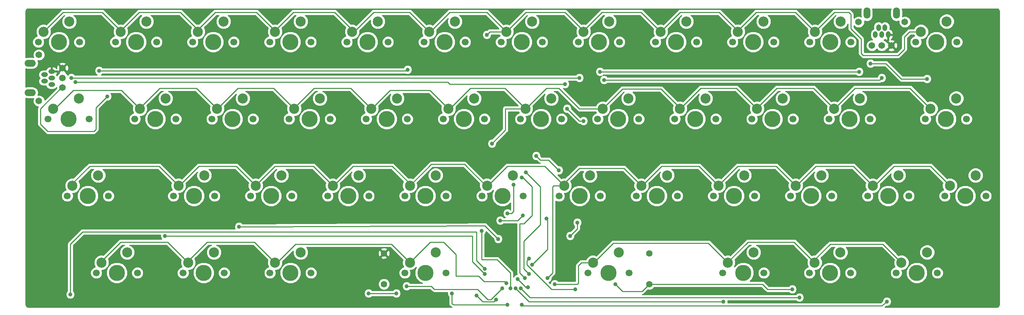
<source format=gtl>
G04 (created by PCBNEW (2013-07-07 BZR 4022)-stable) date 7/6/2014 3:39:49 PM*
%MOIN*%
G04 Gerber Fmt 3.4, Leading zero omitted, Abs format*
%FSLAX34Y34*%
G01*
G70*
G90*
G04 APERTURE LIST*
%ADD10C,0.00590551*%
%ADD11C,0.0629921*%
%ADD12C,0.1567*%
%ADD13C,0.0984*%
%ADD14C,0.0669*%
%ADD15O,0.045X0.065*%
%ADD16O,0.067X0.11*%
%ADD17C,0.065*%
%ADD18O,0.065X0.045*%
%ADD19O,0.11X0.067*%
%ADD20C,0.0393701*%
%ADD21C,0.01*%
G04 APERTURE END LIST*
G54D10*
G54D11*
X63600Y-58100D03*
X63600Y-55100D03*
X89400Y-58100D03*
X89400Y-55100D03*
G54D12*
X37632Y-57000D03*
G54D13*
X38632Y-55000D03*
X36132Y-56000D03*
G54D14*
X35632Y-57000D03*
X39632Y-57000D03*
G54D12*
X67625Y-57000D03*
G54D13*
X68625Y-55000D03*
X66125Y-56000D03*
G54D14*
X65625Y-57000D03*
X69625Y-57000D03*
G54D12*
X98541Y-57000D03*
G54D13*
X99541Y-55000D03*
X97041Y-56000D03*
G54D14*
X96541Y-57000D03*
X100541Y-57000D03*
G54D12*
X34812Y-49500D03*
G54D13*
X35812Y-47500D03*
X33312Y-48500D03*
G54D14*
X32812Y-49500D03*
X36812Y-49500D03*
G54D12*
X117312Y-34500D03*
G54D13*
X118312Y-32500D03*
X115812Y-33500D03*
G54D14*
X115312Y-34500D03*
X119312Y-34500D03*
G54D12*
X101370Y-42000D03*
G54D13*
X102370Y-40000D03*
X99870Y-41000D03*
G54D14*
X99370Y-42000D03*
X103370Y-42000D03*
G54D12*
X93870Y-42000D03*
G54D13*
X94870Y-40000D03*
X92370Y-41000D03*
G54D14*
X91870Y-42000D03*
X95870Y-42000D03*
G54D12*
X86370Y-42000D03*
G54D13*
X87370Y-40000D03*
X84870Y-41000D03*
G54D14*
X84370Y-42000D03*
X88370Y-42000D03*
G54D12*
X78870Y-42000D03*
G54D13*
X79870Y-40000D03*
X77370Y-41000D03*
G54D14*
X76870Y-42000D03*
X80870Y-42000D03*
G54D12*
X71370Y-42000D03*
G54D13*
X72370Y-40000D03*
X69870Y-41000D03*
G54D14*
X69370Y-42000D03*
X73370Y-42000D03*
G54D12*
X63870Y-42000D03*
G54D13*
X64870Y-40000D03*
X62370Y-41000D03*
G54D14*
X61870Y-42000D03*
X65870Y-42000D03*
G54D12*
X56370Y-42000D03*
G54D13*
X57370Y-40000D03*
X54870Y-41000D03*
G54D14*
X54370Y-42000D03*
X58370Y-42000D03*
G54D12*
X48870Y-42000D03*
G54D13*
X49870Y-40000D03*
X47370Y-41000D03*
G54D14*
X46870Y-42000D03*
X50870Y-42000D03*
G54D12*
X41370Y-42000D03*
G54D13*
X42370Y-40000D03*
X39870Y-41000D03*
G54D14*
X39370Y-42000D03*
X43370Y-42000D03*
G54D12*
X32935Y-42000D03*
G54D13*
X33935Y-40000D03*
X31435Y-41000D03*
G54D14*
X30935Y-42000D03*
X34935Y-42000D03*
G54D12*
X77000Y-34500D03*
G54D13*
X78000Y-32500D03*
X75500Y-33500D03*
G54D14*
X75000Y-34500D03*
X79000Y-34500D03*
G54D12*
X107000Y-34500D03*
G54D13*
X108000Y-32500D03*
X105500Y-33500D03*
G54D14*
X105000Y-34500D03*
X109000Y-34500D03*
G54D12*
X99500Y-34500D03*
G54D13*
X100500Y-32500D03*
X98000Y-33500D03*
G54D14*
X97500Y-34500D03*
X101500Y-34500D03*
G54D12*
X84500Y-34500D03*
G54D13*
X85500Y-32500D03*
X83000Y-33500D03*
G54D14*
X82500Y-34500D03*
X86500Y-34500D03*
G54D12*
X69500Y-34500D03*
G54D13*
X70500Y-32500D03*
X68000Y-33500D03*
G54D14*
X67500Y-34500D03*
X71500Y-34500D03*
G54D12*
X62000Y-34500D03*
G54D13*
X63000Y-32500D03*
X60500Y-33500D03*
G54D14*
X60000Y-34500D03*
X64000Y-34500D03*
G54D12*
X54500Y-34500D03*
G54D13*
X55500Y-32500D03*
X53000Y-33500D03*
G54D14*
X52500Y-34500D03*
X56500Y-34500D03*
G54D12*
X47000Y-34500D03*
G54D13*
X48000Y-32500D03*
X45500Y-33500D03*
G54D14*
X45000Y-34500D03*
X49000Y-34500D03*
G54D12*
X39500Y-34500D03*
G54D13*
X40500Y-32500D03*
X38000Y-33500D03*
G54D14*
X37500Y-34500D03*
X41500Y-34500D03*
G54D12*
X32000Y-34500D03*
G54D13*
X33000Y-32500D03*
X30500Y-33500D03*
G54D14*
X30000Y-34500D03*
X34000Y-34500D03*
G54D12*
X108870Y-42000D03*
G54D13*
X109870Y-40000D03*
X107370Y-41000D03*
G54D14*
X106870Y-42000D03*
X110870Y-42000D03*
G54D12*
X92000Y-34500D03*
G54D13*
X93000Y-32500D03*
X90500Y-33500D03*
G54D14*
X90000Y-34500D03*
X94000Y-34500D03*
G54D12*
X115411Y-57000D03*
G54D13*
X116411Y-55000D03*
X113911Y-56000D03*
G54D14*
X113411Y-57000D03*
X117411Y-57000D03*
G54D12*
X106976Y-57000D03*
G54D13*
X107976Y-55000D03*
X105476Y-56000D03*
G54D14*
X104976Y-57000D03*
X108976Y-57000D03*
G54D12*
X85419Y-57000D03*
G54D13*
X86419Y-55000D03*
X83919Y-56000D03*
G54D14*
X83419Y-57000D03*
X87419Y-57000D03*
G54D12*
X54502Y-57000D03*
G54D13*
X55502Y-55000D03*
X53002Y-56000D03*
G54D14*
X52502Y-57000D03*
X56502Y-57000D03*
G54D12*
X46067Y-57000D03*
G54D13*
X47067Y-55000D03*
X44567Y-56000D03*
G54D14*
X44067Y-57000D03*
X48067Y-57000D03*
G54D12*
X120125Y-49500D03*
G54D13*
X121125Y-47500D03*
X118625Y-48500D03*
G54D14*
X118125Y-49500D03*
X122125Y-49500D03*
G54D12*
X112625Y-49500D03*
G54D13*
X113625Y-47500D03*
X111125Y-48500D03*
G54D14*
X110625Y-49500D03*
X114625Y-49500D03*
G54D12*
X105125Y-49500D03*
G54D13*
X106125Y-47500D03*
X103625Y-48500D03*
G54D14*
X103125Y-49500D03*
X107125Y-49500D03*
G54D12*
X97625Y-49500D03*
G54D13*
X98625Y-47500D03*
X96125Y-48500D03*
G54D14*
X95625Y-49500D03*
X99625Y-49500D03*
G54D12*
X90125Y-49500D03*
G54D13*
X91125Y-47500D03*
X88625Y-48500D03*
G54D14*
X88125Y-49500D03*
X92125Y-49500D03*
G54D12*
X82625Y-49500D03*
G54D13*
X83625Y-47500D03*
X81125Y-48500D03*
G54D14*
X80625Y-49500D03*
X84625Y-49500D03*
G54D12*
X75125Y-49500D03*
G54D13*
X76125Y-47500D03*
X73625Y-48500D03*
G54D14*
X73125Y-49500D03*
X77125Y-49500D03*
G54D12*
X67625Y-49500D03*
G54D13*
X68625Y-47500D03*
X66125Y-48500D03*
G54D14*
X65625Y-49500D03*
X69625Y-49500D03*
G54D12*
X60125Y-49500D03*
G54D13*
X61125Y-47500D03*
X58625Y-48500D03*
G54D14*
X58125Y-49500D03*
X62125Y-49500D03*
G54D12*
X52625Y-49500D03*
G54D13*
X53625Y-47500D03*
X51125Y-48500D03*
G54D14*
X50625Y-49500D03*
X54625Y-49500D03*
G54D12*
X45125Y-49500D03*
G54D13*
X46125Y-47500D03*
X43625Y-48500D03*
G54D14*
X43125Y-49500D03*
X47125Y-49500D03*
G54D12*
X118245Y-42000D03*
G54D13*
X119245Y-40000D03*
X116745Y-41000D03*
G54D14*
X116245Y-42000D03*
X120245Y-42000D03*
G54D15*
X111370Y-33785D03*
X111685Y-33097D03*
X112000Y-33785D03*
X112315Y-33097D03*
X112630Y-33785D03*
G54D16*
X113436Y-31689D03*
X110564Y-31689D03*
G54D17*
X111050Y-34850D03*
X109750Y-32550D03*
X112000Y-34850D03*
X114250Y-32550D03*
X112950Y-34850D03*
G54D18*
X31285Y-38630D03*
X30597Y-38315D03*
X31285Y-38000D03*
X30597Y-37685D03*
X31285Y-37370D03*
G54D19*
X29189Y-36564D03*
X29189Y-39436D03*
G54D17*
X32350Y-38950D03*
X30050Y-40250D03*
X32350Y-38000D03*
X30050Y-35750D03*
X32350Y-37050D03*
G54D20*
X33100Y-59100D03*
X73400Y-56600D03*
X96600Y-59800D03*
X76400Y-58500D03*
X104000Y-59400D03*
X76900Y-58500D03*
X112500Y-59800D03*
X77000Y-60100D03*
X42300Y-53400D03*
X73400Y-57100D03*
X74700Y-53700D03*
X49500Y-52500D03*
X65800Y-58300D03*
X75100Y-58500D03*
X64800Y-59000D03*
X62100Y-59000D03*
X70200Y-59000D03*
X75600Y-60100D03*
X75900Y-58500D03*
X73100Y-52900D03*
X77600Y-58400D03*
X76600Y-57600D03*
X78000Y-56200D03*
X79400Y-51700D03*
X80600Y-47000D03*
X78400Y-45600D03*
X83000Y-42200D03*
X81400Y-41000D03*
X82200Y-58600D03*
X77700Y-55600D03*
X73600Y-33800D03*
X77400Y-47200D03*
X77700Y-57100D03*
X74100Y-44400D03*
X77000Y-47700D03*
X77300Y-57500D03*
X79500Y-57500D03*
X75500Y-58000D03*
X80200Y-58100D03*
X82600Y-38000D03*
X33200Y-38000D03*
X85000Y-38200D03*
X112000Y-38000D03*
X33600Y-38400D03*
X81200Y-38600D03*
X84600Y-37400D03*
X109800Y-37400D03*
X75600Y-51200D03*
X76200Y-48400D03*
X86100Y-58100D03*
X74900Y-51900D03*
X77100Y-51400D03*
X82400Y-52100D03*
X81700Y-53400D03*
X103300Y-58600D03*
X116400Y-38100D03*
X110900Y-36600D03*
X36700Y-39800D03*
X35900Y-37300D03*
X65900Y-37200D03*
X72600Y-59200D03*
X74500Y-59600D03*
G54D21*
X33100Y-54200D02*
X33100Y-59100D01*
X34300Y-53000D02*
X33100Y-54200D01*
X72500Y-53000D02*
X34300Y-53000D01*
X72600Y-53000D02*
X72500Y-53000D01*
X72600Y-55800D02*
X72600Y-53000D01*
X73400Y-56600D02*
X72600Y-55800D01*
X77700Y-59800D02*
X96600Y-59800D01*
X76400Y-58500D02*
X77700Y-59800D01*
X77800Y-59400D02*
X104000Y-59400D01*
X76900Y-58500D02*
X77800Y-59400D01*
X112000Y-60200D02*
X112500Y-59800D01*
X77100Y-60200D02*
X112000Y-60200D01*
X77000Y-60100D02*
X77100Y-60200D01*
X72100Y-53400D02*
X42300Y-53400D01*
X72200Y-53400D02*
X72100Y-53400D01*
X72200Y-55900D02*
X72200Y-53400D01*
X73400Y-57100D02*
X72200Y-55900D01*
X73400Y-52400D02*
X50999Y-52495D01*
X74700Y-53700D02*
X73400Y-52400D01*
X49495Y-52495D02*
X50999Y-52495D01*
X49500Y-52500D02*
X49495Y-52495D01*
X68200Y-58300D02*
X65800Y-58300D01*
X68500Y-58600D02*
X68200Y-58300D01*
X72700Y-58600D02*
X68500Y-58600D01*
X73700Y-59600D02*
X72700Y-58600D01*
X74000Y-59600D02*
X73700Y-59600D01*
X75100Y-58500D02*
X74000Y-59600D01*
X62600Y-59000D02*
X64800Y-59000D01*
X62100Y-59000D02*
X62600Y-59000D01*
X70200Y-59000D02*
X70200Y-60000D01*
X70200Y-60000D02*
X70400Y-60100D01*
X70400Y-60100D02*
X75600Y-60100D01*
X73100Y-55700D02*
X74600Y-55700D01*
X73100Y-55700D02*
X73100Y-52900D01*
X75900Y-57000D02*
X75900Y-58500D01*
X74600Y-55700D02*
X75900Y-57000D01*
X77400Y-58400D02*
X77600Y-58400D01*
X76600Y-57600D02*
X77400Y-58400D01*
X79500Y-54700D02*
X78000Y-56200D01*
X79500Y-51800D02*
X79500Y-54700D01*
X79400Y-51700D02*
X79500Y-51800D01*
X79600Y-46000D02*
X80600Y-47000D01*
X78800Y-46000D02*
X79600Y-46000D01*
X78400Y-45600D02*
X78800Y-46000D01*
X82600Y-42200D02*
X83000Y-42200D01*
X81400Y-41000D02*
X82600Y-42200D01*
X79900Y-58600D02*
X82200Y-58600D01*
X77500Y-56200D02*
X79900Y-58600D01*
X77500Y-55800D02*
X77500Y-56200D01*
X77700Y-55600D02*
X77500Y-55800D01*
X73900Y-33500D02*
X75500Y-33500D01*
X73600Y-33800D02*
X73900Y-33500D01*
X78800Y-48600D02*
X77400Y-47200D01*
X78800Y-52300D02*
X78800Y-48600D01*
X77200Y-53900D02*
X78800Y-52300D01*
X77200Y-56600D02*
X77200Y-53900D01*
X77700Y-57100D02*
X77200Y-56600D01*
X30500Y-33500D02*
X32400Y-31600D01*
X66100Y-31600D02*
X68000Y-33500D01*
X62600Y-31600D02*
X66100Y-31600D01*
X60900Y-33300D02*
X62600Y-31600D01*
X60500Y-33300D02*
X60900Y-33300D01*
X58800Y-31600D02*
X60500Y-33300D01*
X54800Y-31600D02*
X58800Y-31600D01*
X53000Y-33400D02*
X54800Y-31600D01*
X51200Y-31600D02*
X53000Y-33400D01*
X47200Y-31600D02*
X51200Y-31600D01*
X45500Y-33300D02*
X47200Y-31600D01*
X43800Y-31600D02*
X45500Y-33300D01*
X39800Y-31600D02*
X43800Y-31600D01*
X38000Y-33400D02*
X39800Y-31600D01*
X36200Y-31600D02*
X38000Y-33400D01*
X32400Y-31600D02*
X36200Y-31600D01*
X68000Y-33500D02*
X68100Y-33500D01*
X68100Y-33500D02*
X70000Y-31600D01*
X70000Y-31600D02*
X73600Y-31600D01*
X73600Y-31600D02*
X75500Y-33500D01*
X75500Y-33500D02*
X77400Y-31600D01*
X77400Y-31600D02*
X81200Y-31600D01*
X81200Y-31600D02*
X83000Y-33400D01*
X83000Y-33400D02*
X84800Y-31600D01*
X84800Y-31600D02*
X88600Y-31600D01*
X88600Y-31600D02*
X90500Y-33500D01*
X90500Y-33500D02*
X92400Y-31600D01*
X92400Y-31600D02*
X96200Y-31600D01*
X96200Y-31600D02*
X98000Y-33400D01*
X98000Y-33400D02*
X99800Y-31600D01*
X99800Y-31600D02*
X103600Y-31600D01*
X103600Y-31600D02*
X105500Y-33500D01*
X105500Y-33500D02*
X107400Y-31600D01*
X107400Y-31600D02*
X108800Y-31600D01*
X108800Y-31600D02*
X109000Y-31800D01*
X109000Y-31800D02*
X109000Y-33200D01*
X109000Y-33200D02*
X110000Y-34200D01*
X110000Y-34200D02*
X110000Y-35600D01*
X110000Y-35600D02*
X110200Y-35800D01*
X110200Y-35800D02*
X113600Y-35800D01*
X113600Y-35800D02*
X114200Y-35200D01*
X114200Y-35200D02*
X114200Y-34000D01*
X114200Y-34000D02*
X114700Y-33500D01*
X114700Y-33500D02*
X115812Y-33500D01*
X76800Y-52200D02*
X77200Y-52200D01*
X75409Y-43060D02*
X75370Y-43099D01*
X75600Y-41000D02*
X77370Y-41000D01*
X75409Y-41000D02*
X75600Y-41000D01*
X74100Y-44400D02*
X75370Y-43099D01*
X77100Y-47700D02*
X77000Y-47700D01*
X78000Y-48600D02*
X77100Y-47700D01*
X78000Y-49600D02*
X78000Y-48600D01*
X76800Y-57000D02*
X76800Y-52200D01*
X77300Y-57500D02*
X76800Y-57000D01*
X75409Y-41000D02*
X75409Y-43060D01*
X78000Y-51400D02*
X78000Y-49600D01*
X77200Y-52200D02*
X78000Y-51400D01*
X31435Y-41000D02*
X31600Y-41000D01*
X38070Y-39200D02*
X39870Y-41000D01*
X33400Y-39200D02*
X38070Y-39200D01*
X31600Y-41000D02*
X33400Y-39200D01*
X39870Y-41000D02*
X39870Y-40929D01*
X39870Y-40929D02*
X41800Y-39000D01*
X41800Y-39000D02*
X45370Y-39000D01*
X45370Y-39000D02*
X47370Y-41000D01*
X47370Y-41000D02*
X47400Y-41000D01*
X47400Y-41000D02*
X49400Y-39000D01*
X49400Y-39000D02*
X52870Y-39000D01*
X52870Y-39000D02*
X54870Y-41000D01*
X54870Y-41000D02*
X54870Y-40929D01*
X54870Y-40929D02*
X56800Y-39000D01*
X56800Y-39000D02*
X60370Y-39000D01*
X60370Y-39000D02*
X62370Y-41000D01*
X62370Y-41000D02*
X62400Y-41000D01*
X62400Y-41000D02*
X64200Y-39200D01*
X64200Y-39200D02*
X68070Y-39200D01*
X68070Y-39200D02*
X69870Y-41000D01*
X69870Y-41000D02*
X70000Y-41000D01*
X70000Y-41000D02*
X72000Y-39000D01*
X72000Y-39000D02*
X75370Y-39000D01*
X75370Y-39000D02*
X77370Y-41000D01*
X77370Y-41000D02*
X77400Y-41000D01*
X77400Y-41000D02*
X79400Y-39000D01*
X79400Y-39000D02*
X80600Y-39000D01*
X80600Y-39000D02*
X82600Y-41000D01*
X82600Y-41000D02*
X84870Y-41000D01*
X84870Y-41000D02*
X86800Y-39070D01*
X86800Y-39070D02*
X90529Y-39070D01*
X90529Y-39070D02*
X92370Y-40910D01*
X92370Y-40910D02*
X92489Y-40910D01*
X92489Y-40910D02*
X94400Y-39000D01*
X94400Y-39000D02*
X97870Y-39000D01*
X97870Y-39000D02*
X99870Y-41000D01*
X99870Y-41000D02*
X99870Y-40929D01*
X99870Y-40929D02*
X101800Y-39000D01*
X101800Y-39000D02*
X105370Y-39000D01*
X105370Y-39000D02*
X107370Y-41000D01*
X107370Y-41000D02*
X107400Y-41000D01*
X107400Y-41000D02*
X109400Y-39000D01*
X109400Y-39000D02*
X114745Y-39000D01*
X114745Y-39000D02*
X116745Y-41000D01*
X80100Y-48500D02*
X81125Y-48500D01*
X80000Y-48600D02*
X80100Y-48500D01*
X80000Y-57000D02*
X80000Y-48600D01*
X79500Y-57500D02*
X80000Y-57000D01*
X33312Y-48500D02*
X33312Y-48287D01*
X41725Y-46600D02*
X43625Y-48500D01*
X35000Y-46600D02*
X41725Y-46600D01*
X33312Y-48287D02*
X35000Y-46600D01*
X43625Y-48500D02*
X43700Y-48500D01*
X43700Y-48500D02*
X45600Y-46600D01*
X45600Y-46600D02*
X49225Y-46600D01*
X49225Y-46600D02*
X51125Y-48500D01*
X51125Y-48500D02*
X51125Y-48475D01*
X51125Y-48475D02*
X53000Y-46600D01*
X53000Y-46600D02*
X56725Y-46600D01*
X56725Y-46600D02*
X58625Y-48500D01*
X58625Y-48500D02*
X58700Y-48500D01*
X58700Y-48500D02*
X60600Y-46600D01*
X60600Y-46600D02*
X64400Y-46600D01*
X64400Y-46600D02*
X66125Y-48325D01*
X66125Y-48325D02*
X66125Y-48500D01*
X66125Y-48500D02*
X68200Y-46425D01*
X68200Y-46425D02*
X71425Y-46425D01*
X71425Y-46425D02*
X73500Y-48500D01*
X73500Y-48500D02*
X73700Y-48500D01*
X73700Y-48500D02*
X75600Y-46600D01*
X75600Y-46600D02*
X79225Y-46600D01*
X79225Y-46600D02*
X81125Y-48500D01*
X81125Y-48500D02*
X81125Y-48275D01*
X81125Y-48275D02*
X82600Y-46800D01*
X82600Y-46800D02*
X86925Y-46800D01*
X86925Y-46800D02*
X88625Y-48500D01*
X88625Y-48500D02*
X88700Y-48500D01*
X88700Y-48500D02*
X90600Y-46600D01*
X90600Y-46600D02*
X94225Y-46600D01*
X94225Y-46600D02*
X96125Y-48500D01*
X96125Y-48500D02*
X96125Y-48475D01*
X96125Y-48475D02*
X98000Y-46600D01*
X98000Y-46600D02*
X101725Y-46600D01*
X101725Y-46600D02*
X103625Y-48500D01*
X103625Y-48500D02*
X103700Y-48500D01*
X103700Y-48500D02*
X105600Y-46600D01*
X105600Y-46600D02*
X109225Y-46600D01*
X109225Y-46600D02*
X111125Y-48500D01*
X111125Y-48500D02*
X111300Y-48500D01*
X111300Y-48500D02*
X113200Y-46600D01*
X113200Y-46600D02*
X116725Y-46600D01*
X116725Y-46600D02*
X118625Y-48500D01*
X72800Y-57300D02*
X73350Y-57850D01*
X66125Y-55974D02*
X68100Y-54000D01*
X68100Y-54000D02*
X69400Y-54000D01*
X69400Y-54000D02*
X70600Y-55200D01*
X70600Y-55200D02*
X70600Y-57300D01*
X70600Y-57300D02*
X72800Y-57300D01*
X66125Y-56000D02*
X66125Y-55974D01*
X75500Y-58000D02*
X75350Y-57850D01*
X75350Y-57850D02*
X73350Y-57850D01*
X83919Y-56000D02*
X84000Y-56000D01*
X95141Y-54100D02*
X97041Y-56000D01*
X85900Y-54100D02*
X95141Y-54100D01*
X84000Y-56000D02*
X85900Y-54100D01*
X82500Y-58000D02*
X82500Y-56300D01*
X82500Y-56300D02*
X82800Y-56000D01*
X82800Y-56000D02*
X83919Y-56000D01*
X82400Y-58100D02*
X82500Y-58000D01*
X80200Y-58100D02*
X82400Y-58100D01*
X97041Y-56000D02*
X97041Y-55958D01*
X97041Y-55958D02*
X99000Y-54000D01*
X99000Y-54000D02*
X103476Y-54000D01*
X103476Y-54000D02*
X105476Y-56000D01*
X105476Y-56000D02*
X105476Y-55723D01*
X105476Y-55723D02*
X107000Y-54200D01*
X107000Y-54200D02*
X112111Y-54200D01*
X112111Y-54200D02*
X113911Y-56000D01*
X53002Y-56000D02*
X53200Y-56000D01*
X64325Y-54200D02*
X66125Y-56000D01*
X55000Y-54200D02*
X64325Y-54200D01*
X53200Y-56000D02*
X55000Y-54200D01*
X36132Y-56000D02*
X36132Y-55867D01*
X42567Y-54000D02*
X44567Y-56000D01*
X38000Y-54000D02*
X42567Y-54000D01*
X36132Y-55867D02*
X38000Y-54000D01*
X44567Y-56000D02*
X44567Y-55832D01*
X44567Y-55832D02*
X46400Y-54000D01*
X46400Y-54000D02*
X51002Y-54000D01*
X51002Y-54000D02*
X53002Y-56000D01*
X33200Y-38000D02*
X82600Y-38000D01*
X111800Y-38200D02*
X85000Y-38200D01*
X112000Y-38000D02*
X111800Y-38200D01*
X69800Y-38400D02*
X33600Y-38400D01*
X70000Y-38600D02*
X69800Y-38400D01*
X81200Y-38600D02*
X70000Y-38600D01*
X109400Y-37400D02*
X84600Y-37400D01*
X109800Y-37400D02*
X109400Y-37400D01*
X76000Y-51200D02*
X75600Y-51200D01*
X76200Y-51000D02*
X76000Y-51200D01*
X76200Y-48400D02*
X76200Y-51000D01*
X88700Y-58800D02*
X89400Y-58100D01*
X86800Y-58800D02*
X88700Y-58800D01*
X86100Y-58100D02*
X86800Y-58800D01*
X76600Y-51900D02*
X74900Y-51900D01*
X77100Y-51400D02*
X76600Y-51900D01*
X82400Y-52700D02*
X81700Y-53400D01*
X82400Y-52700D02*
X82400Y-52100D01*
X113900Y-38100D02*
X112500Y-36700D01*
X100400Y-58100D02*
X100900Y-58600D01*
X100900Y-58600D02*
X103300Y-58600D01*
X116400Y-38100D02*
X113900Y-38100D01*
X112500Y-36700D02*
X112400Y-36600D01*
X112400Y-36600D02*
X110900Y-36600D01*
X100400Y-58100D02*
X89400Y-58100D01*
X32250Y-38950D02*
X32350Y-38950D01*
X30200Y-41000D02*
X32250Y-38950D01*
X30200Y-42500D02*
X30200Y-41000D01*
X30900Y-43200D02*
X30200Y-42500D01*
X35400Y-43200D02*
X30900Y-43200D01*
X35600Y-43000D02*
X35400Y-43200D01*
X35600Y-40900D02*
X35600Y-43000D01*
X36700Y-39800D02*
X35600Y-40900D01*
X40600Y-37300D02*
X35900Y-37300D01*
X65800Y-37300D02*
X40600Y-37300D01*
X65900Y-37200D02*
X65800Y-37300D01*
X74299Y-59800D02*
X74500Y-59600D01*
X73200Y-59800D02*
X74299Y-59800D01*
X73200Y-59800D02*
X72600Y-59200D01*
G54D10*
G36*
X123430Y-60072D02*
X123408Y-60185D01*
X123358Y-60259D01*
X123286Y-60308D01*
X123173Y-60330D01*
X123000Y-60330D01*
X122709Y-60330D01*
X122709Y-49384D01*
X122620Y-49169D01*
X122456Y-49004D01*
X122241Y-48915D01*
X122009Y-48915D01*
X121867Y-48974D01*
X121867Y-47353D01*
X121754Y-47080D01*
X121545Y-46871D01*
X121273Y-46758D01*
X120978Y-46757D01*
X120829Y-46819D01*
X120829Y-41884D01*
X120740Y-41669D01*
X120576Y-41504D01*
X120361Y-41415D01*
X120129Y-41415D01*
X119987Y-41474D01*
X119987Y-39853D01*
X119897Y-39634D01*
X119897Y-34384D01*
X119808Y-34169D01*
X119644Y-34004D01*
X119429Y-33915D01*
X119196Y-33915D01*
X119054Y-33974D01*
X119054Y-32353D01*
X118941Y-32080D01*
X118733Y-31871D01*
X118460Y-31758D01*
X118165Y-31757D01*
X117892Y-31870D01*
X117683Y-32079D01*
X117570Y-32351D01*
X117570Y-32646D01*
X117683Y-32919D01*
X117891Y-33128D01*
X118164Y-33241D01*
X118459Y-33242D01*
X118732Y-33129D01*
X118941Y-32920D01*
X119054Y-32648D01*
X119054Y-32353D01*
X119054Y-33974D01*
X118981Y-34004D01*
X118817Y-34168D01*
X118728Y-34383D01*
X118727Y-34615D01*
X118816Y-34830D01*
X118980Y-34995D01*
X119195Y-35084D01*
X119428Y-35084D01*
X119643Y-34995D01*
X119807Y-34831D01*
X119896Y-34616D01*
X119897Y-34384D01*
X119897Y-39634D01*
X119874Y-39580D01*
X119665Y-39371D01*
X119393Y-39258D01*
X119098Y-39257D01*
X118825Y-39370D01*
X118616Y-39579D01*
X118503Y-39851D01*
X118502Y-40146D01*
X118615Y-40419D01*
X118824Y-40628D01*
X119096Y-40741D01*
X119392Y-40742D01*
X119664Y-40629D01*
X119873Y-40420D01*
X119986Y-40148D01*
X119987Y-39853D01*
X119987Y-41474D01*
X119914Y-41504D01*
X119749Y-41668D01*
X119660Y-41883D01*
X119660Y-42115D01*
X119749Y-42330D01*
X119913Y-42495D01*
X120128Y-42584D01*
X120360Y-42584D01*
X120575Y-42495D01*
X120740Y-42331D01*
X120829Y-42116D01*
X120829Y-41884D01*
X120829Y-46819D01*
X120705Y-46870D01*
X120496Y-47079D01*
X120383Y-47351D01*
X120382Y-47646D01*
X120495Y-47919D01*
X120704Y-48128D01*
X120976Y-48241D01*
X121271Y-48242D01*
X121544Y-48129D01*
X121753Y-47920D01*
X121866Y-47648D01*
X121867Y-47353D01*
X121867Y-48974D01*
X121794Y-49004D01*
X121629Y-49168D01*
X121540Y-49383D01*
X121540Y-49615D01*
X121629Y-49830D01*
X121793Y-49995D01*
X122008Y-50084D01*
X122240Y-50084D01*
X122455Y-49995D01*
X122620Y-49831D01*
X122709Y-49616D01*
X122709Y-49384D01*
X122709Y-60330D01*
X117996Y-60330D01*
X117996Y-56884D01*
X117907Y-56669D01*
X117743Y-56504D01*
X117528Y-56415D01*
X117296Y-56415D01*
X117154Y-56474D01*
X117154Y-54853D01*
X117041Y-54580D01*
X116832Y-54371D01*
X116560Y-54258D01*
X116264Y-54257D01*
X115992Y-54370D01*
X115783Y-54579D01*
X115670Y-54851D01*
X115669Y-55146D01*
X115782Y-55419D01*
X115991Y-55628D01*
X116263Y-55741D01*
X116558Y-55742D01*
X116831Y-55629D01*
X117040Y-55420D01*
X117153Y-55148D01*
X117154Y-54853D01*
X117154Y-56474D01*
X117081Y-56504D01*
X116916Y-56668D01*
X116827Y-56883D01*
X116827Y-57115D01*
X116916Y-57330D01*
X117080Y-57495D01*
X117295Y-57584D01*
X117527Y-57584D01*
X117742Y-57495D01*
X117907Y-57331D01*
X117996Y-57116D01*
X117996Y-56884D01*
X117996Y-60330D01*
X112316Y-60330D01*
X112421Y-60246D01*
X112588Y-60246D01*
X112752Y-60179D01*
X112878Y-60053D01*
X112946Y-59889D01*
X112946Y-59711D01*
X112879Y-59547D01*
X112753Y-59421D01*
X112589Y-59353D01*
X112411Y-59353D01*
X112247Y-59420D01*
X112121Y-59546D01*
X112053Y-59710D01*
X112053Y-59772D01*
X111894Y-59900D01*
X109561Y-59900D01*
X109561Y-56884D01*
X109472Y-56669D01*
X109308Y-56504D01*
X109093Y-56415D01*
X108861Y-56415D01*
X108646Y-56504D01*
X108481Y-56668D01*
X108392Y-56883D01*
X108392Y-57115D01*
X108481Y-57330D01*
X108645Y-57495D01*
X108860Y-57584D01*
X109092Y-57584D01*
X109307Y-57495D01*
X109472Y-57331D01*
X109561Y-57116D01*
X109561Y-56884D01*
X109561Y-59900D01*
X97042Y-59900D01*
X97046Y-59889D01*
X97046Y-59711D01*
X97042Y-59700D01*
X103668Y-59700D01*
X103746Y-59778D01*
X103910Y-59846D01*
X104088Y-59846D01*
X104252Y-59779D01*
X104378Y-59653D01*
X104446Y-59489D01*
X104446Y-59311D01*
X104379Y-59147D01*
X104253Y-59021D01*
X104089Y-58953D01*
X103911Y-58953D01*
X103747Y-59020D01*
X103668Y-59100D01*
X88700Y-59100D01*
X88700Y-59099D01*
X88814Y-59077D01*
X88814Y-59077D01*
X88912Y-59012D01*
X89267Y-58656D01*
X89287Y-58664D01*
X89511Y-58665D01*
X89719Y-58579D01*
X89878Y-58420D01*
X89887Y-58400D01*
X100275Y-58400D01*
X100687Y-58812D01*
X100687Y-58812D01*
X100785Y-58877D01*
X100900Y-58900D01*
X102968Y-58900D01*
X103046Y-58978D01*
X103210Y-59046D01*
X103388Y-59046D01*
X103552Y-58979D01*
X103678Y-58853D01*
X103746Y-58689D01*
X103746Y-58511D01*
X103679Y-58347D01*
X103553Y-58221D01*
X103389Y-58153D01*
X103211Y-58153D01*
X103047Y-58220D01*
X102968Y-58300D01*
X101126Y-58300D01*
X101126Y-56884D01*
X101037Y-56669D01*
X100873Y-56504D01*
X100658Y-56415D01*
X100426Y-56415D01*
X100211Y-56504D01*
X100046Y-56668D01*
X99957Y-56883D01*
X99957Y-57115D01*
X100046Y-57330D01*
X100210Y-57495D01*
X100425Y-57584D01*
X100657Y-57584D01*
X100872Y-57495D01*
X101037Y-57331D01*
X101126Y-57116D01*
X101126Y-56884D01*
X101126Y-58300D01*
X101024Y-58300D01*
X100612Y-57887D01*
X100514Y-57822D01*
X100400Y-57800D01*
X99203Y-57800D01*
X99417Y-57586D01*
X99575Y-57206D01*
X99575Y-56795D01*
X99418Y-56415D01*
X99128Y-56124D01*
X98748Y-55966D01*
X98337Y-55966D01*
X97957Y-56123D01*
X97678Y-56401D01*
X97783Y-56148D01*
X97783Y-55853D01*
X97721Y-55702D01*
X99124Y-54300D01*
X99292Y-54300D01*
X99122Y-54370D01*
X98913Y-54579D01*
X98799Y-54851D01*
X98799Y-55146D01*
X98912Y-55419D01*
X99120Y-55628D01*
X99393Y-55741D01*
X99688Y-55742D01*
X99961Y-55629D01*
X100170Y-55420D01*
X100283Y-55148D01*
X100283Y-54853D01*
X100171Y-54580D01*
X99962Y-54371D01*
X99790Y-54300D01*
X103352Y-54300D01*
X104784Y-55732D01*
X104734Y-55851D01*
X104734Y-56146D01*
X104847Y-56419D01*
X104848Y-56420D01*
X104646Y-56504D01*
X104481Y-56668D01*
X104392Y-56883D01*
X104392Y-57115D01*
X104481Y-57330D01*
X104645Y-57495D01*
X104860Y-57584D01*
X105092Y-57584D01*
X105307Y-57495D01*
X105472Y-57331D01*
X105561Y-57116D01*
X105561Y-56884D01*
X105502Y-56742D01*
X105623Y-56742D01*
X105896Y-56629D01*
X106093Y-56433D01*
X105943Y-56793D01*
X105943Y-57204D01*
X106100Y-57584D01*
X106390Y-57875D01*
X106770Y-58033D01*
X107181Y-58033D01*
X107561Y-57876D01*
X107852Y-57586D01*
X108010Y-57206D01*
X108010Y-56795D01*
X107853Y-56415D01*
X107563Y-56124D01*
X107183Y-55966D01*
X106772Y-55966D01*
X106392Y-56123D01*
X106113Y-56401D01*
X106218Y-56148D01*
X106218Y-55853D01*
X106106Y-55580D01*
X106075Y-55549D01*
X107124Y-54500D01*
X107427Y-54500D01*
X107348Y-54579D01*
X107234Y-54851D01*
X107234Y-55146D01*
X107347Y-55419D01*
X107556Y-55628D01*
X107828Y-55741D01*
X108123Y-55742D01*
X108396Y-55629D01*
X108605Y-55420D01*
X108718Y-55148D01*
X108718Y-54853D01*
X108606Y-54580D01*
X108526Y-54500D01*
X111987Y-54500D01*
X113219Y-55732D01*
X113170Y-55851D01*
X113169Y-56146D01*
X113282Y-56419D01*
X113283Y-56420D01*
X113081Y-56504D01*
X112916Y-56668D01*
X112827Y-56883D01*
X112827Y-57115D01*
X112916Y-57330D01*
X113080Y-57495D01*
X113295Y-57584D01*
X113527Y-57584D01*
X113742Y-57495D01*
X113907Y-57331D01*
X113996Y-57116D01*
X113996Y-56884D01*
X113937Y-56742D01*
X114058Y-56742D01*
X114331Y-56629D01*
X114528Y-56433D01*
X114378Y-56793D01*
X114378Y-57204D01*
X114535Y-57584D01*
X114825Y-57875D01*
X115205Y-58033D01*
X115616Y-58033D01*
X115996Y-57876D01*
X116287Y-57586D01*
X116445Y-57206D01*
X116445Y-56795D01*
X116288Y-56415D01*
X115998Y-56124D01*
X115618Y-55966D01*
X115209Y-55966D01*
X115209Y-49384D01*
X115120Y-49169D01*
X114956Y-49004D01*
X114741Y-48915D01*
X114509Y-48915D01*
X114294Y-49004D01*
X114129Y-49168D01*
X114040Y-49383D01*
X114040Y-49615D01*
X114129Y-49830D01*
X114293Y-49995D01*
X114508Y-50084D01*
X114740Y-50084D01*
X114955Y-49995D01*
X115120Y-49831D01*
X115209Y-49616D01*
X115209Y-49384D01*
X115209Y-55966D01*
X115207Y-55966D01*
X114827Y-56123D01*
X114548Y-56401D01*
X114653Y-56148D01*
X114654Y-55853D01*
X114541Y-55580D01*
X114332Y-55371D01*
X114060Y-55258D01*
X113764Y-55257D01*
X113644Y-55307D01*
X112324Y-53987D01*
X112226Y-53922D01*
X112111Y-53900D01*
X107709Y-53900D01*
X107709Y-49384D01*
X107620Y-49169D01*
X107456Y-49004D01*
X107241Y-48915D01*
X107009Y-48915D01*
X106794Y-49004D01*
X106629Y-49168D01*
X106540Y-49383D01*
X106540Y-49615D01*
X106629Y-49830D01*
X106793Y-49995D01*
X107008Y-50084D01*
X107240Y-50084D01*
X107455Y-49995D01*
X107620Y-49831D01*
X107709Y-49616D01*
X107709Y-49384D01*
X107709Y-53900D01*
X107000Y-53900D01*
X106885Y-53922D01*
X106787Y-53987D01*
X105517Y-55258D01*
X105329Y-55257D01*
X105208Y-55307D01*
X103689Y-53787D01*
X103591Y-53722D01*
X103476Y-53700D01*
X100209Y-53700D01*
X100209Y-49384D01*
X100120Y-49169D01*
X99956Y-49004D01*
X99741Y-48915D01*
X99509Y-48915D01*
X99294Y-49004D01*
X99129Y-49168D01*
X99040Y-49383D01*
X99040Y-49615D01*
X99129Y-49830D01*
X99293Y-49995D01*
X99508Y-50084D01*
X99740Y-50084D01*
X99955Y-49995D01*
X100120Y-49831D01*
X100209Y-49616D01*
X100209Y-49384D01*
X100209Y-53700D01*
X99000Y-53700D01*
X98885Y-53722D01*
X98787Y-53787D01*
X97280Y-55295D01*
X97190Y-55258D01*
X96894Y-55257D01*
X96773Y-55307D01*
X95353Y-53887D01*
X95256Y-53822D01*
X95141Y-53800D01*
X92709Y-53800D01*
X92709Y-49384D01*
X92620Y-49169D01*
X92456Y-49004D01*
X92241Y-48915D01*
X92009Y-48915D01*
X91794Y-49004D01*
X91629Y-49168D01*
X91540Y-49383D01*
X91540Y-49615D01*
X91629Y-49830D01*
X91793Y-49995D01*
X92008Y-50084D01*
X92240Y-50084D01*
X92455Y-49995D01*
X92620Y-49831D01*
X92709Y-49616D01*
X92709Y-49384D01*
X92709Y-53800D01*
X85900Y-53800D01*
X85785Y-53822D01*
X85687Y-53887D01*
X85209Y-54366D01*
X85209Y-49384D01*
X85120Y-49169D01*
X84956Y-49004D01*
X84741Y-48915D01*
X84509Y-48915D01*
X84294Y-49004D01*
X84129Y-49168D01*
X84040Y-49383D01*
X84040Y-49615D01*
X84129Y-49830D01*
X84293Y-49995D01*
X84508Y-50084D01*
X84740Y-50084D01*
X84955Y-49995D01*
X85120Y-49831D01*
X85209Y-49616D01*
X85209Y-49384D01*
X85209Y-54366D01*
X84244Y-55331D01*
X84067Y-55258D01*
X83772Y-55257D01*
X83499Y-55370D01*
X83290Y-55579D01*
X83240Y-55700D01*
X82846Y-55700D01*
X82846Y-52011D01*
X82779Y-51847D01*
X82653Y-51721D01*
X82489Y-51653D01*
X82311Y-51653D01*
X82147Y-51720D01*
X82021Y-51846D01*
X81953Y-52010D01*
X81953Y-52188D01*
X82020Y-52352D01*
X82100Y-52431D01*
X82100Y-52575D01*
X81722Y-52953D01*
X81611Y-52953D01*
X81447Y-53020D01*
X81321Y-53146D01*
X81253Y-53310D01*
X81253Y-53488D01*
X81320Y-53652D01*
X81446Y-53778D01*
X81610Y-53846D01*
X81788Y-53846D01*
X81952Y-53779D01*
X82078Y-53653D01*
X82146Y-53489D01*
X82146Y-53377D01*
X82612Y-52912D01*
X82612Y-52912D01*
X82677Y-52814D01*
X82699Y-52700D01*
X82700Y-52700D01*
X82700Y-52431D01*
X82778Y-52353D01*
X82846Y-52189D01*
X82846Y-52011D01*
X82846Y-55700D01*
X82800Y-55700D01*
X82685Y-55722D01*
X82587Y-55787D01*
X82287Y-56087D01*
X82222Y-56185D01*
X82200Y-56300D01*
X82200Y-57800D01*
X80531Y-57800D01*
X80453Y-57721D01*
X80289Y-57653D01*
X80111Y-57653D01*
X79947Y-57720D01*
X79821Y-57846D01*
X79753Y-58010D01*
X79753Y-58028D01*
X79647Y-57922D01*
X79752Y-57879D01*
X79878Y-57753D01*
X79946Y-57589D01*
X79946Y-57477D01*
X80212Y-57212D01*
X80212Y-57212D01*
X80277Y-57114D01*
X80299Y-57000D01*
X80300Y-57000D01*
X80300Y-49997D01*
X80508Y-50084D01*
X80740Y-50084D01*
X80955Y-49995D01*
X81120Y-49831D01*
X81209Y-49616D01*
X81209Y-49384D01*
X81150Y-49242D01*
X81271Y-49242D01*
X81544Y-49129D01*
X81741Y-48933D01*
X81591Y-49293D01*
X81591Y-49704D01*
X81748Y-50084D01*
X82038Y-50375D01*
X82418Y-50533D01*
X82829Y-50533D01*
X83209Y-50376D01*
X83500Y-50086D01*
X83658Y-49706D01*
X83658Y-49295D01*
X83501Y-48915D01*
X83211Y-48624D01*
X82831Y-48466D01*
X82420Y-48466D01*
X82040Y-48623D01*
X81761Y-48901D01*
X81866Y-48648D01*
X81867Y-48353D01*
X81754Y-48080D01*
X81749Y-48075D01*
X82724Y-47100D01*
X82987Y-47100D01*
X82883Y-47351D01*
X82882Y-47646D01*
X82995Y-47919D01*
X83204Y-48128D01*
X83476Y-48241D01*
X83771Y-48242D01*
X84044Y-48129D01*
X84253Y-47920D01*
X84366Y-47648D01*
X84367Y-47353D01*
X84262Y-47100D01*
X86800Y-47100D01*
X87932Y-48232D01*
X87883Y-48351D01*
X87882Y-48646D01*
X87995Y-48919D01*
X87996Y-48920D01*
X87794Y-49004D01*
X87629Y-49168D01*
X87540Y-49383D01*
X87540Y-49615D01*
X87629Y-49830D01*
X87793Y-49995D01*
X88008Y-50084D01*
X88240Y-50084D01*
X88455Y-49995D01*
X88620Y-49831D01*
X88709Y-49616D01*
X88709Y-49384D01*
X88650Y-49242D01*
X88771Y-49242D01*
X89044Y-49129D01*
X89241Y-48933D01*
X89091Y-49293D01*
X89091Y-49704D01*
X89248Y-50084D01*
X89538Y-50375D01*
X89918Y-50533D01*
X90329Y-50533D01*
X90709Y-50376D01*
X91000Y-50086D01*
X91158Y-49706D01*
X91158Y-49295D01*
X91001Y-48915D01*
X90711Y-48624D01*
X90331Y-48466D01*
X89920Y-48466D01*
X89540Y-48623D01*
X89261Y-48901D01*
X89366Y-48648D01*
X89367Y-48353D01*
X89339Y-48285D01*
X90461Y-47162D01*
X90383Y-47351D01*
X90382Y-47646D01*
X90495Y-47919D01*
X90704Y-48128D01*
X90976Y-48241D01*
X91271Y-48242D01*
X91544Y-48129D01*
X91753Y-47920D01*
X91866Y-47648D01*
X91867Y-47353D01*
X91754Y-47080D01*
X91574Y-46900D01*
X94100Y-46900D01*
X95432Y-48232D01*
X95383Y-48351D01*
X95382Y-48646D01*
X95495Y-48919D01*
X95496Y-48920D01*
X95294Y-49004D01*
X95129Y-49168D01*
X95040Y-49383D01*
X95040Y-49615D01*
X95129Y-49830D01*
X95293Y-49995D01*
X95508Y-50084D01*
X95740Y-50084D01*
X95955Y-49995D01*
X96120Y-49831D01*
X96209Y-49616D01*
X96209Y-49384D01*
X96150Y-49242D01*
X96271Y-49242D01*
X96544Y-49129D01*
X96741Y-48933D01*
X96591Y-49293D01*
X96591Y-49704D01*
X96748Y-50084D01*
X97038Y-50375D01*
X97418Y-50533D01*
X97829Y-50533D01*
X98209Y-50376D01*
X98500Y-50086D01*
X98658Y-49706D01*
X98658Y-49295D01*
X98501Y-48915D01*
X98211Y-48624D01*
X97831Y-48466D01*
X97420Y-48466D01*
X97040Y-48623D01*
X96761Y-48901D01*
X96866Y-48648D01*
X96867Y-48353D01*
X96809Y-48214D01*
X98124Y-46900D01*
X98175Y-46900D01*
X97996Y-47079D01*
X97883Y-47351D01*
X97882Y-47646D01*
X97995Y-47919D01*
X98204Y-48128D01*
X98476Y-48241D01*
X98771Y-48242D01*
X99044Y-48129D01*
X99253Y-47920D01*
X99366Y-47648D01*
X99367Y-47353D01*
X99254Y-47080D01*
X99074Y-46900D01*
X101600Y-46900D01*
X102932Y-48232D01*
X102883Y-48351D01*
X102882Y-48646D01*
X102995Y-48919D01*
X102996Y-48920D01*
X102794Y-49004D01*
X102629Y-49168D01*
X102540Y-49383D01*
X102540Y-49615D01*
X102629Y-49830D01*
X102793Y-49995D01*
X103008Y-50084D01*
X103240Y-50084D01*
X103455Y-49995D01*
X103620Y-49831D01*
X103709Y-49616D01*
X103709Y-49384D01*
X103650Y-49242D01*
X103771Y-49242D01*
X104044Y-49129D01*
X104241Y-48933D01*
X104091Y-49293D01*
X104091Y-49704D01*
X104248Y-50084D01*
X104538Y-50375D01*
X104918Y-50533D01*
X105329Y-50533D01*
X105709Y-50376D01*
X106000Y-50086D01*
X106158Y-49706D01*
X106158Y-49295D01*
X106001Y-48915D01*
X105711Y-48624D01*
X105331Y-48466D01*
X104920Y-48466D01*
X104540Y-48623D01*
X104261Y-48901D01*
X104366Y-48648D01*
X104367Y-48353D01*
X104339Y-48285D01*
X105461Y-47162D01*
X105383Y-47351D01*
X105382Y-47646D01*
X105495Y-47919D01*
X105704Y-48128D01*
X105976Y-48241D01*
X106271Y-48242D01*
X106544Y-48129D01*
X106753Y-47920D01*
X106866Y-47648D01*
X106867Y-47353D01*
X106754Y-47080D01*
X106574Y-46900D01*
X109100Y-46900D01*
X110432Y-48232D01*
X110383Y-48351D01*
X110382Y-48646D01*
X110495Y-48919D01*
X110496Y-48920D01*
X110294Y-49004D01*
X110129Y-49168D01*
X110040Y-49383D01*
X110040Y-49615D01*
X110129Y-49830D01*
X110293Y-49995D01*
X110508Y-50084D01*
X110740Y-50084D01*
X110955Y-49995D01*
X111120Y-49831D01*
X111209Y-49616D01*
X111209Y-49384D01*
X111150Y-49242D01*
X111271Y-49242D01*
X111544Y-49129D01*
X111741Y-48933D01*
X111591Y-49293D01*
X111591Y-49704D01*
X111748Y-50084D01*
X112038Y-50375D01*
X112418Y-50533D01*
X112829Y-50533D01*
X113209Y-50376D01*
X113500Y-50086D01*
X113658Y-49706D01*
X113658Y-49295D01*
X113501Y-48915D01*
X113211Y-48624D01*
X112831Y-48466D01*
X112420Y-48466D01*
X112040Y-48623D01*
X111761Y-48901D01*
X111866Y-48648D01*
X111867Y-48357D01*
X112890Y-47333D01*
X112883Y-47351D01*
X112882Y-47646D01*
X112995Y-47919D01*
X113204Y-48128D01*
X113476Y-48241D01*
X113771Y-48242D01*
X114044Y-48129D01*
X114253Y-47920D01*
X114366Y-47648D01*
X114367Y-47353D01*
X114254Y-47080D01*
X114074Y-46900D01*
X116600Y-46900D01*
X117932Y-48232D01*
X117883Y-48351D01*
X117882Y-48646D01*
X117995Y-48919D01*
X117996Y-48920D01*
X117794Y-49004D01*
X117629Y-49168D01*
X117540Y-49383D01*
X117540Y-49615D01*
X117629Y-49830D01*
X117793Y-49995D01*
X118008Y-50084D01*
X118240Y-50084D01*
X118455Y-49995D01*
X118620Y-49831D01*
X118709Y-49616D01*
X118709Y-49384D01*
X118650Y-49242D01*
X118771Y-49242D01*
X119044Y-49129D01*
X119241Y-48933D01*
X119091Y-49293D01*
X119091Y-49704D01*
X119248Y-50084D01*
X119538Y-50375D01*
X119918Y-50533D01*
X120329Y-50533D01*
X120709Y-50376D01*
X121000Y-50086D01*
X121158Y-49706D01*
X121158Y-49295D01*
X121001Y-48915D01*
X120711Y-48624D01*
X120331Y-48466D01*
X119920Y-48466D01*
X119540Y-48623D01*
X119261Y-48901D01*
X119366Y-48648D01*
X119367Y-48353D01*
X119254Y-48080D01*
X119045Y-47871D01*
X118773Y-47758D01*
X118478Y-47757D01*
X118357Y-47807D01*
X116937Y-46387D01*
X116839Y-46322D01*
X116725Y-46300D01*
X113200Y-46300D01*
X113085Y-46322D01*
X112987Y-46387D01*
X111516Y-47859D01*
X111454Y-47833D01*
X111454Y-41884D01*
X111365Y-41669D01*
X111201Y-41504D01*
X110986Y-41415D01*
X110754Y-41415D01*
X110539Y-41504D01*
X110374Y-41668D01*
X110285Y-41883D01*
X110285Y-42115D01*
X110374Y-42330D01*
X110538Y-42495D01*
X110753Y-42584D01*
X110985Y-42584D01*
X111200Y-42495D01*
X111365Y-42331D01*
X111454Y-42116D01*
X111454Y-41884D01*
X111454Y-47833D01*
X111273Y-47758D01*
X110978Y-47757D01*
X110857Y-47807D01*
X109437Y-46387D01*
X109339Y-46322D01*
X109225Y-46300D01*
X105600Y-46300D01*
X105485Y-46322D01*
X105387Y-46387D01*
X103954Y-47821D01*
X103954Y-41884D01*
X103865Y-41669D01*
X103701Y-41504D01*
X103486Y-41415D01*
X103254Y-41415D01*
X103039Y-41504D01*
X102874Y-41668D01*
X102785Y-41883D01*
X102785Y-42115D01*
X102874Y-42330D01*
X103038Y-42495D01*
X103253Y-42584D01*
X103485Y-42584D01*
X103700Y-42495D01*
X103865Y-42331D01*
X103954Y-42116D01*
X103954Y-41884D01*
X103954Y-47821D01*
X103945Y-47829D01*
X103773Y-47758D01*
X103478Y-47757D01*
X103357Y-47807D01*
X101937Y-46387D01*
X101839Y-46322D01*
X101725Y-46300D01*
X98000Y-46300D01*
X97885Y-46322D01*
X97787Y-46387D01*
X96454Y-47721D01*
X96454Y-41884D01*
X96365Y-41669D01*
X96201Y-41504D01*
X95986Y-41415D01*
X95754Y-41415D01*
X95539Y-41504D01*
X95374Y-41668D01*
X95285Y-41883D01*
X95285Y-42115D01*
X95374Y-42330D01*
X95538Y-42495D01*
X95753Y-42584D01*
X95985Y-42584D01*
X96200Y-42495D01*
X96365Y-42331D01*
X96454Y-42116D01*
X96454Y-41884D01*
X96454Y-47721D01*
X96375Y-47800D01*
X96273Y-47758D01*
X95978Y-47757D01*
X95857Y-47807D01*
X94437Y-46387D01*
X94339Y-46322D01*
X94225Y-46300D01*
X90600Y-46300D01*
X90485Y-46322D01*
X90387Y-46387D01*
X88954Y-47821D01*
X88954Y-41884D01*
X88865Y-41669D01*
X88701Y-41504D01*
X88486Y-41415D01*
X88254Y-41415D01*
X88039Y-41504D01*
X87874Y-41668D01*
X87785Y-41883D01*
X87785Y-42115D01*
X87874Y-42330D01*
X88038Y-42495D01*
X88253Y-42584D01*
X88485Y-42584D01*
X88700Y-42495D01*
X88865Y-42331D01*
X88954Y-42116D01*
X88954Y-41884D01*
X88954Y-47821D01*
X88945Y-47829D01*
X88773Y-47758D01*
X88478Y-47757D01*
X88357Y-47807D01*
X87137Y-46587D01*
X87039Y-46522D01*
X86925Y-46500D01*
X83446Y-46500D01*
X83446Y-42111D01*
X83379Y-41947D01*
X83253Y-41821D01*
X83089Y-41753D01*
X82911Y-41753D01*
X82747Y-41820D01*
X82696Y-41871D01*
X81846Y-41022D01*
X81846Y-40911D01*
X81779Y-40747D01*
X81653Y-40621D01*
X81489Y-40553D01*
X81311Y-40553D01*
X81147Y-40620D01*
X81021Y-40746D01*
X80953Y-40910D01*
X80953Y-41088D01*
X81020Y-41252D01*
X81146Y-41378D01*
X81310Y-41446D01*
X81422Y-41446D01*
X82387Y-42412D01*
X82387Y-42412D01*
X82485Y-42477D01*
X82599Y-42499D01*
X82600Y-42500D01*
X82668Y-42500D01*
X82746Y-42578D01*
X82910Y-42646D01*
X83088Y-42646D01*
X83252Y-42579D01*
X83378Y-42453D01*
X83446Y-42289D01*
X83446Y-42111D01*
X83446Y-46500D01*
X82600Y-46500D01*
X82485Y-46522D01*
X82387Y-46587D01*
X81454Y-47521D01*
X81454Y-41884D01*
X81365Y-41669D01*
X81201Y-41504D01*
X80986Y-41415D01*
X80754Y-41415D01*
X80539Y-41504D01*
X80374Y-41668D01*
X80285Y-41883D01*
X80285Y-42115D01*
X80374Y-42330D01*
X80538Y-42495D01*
X80753Y-42584D01*
X80985Y-42584D01*
X81200Y-42495D01*
X81365Y-42331D01*
X81454Y-42116D01*
X81454Y-41884D01*
X81454Y-47521D01*
X81217Y-47758D01*
X80978Y-47757D01*
X80857Y-47807D01*
X80485Y-47436D01*
X80510Y-47446D01*
X80688Y-47446D01*
X80852Y-47379D01*
X80978Y-47253D01*
X81046Y-47089D01*
X81046Y-46911D01*
X80979Y-46747D01*
X80853Y-46621D01*
X80689Y-46553D01*
X80577Y-46553D01*
X79812Y-45787D01*
X79714Y-45722D01*
X79600Y-45700D01*
X78924Y-45700D01*
X78846Y-45622D01*
X78846Y-45511D01*
X78779Y-45347D01*
X78653Y-45221D01*
X78489Y-45153D01*
X78311Y-45153D01*
X78147Y-45220D01*
X78021Y-45346D01*
X77953Y-45510D01*
X77953Y-45688D01*
X78020Y-45852D01*
X78146Y-45978D01*
X78310Y-46046D01*
X78422Y-46046D01*
X78587Y-46212D01*
X78587Y-46212D01*
X78685Y-46277D01*
X78799Y-46299D01*
X78800Y-46300D01*
X75600Y-46300D01*
X75485Y-46322D01*
X75387Y-46387D01*
X73945Y-47829D01*
X73773Y-47758D01*
X73478Y-47757D01*
X73268Y-47844D01*
X71637Y-46212D01*
X71539Y-46147D01*
X71425Y-46125D01*
X68200Y-46125D01*
X68085Y-46147D01*
X67987Y-46212D01*
X66454Y-47746D01*
X66454Y-41884D01*
X66365Y-41669D01*
X66201Y-41504D01*
X65986Y-41415D01*
X65754Y-41415D01*
X65539Y-41504D01*
X65374Y-41668D01*
X65285Y-41883D01*
X65285Y-42115D01*
X65374Y-42330D01*
X65538Y-42495D01*
X65753Y-42584D01*
X65985Y-42584D01*
X66200Y-42495D01*
X66365Y-42331D01*
X66454Y-42116D01*
X66454Y-41884D01*
X66454Y-47746D01*
X66392Y-47807D01*
X66273Y-47758D01*
X65982Y-47757D01*
X64612Y-46387D01*
X64514Y-46322D01*
X64400Y-46300D01*
X60600Y-46300D01*
X60485Y-46322D01*
X60387Y-46387D01*
X58954Y-47821D01*
X58954Y-41884D01*
X58865Y-41669D01*
X58701Y-41504D01*
X58486Y-41415D01*
X58254Y-41415D01*
X58039Y-41504D01*
X57874Y-41668D01*
X57785Y-41883D01*
X57785Y-42115D01*
X57874Y-42330D01*
X58038Y-42495D01*
X58253Y-42584D01*
X58485Y-42584D01*
X58700Y-42495D01*
X58865Y-42331D01*
X58954Y-42116D01*
X58954Y-41884D01*
X58954Y-47821D01*
X58945Y-47829D01*
X58773Y-47758D01*
X58478Y-47757D01*
X58357Y-47807D01*
X56937Y-46387D01*
X56839Y-46322D01*
X56725Y-46300D01*
X53000Y-46300D01*
X52885Y-46322D01*
X52787Y-46387D01*
X51454Y-47721D01*
X51454Y-41884D01*
X51365Y-41669D01*
X51201Y-41504D01*
X50986Y-41415D01*
X50754Y-41415D01*
X50539Y-41504D01*
X50374Y-41668D01*
X50285Y-41883D01*
X50285Y-42115D01*
X50374Y-42330D01*
X50538Y-42495D01*
X50753Y-42584D01*
X50985Y-42584D01*
X51200Y-42495D01*
X51365Y-42331D01*
X51454Y-42116D01*
X51454Y-41884D01*
X51454Y-47721D01*
X51375Y-47800D01*
X51273Y-47758D01*
X50978Y-47757D01*
X50857Y-47807D01*
X49437Y-46387D01*
X49339Y-46322D01*
X49225Y-46300D01*
X45600Y-46300D01*
X45485Y-46322D01*
X45387Y-46387D01*
X43954Y-47821D01*
X43954Y-41884D01*
X43865Y-41669D01*
X43701Y-41504D01*
X43486Y-41415D01*
X43254Y-41415D01*
X43039Y-41504D01*
X42874Y-41668D01*
X42785Y-41883D01*
X42785Y-42115D01*
X42874Y-42330D01*
X43038Y-42495D01*
X43253Y-42584D01*
X43485Y-42584D01*
X43700Y-42495D01*
X43865Y-42331D01*
X43954Y-42116D01*
X43954Y-41884D01*
X43954Y-47821D01*
X43945Y-47829D01*
X43773Y-47758D01*
X43478Y-47757D01*
X43357Y-47807D01*
X41937Y-46387D01*
X41839Y-46322D01*
X41725Y-46300D01*
X35000Y-46300D01*
X34885Y-46322D01*
X34787Y-46387D01*
X33417Y-47758D01*
X33165Y-47757D01*
X32892Y-47870D01*
X32683Y-48079D01*
X32570Y-48351D01*
X32570Y-48646D01*
X32683Y-48919D01*
X32683Y-48920D01*
X32481Y-49004D01*
X32317Y-49168D01*
X32228Y-49383D01*
X32227Y-49615D01*
X32316Y-49830D01*
X32480Y-49995D01*
X32695Y-50084D01*
X32928Y-50084D01*
X33143Y-49995D01*
X33307Y-49831D01*
X33396Y-49616D01*
X33397Y-49384D01*
X33338Y-49242D01*
X33459Y-49242D01*
X33732Y-49129D01*
X33928Y-48933D01*
X33779Y-49293D01*
X33778Y-49704D01*
X33935Y-50084D01*
X34226Y-50375D01*
X34606Y-50533D01*
X35017Y-50533D01*
X35397Y-50376D01*
X35688Y-50086D01*
X35845Y-49706D01*
X35846Y-49295D01*
X35689Y-48915D01*
X35398Y-48624D01*
X35018Y-48466D01*
X34607Y-48466D01*
X34227Y-48623D01*
X33949Y-48901D01*
X34054Y-48648D01*
X34054Y-48353D01*
X33942Y-48081D01*
X35124Y-46900D01*
X35363Y-46900D01*
X35183Y-47079D01*
X35070Y-47351D01*
X35070Y-47646D01*
X35183Y-47919D01*
X35391Y-48128D01*
X35664Y-48241D01*
X35959Y-48242D01*
X36232Y-48129D01*
X36441Y-47920D01*
X36554Y-47648D01*
X36554Y-47353D01*
X36441Y-47080D01*
X36261Y-46900D01*
X41600Y-46900D01*
X42932Y-48232D01*
X42883Y-48351D01*
X42882Y-48646D01*
X42995Y-48919D01*
X42996Y-48920D01*
X42794Y-49004D01*
X42629Y-49168D01*
X42540Y-49383D01*
X42540Y-49615D01*
X42629Y-49830D01*
X42793Y-49995D01*
X43008Y-50084D01*
X43240Y-50084D01*
X43455Y-49995D01*
X43620Y-49831D01*
X43709Y-49616D01*
X43709Y-49384D01*
X43650Y-49242D01*
X43771Y-49242D01*
X44044Y-49129D01*
X44241Y-48933D01*
X44091Y-49293D01*
X44091Y-49704D01*
X44248Y-50084D01*
X44538Y-50375D01*
X44918Y-50533D01*
X45329Y-50533D01*
X45709Y-50376D01*
X46000Y-50086D01*
X46158Y-49706D01*
X46158Y-49295D01*
X46001Y-48915D01*
X45711Y-48624D01*
X45331Y-48466D01*
X44920Y-48466D01*
X44540Y-48623D01*
X44261Y-48901D01*
X44366Y-48648D01*
X44367Y-48353D01*
X44339Y-48285D01*
X45461Y-47162D01*
X45383Y-47351D01*
X45382Y-47646D01*
X45495Y-47919D01*
X45704Y-48128D01*
X45976Y-48241D01*
X46271Y-48242D01*
X46544Y-48129D01*
X46753Y-47920D01*
X46866Y-47648D01*
X46867Y-47353D01*
X46754Y-47080D01*
X46574Y-46900D01*
X49100Y-46900D01*
X50432Y-48232D01*
X50383Y-48351D01*
X50382Y-48646D01*
X50495Y-48919D01*
X50496Y-48920D01*
X50294Y-49004D01*
X50129Y-49168D01*
X50040Y-49383D01*
X50040Y-49615D01*
X50129Y-49830D01*
X50293Y-49995D01*
X50508Y-50084D01*
X50740Y-50084D01*
X50955Y-49995D01*
X51120Y-49831D01*
X51209Y-49616D01*
X51209Y-49384D01*
X51150Y-49242D01*
X51271Y-49242D01*
X51544Y-49129D01*
X51741Y-48933D01*
X51591Y-49293D01*
X51591Y-49704D01*
X51748Y-50084D01*
X52038Y-50375D01*
X52418Y-50533D01*
X52829Y-50533D01*
X53209Y-50376D01*
X53500Y-50086D01*
X53658Y-49706D01*
X53658Y-49295D01*
X53501Y-48915D01*
X53211Y-48624D01*
X52831Y-48466D01*
X52420Y-48466D01*
X52040Y-48623D01*
X51761Y-48901D01*
X51866Y-48648D01*
X51867Y-48353D01*
X51809Y-48214D01*
X53124Y-46900D01*
X53175Y-46900D01*
X52996Y-47079D01*
X52883Y-47351D01*
X52882Y-47646D01*
X52995Y-47919D01*
X53204Y-48128D01*
X53476Y-48241D01*
X53771Y-48242D01*
X54044Y-48129D01*
X54253Y-47920D01*
X54366Y-47648D01*
X54367Y-47353D01*
X54254Y-47080D01*
X54074Y-46900D01*
X56600Y-46900D01*
X57932Y-48232D01*
X57883Y-48351D01*
X57882Y-48646D01*
X57995Y-48919D01*
X57996Y-48920D01*
X57794Y-49004D01*
X57629Y-49168D01*
X57540Y-49383D01*
X57540Y-49615D01*
X57629Y-49830D01*
X57793Y-49995D01*
X58008Y-50084D01*
X58240Y-50084D01*
X58455Y-49995D01*
X58620Y-49831D01*
X58709Y-49616D01*
X58709Y-49384D01*
X58650Y-49242D01*
X58771Y-49242D01*
X59044Y-49129D01*
X59241Y-48933D01*
X59091Y-49293D01*
X59091Y-49704D01*
X59248Y-50084D01*
X59538Y-50375D01*
X59918Y-50533D01*
X60329Y-50533D01*
X60709Y-50376D01*
X61000Y-50086D01*
X61158Y-49706D01*
X61158Y-49295D01*
X61001Y-48915D01*
X60711Y-48624D01*
X60331Y-48466D01*
X59920Y-48466D01*
X59540Y-48623D01*
X59261Y-48901D01*
X59366Y-48648D01*
X59367Y-48353D01*
X59339Y-48285D01*
X60461Y-47162D01*
X60383Y-47351D01*
X60382Y-47646D01*
X60495Y-47919D01*
X60704Y-48128D01*
X60976Y-48241D01*
X61271Y-48242D01*
X61544Y-48129D01*
X61753Y-47920D01*
X61866Y-47648D01*
X61867Y-47353D01*
X61754Y-47080D01*
X61574Y-46900D01*
X64275Y-46900D01*
X65484Y-48108D01*
X65383Y-48351D01*
X65382Y-48646D01*
X65495Y-48919D01*
X65496Y-48920D01*
X65294Y-49004D01*
X65129Y-49168D01*
X65040Y-49383D01*
X65040Y-49615D01*
X65129Y-49830D01*
X65293Y-49995D01*
X65508Y-50084D01*
X65740Y-50084D01*
X65955Y-49995D01*
X66120Y-49831D01*
X66209Y-49616D01*
X66209Y-49384D01*
X66150Y-49242D01*
X66271Y-49242D01*
X66544Y-49129D01*
X66741Y-48933D01*
X66591Y-49293D01*
X66591Y-49704D01*
X66748Y-50084D01*
X67038Y-50375D01*
X67418Y-50533D01*
X67829Y-50533D01*
X68209Y-50376D01*
X68500Y-50086D01*
X68658Y-49706D01*
X68658Y-49295D01*
X68501Y-48915D01*
X68211Y-48624D01*
X67831Y-48466D01*
X67420Y-48466D01*
X67040Y-48623D01*
X66761Y-48901D01*
X66866Y-48648D01*
X66867Y-48353D01*
X66817Y-48232D01*
X68324Y-46725D01*
X71300Y-46725D01*
X72896Y-48320D01*
X72883Y-48351D01*
X72882Y-48646D01*
X72995Y-48919D01*
X72996Y-48920D01*
X72794Y-49004D01*
X72629Y-49168D01*
X72540Y-49383D01*
X72540Y-49615D01*
X72629Y-49830D01*
X72793Y-49995D01*
X73008Y-50084D01*
X73240Y-50084D01*
X73455Y-49995D01*
X73620Y-49831D01*
X73709Y-49616D01*
X73709Y-49384D01*
X73650Y-49242D01*
X73771Y-49242D01*
X74044Y-49129D01*
X74241Y-48933D01*
X74091Y-49293D01*
X74091Y-49704D01*
X74248Y-50084D01*
X74538Y-50375D01*
X74918Y-50533D01*
X75329Y-50533D01*
X75709Y-50376D01*
X75900Y-50186D01*
X75900Y-50868D01*
X75853Y-50821D01*
X75689Y-50753D01*
X75511Y-50753D01*
X75347Y-50820D01*
X75221Y-50946D01*
X75153Y-51110D01*
X75153Y-51288D01*
X75220Y-51452D01*
X75346Y-51578D01*
X75398Y-51600D01*
X75231Y-51600D01*
X75153Y-51521D01*
X74989Y-51453D01*
X74811Y-51453D01*
X74647Y-51520D01*
X74521Y-51646D01*
X74453Y-51810D01*
X74453Y-51988D01*
X74520Y-52152D01*
X74646Y-52278D01*
X74810Y-52346D01*
X74988Y-52346D01*
X75152Y-52279D01*
X75231Y-52200D01*
X76500Y-52200D01*
X76500Y-57000D01*
X76522Y-57114D01*
X76548Y-57153D01*
X76511Y-57153D01*
X76347Y-57220D01*
X76221Y-57346D01*
X76200Y-57398D01*
X76200Y-57000D01*
X76177Y-56885D01*
X76112Y-56787D01*
X74812Y-55487D01*
X74714Y-55422D01*
X74600Y-55400D01*
X73400Y-55400D01*
X73400Y-53231D01*
X73478Y-53153D01*
X73546Y-52989D01*
X73546Y-52971D01*
X74253Y-53677D01*
X74253Y-53788D01*
X74320Y-53952D01*
X74446Y-54078D01*
X74610Y-54146D01*
X74788Y-54146D01*
X74952Y-54079D01*
X75078Y-53953D01*
X75146Y-53789D01*
X75146Y-53611D01*
X75079Y-53447D01*
X74953Y-53321D01*
X74789Y-53253D01*
X74677Y-53253D01*
X73612Y-52187D01*
X73514Y-52122D01*
X73400Y-52100D01*
X73311Y-52117D01*
X70209Y-52128D01*
X70209Y-49384D01*
X70120Y-49169D01*
X69956Y-49004D01*
X69741Y-48915D01*
X69509Y-48915D01*
X69367Y-48974D01*
X69367Y-47353D01*
X69254Y-47080D01*
X69045Y-46871D01*
X68773Y-46758D01*
X68478Y-46757D01*
X68205Y-46870D01*
X67996Y-47079D01*
X67883Y-47351D01*
X67882Y-47646D01*
X67995Y-47919D01*
X68204Y-48128D01*
X68476Y-48241D01*
X68771Y-48242D01*
X69044Y-48129D01*
X69253Y-47920D01*
X69366Y-47648D01*
X69367Y-47353D01*
X69367Y-48974D01*
X69294Y-49004D01*
X69129Y-49168D01*
X69040Y-49383D01*
X69040Y-49615D01*
X69129Y-49830D01*
X69293Y-49995D01*
X69508Y-50084D01*
X69740Y-50084D01*
X69955Y-49995D01*
X70120Y-49831D01*
X70209Y-49616D01*
X70209Y-49384D01*
X70209Y-52128D01*
X62709Y-52154D01*
X62709Y-49384D01*
X62620Y-49169D01*
X62456Y-49004D01*
X62241Y-48915D01*
X62009Y-48915D01*
X61794Y-49004D01*
X61629Y-49168D01*
X61540Y-49383D01*
X61540Y-49615D01*
X61629Y-49830D01*
X61793Y-49995D01*
X62008Y-50084D01*
X62240Y-50084D01*
X62455Y-49995D01*
X62620Y-49831D01*
X62709Y-49616D01*
X62709Y-49384D01*
X62709Y-52154D01*
X55209Y-52180D01*
X55209Y-49384D01*
X55120Y-49169D01*
X54956Y-49004D01*
X54741Y-48915D01*
X54509Y-48915D01*
X54294Y-49004D01*
X54129Y-49168D01*
X54040Y-49383D01*
X54040Y-49615D01*
X54129Y-49830D01*
X54293Y-49995D01*
X54508Y-50084D01*
X54740Y-50084D01*
X54955Y-49995D01*
X55120Y-49831D01*
X55209Y-49616D01*
X55209Y-49384D01*
X55209Y-52180D01*
X50999Y-52195D01*
X49827Y-52195D01*
X49753Y-52121D01*
X49589Y-52053D01*
X49411Y-52053D01*
X49247Y-52120D01*
X49121Y-52246D01*
X49053Y-52410D01*
X49053Y-52588D01*
X49099Y-52700D01*
X47709Y-52700D01*
X47709Y-49384D01*
X47620Y-49169D01*
X47456Y-49004D01*
X47241Y-48915D01*
X47009Y-48915D01*
X46794Y-49004D01*
X46629Y-49168D01*
X46540Y-49383D01*
X46540Y-49615D01*
X46629Y-49830D01*
X46793Y-49995D01*
X47008Y-50084D01*
X47240Y-50084D01*
X47455Y-49995D01*
X47620Y-49831D01*
X47709Y-49616D01*
X47709Y-49384D01*
X47709Y-52700D01*
X37397Y-52700D01*
X37397Y-49384D01*
X37308Y-49169D01*
X37144Y-49004D01*
X36929Y-48915D01*
X36696Y-48915D01*
X36481Y-49004D01*
X36317Y-49168D01*
X36228Y-49383D01*
X36227Y-49615D01*
X36316Y-49830D01*
X36480Y-49995D01*
X36695Y-50084D01*
X36928Y-50084D01*
X37143Y-49995D01*
X37307Y-49831D01*
X37396Y-49616D01*
X37397Y-49384D01*
X37397Y-52700D01*
X34300Y-52700D01*
X34185Y-52722D01*
X34087Y-52787D01*
X32887Y-53987D01*
X32822Y-54085D01*
X32800Y-54200D01*
X32800Y-58768D01*
X32721Y-58846D01*
X32653Y-59010D01*
X32653Y-59188D01*
X32720Y-59352D01*
X32846Y-59478D01*
X33010Y-59546D01*
X33188Y-59546D01*
X33352Y-59479D01*
X33478Y-59353D01*
X33546Y-59189D01*
X33546Y-59011D01*
X33479Y-58847D01*
X33400Y-58768D01*
X33400Y-54324D01*
X34424Y-53300D01*
X41857Y-53300D01*
X41853Y-53310D01*
X41853Y-53488D01*
X41920Y-53652D01*
X41968Y-53700D01*
X38000Y-53700D01*
X37885Y-53722D01*
X37787Y-53787D01*
X36306Y-55269D01*
X36280Y-55258D01*
X35985Y-55257D01*
X35712Y-55370D01*
X35503Y-55579D01*
X35390Y-55851D01*
X35390Y-56146D01*
X35502Y-56419D01*
X35503Y-56420D01*
X35301Y-56504D01*
X35136Y-56668D01*
X35047Y-56883D01*
X35047Y-57115D01*
X35136Y-57330D01*
X35300Y-57495D01*
X35515Y-57584D01*
X35747Y-57584D01*
X35962Y-57495D01*
X36127Y-57331D01*
X36216Y-57116D01*
X36216Y-56884D01*
X36157Y-56742D01*
X36279Y-56742D01*
X36551Y-56629D01*
X36748Y-56433D01*
X36598Y-56793D01*
X36598Y-57204D01*
X36755Y-57584D01*
X37045Y-57875D01*
X37425Y-58033D01*
X37836Y-58033D01*
X38216Y-57876D01*
X38507Y-57586D01*
X38665Y-57206D01*
X38665Y-56795D01*
X38508Y-56415D01*
X38218Y-56124D01*
X37838Y-55966D01*
X37427Y-55966D01*
X37047Y-56123D01*
X36768Y-56401D01*
X36874Y-56148D01*
X36874Y-55853D01*
X36785Y-55638D01*
X38124Y-54300D01*
X38383Y-54300D01*
X38212Y-54370D01*
X38003Y-54579D01*
X37890Y-54851D01*
X37890Y-55146D01*
X38002Y-55419D01*
X38211Y-55628D01*
X38483Y-55741D01*
X38779Y-55742D01*
X39051Y-55629D01*
X39260Y-55420D01*
X39374Y-55148D01*
X39374Y-54853D01*
X39261Y-54580D01*
X39052Y-54371D01*
X38881Y-54300D01*
X42443Y-54300D01*
X43875Y-55732D01*
X43825Y-55851D01*
X43825Y-56146D01*
X43938Y-56419D01*
X43939Y-56420D01*
X43737Y-56504D01*
X43572Y-56668D01*
X43483Y-56883D01*
X43483Y-57115D01*
X43571Y-57330D01*
X43736Y-57495D01*
X43950Y-57584D01*
X44183Y-57584D01*
X44398Y-57495D01*
X44562Y-57331D01*
X44652Y-57116D01*
X44652Y-56884D01*
X44593Y-56742D01*
X44714Y-56742D01*
X44987Y-56629D01*
X45183Y-56433D01*
X45034Y-56793D01*
X45033Y-57204D01*
X45191Y-57584D01*
X45481Y-57875D01*
X45861Y-58033D01*
X46272Y-58033D01*
X46652Y-57876D01*
X46943Y-57586D01*
X47100Y-57206D01*
X47101Y-56795D01*
X46944Y-56415D01*
X46653Y-56124D01*
X46274Y-55966D01*
X45862Y-55966D01*
X45483Y-56123D01*
X45204Y-56401D01*
X45309Y-56148D01*
X45309Y-55853D01*
X45210Y-55613D01*
X46524Y-54300D01*
X46818Y-54300D01*
X46647Y-54370D01*
X46438Y-54579D01*
X46325Y-54851D01*
X46325Y-55146D01*
X46438Y-55419D01*
X46646Y-55628D01*
X46919Y-55741D01*
X47214Y-55742D01*
X47487Y-55629D01*
X47696Y-55420D01*
X47809Y-55148D01*
X47809Y-54853D01*
X47697Y-54580D01*
X47488Y-54371D01*
X47316Y-54300D01*
X50878Y-54300D01*
X52310Y-55732D01*
X52260Y-55851D01*
X52260Y-56146D01*
X52373Y-56419D01*
X52374Y-56420D01*
X52172Y-56504D01*
X52007Y-56668D01*
X51918Y-56883D01*
X51918Y-57115D01*
X52006Y-57330D01*
X52171Y-57495D01*
X52385Y-57584D01*
X52618Y-57584D01*
X52833Y-57495D01*
X52997Y-57331D01*
X53087Y-57116D01*
X53087Y-56884D01*
X53028Y-56742D01*
X53149Y-56742D01*
X53422Y-56629D01*
X53619Y-56433D01*
X53469Y-56793D01*
X53469Y-57204D01*
X53626Y-57584D01*
X53916Y-57875D01*
X54296Y-58033D01*
X54707Y-58033D01*
X55087Y-57876D01*
X55378Y-57586D01*
X55536Y-57206D01*
X55536Y-56795D01*
X55379Y-56415D01*
X55088Y-56124D01*
X54709Y-55966D01*
X54298Y-55966D01*
X53918Y-56123D01*
X53639Y-56401D01*
X53744Y-56148D01*
X53744Y-55879D01*
X54760Y-54863D01*
X54760Y-55146D01*
X54873Y-55419D01*
X55081Y-55628D01*
X55354Y-55741D01*
X55649Y-55742D01*
X55922Y-55629D01*
X56131Y-55420D01*
X56244Y-55148D01*
X56244Y-54853D01*
X56132Y-54580D01*
X56052Y-54500D01*
X64200Y-54500D01*
X65433Y-55732D01*
X65383Y-55851D01*
X65383Y-56146D01*
X65495Y-56419D01*
X65496Y-56420D01*
X65294Y-56504D01*
X65130Y-56668D01*
X65040Y-56883D01*
X65040Y-57115D01*
X65129Y-57330D01*
X65293Y-57495D01*
X65508Y-57584D01*
X65741Y-57584D01*
X65955Y-57495D01*
X66120Y-57331D01*
X66209Y-57116D01*
X66209Y-56884D01*
X66151Y-56742D01*
X66272Y-56742D01*
X66545Y-56629D01*
X66741Y-56433D01*
X66591Y-56793D01*
X66591Y-57204D01*
X66748Y-57584D01*
X67039Y-57875D01*
X67338Y-58000D01*
X66131Y-58000D01*
X66053Y-57921D01*
X65889Y-57853D01*
X65711Y-57853D01*
X65547Y-57920D01*
X65421Y-58046D01*
X65353Y-58210D01*
X65353Y-58388D01*
X65420Y-58552D01*
X65546Y-58678D01*
X65710Y-58746D01*
X65888Y-58746D01*
X66052Y-58679D01*
X66131Y-58600D01*
X68075Y-58600D01*
X68287Y-58812D01*
X68287Y-58812D01*
X68385Y-58877D01*
X68499Y-58899D01*
X68500Y-58900D01*
X69757Y-58900D01*
X69753Y-58910D01*
X69753Y-59088D01*
X69820Y-59252D01*
X69900Y-59331D01*
X69900Y-60000D01*
X69909Y-60047D01*
X69915Y-60094D01*
X69920Y-60104D01*
X69922Y-60114D01*
X69949Y-60154D01*
X69973Y-60196D01*
X69981Y-60203D01*
X69987Y-60212D01*
X70027Y-60238D01*
X70065Y-60268D01*
X70189Y-60330D01*
X65246Y-60330D01*
X65246Y-58911D01*
X65179Y-58747D01*
X65053Y-58621D01*
X64889Y-58553D01*
X64711Y-58553D01*
X64547Y-58620D01*
X64468Y-58700D01*
X64169Y-58700D01*
X64169Y-55185D01*
X64158Y-54960D01*
X64093Y-54803D01*
X63996Y-54773D01*
X63926Y-54844D01*
X63926Y-54703D01*
X63896Y-54606D01*
X63685Y-54530D01*
X63460Y-54541D01*
X63303Y-54606D01*
X63273Y-54703D01*
X63600Y-55029D01*
X63926Y-54703D01*
X63926Y-54844D01*
X63670Y-55100D01*
X63996Y-55426D01*
X64093Y-55396D01*
X64169Y-55185D01*
X64169Y-58700D01*
X64165Y-58700D01*
X64165Y-57988D01*
X64079Y-57780D01*
X63926Y-57626D01*
X63926Y-55496D01*
X63600Y-55170D01*
X63529Y-55241D01*
X63529Y-55100D01*
X63203Y-54773D01*
X63106Y-54803D01*
X63030Y-55014D01*
X63041Y-55239D01*
X63106Y-55396D01*
X63203Y-55426D01*
X63529Y-55100D01*
X63529Y-55241D01*
X63273Y-55496D01*
X63303Y-55593D01*
X63514Y-55669D01*
X63739Y-55658D01*
X63896Y-55593D01*
X63926Y-55496D01*
X63926Y-57626D01*
X63920Y-57621D01*
X63712Y-57535D01*
X63488Y-57534D01*
X63280Y-57620D01*
X63121Y-57779D01*
X63035Y-57987D01*
X63034Y-58211D01*
X63120Y-58419D01*
X63279Y-58578D01*
X63487Y-58664D01*
X63711Y-58665D01*
X63919Y-58579D01*
X64078Y-58420D01*
X64164Y-58212D01*
X64165Y-57988D01*
X64165Y-58700D01*
X62600Y-58700D01*
X62431Y-58700D01*
X62353Y-58621D01*
X62189Y-58553D01*
X62011Y-58553D01*
X61847Y-58620D01*
X61721Y-58746D01*
X61653Y-58910D01*
X61653Y-59088D01*
X61720Y-59252D01*
X61846Y-59378D01*
X62010Y-59446D01*
X62188Y-59446D01*
X62352Y-59379D01*
X62431Y-59300D01*
X62600Y-59300D01*
X64468Y-59300D01*
X64546Y-59378D01*
X64710Y-59446D01*
X64888Y-59446D01*
X65052Y-59379D01*
X65178Y-59253D01*
X65246Y-59089D01*
X65246Y-58911D01*
X65246Y-60330D01*
X57087Y-60330D01*
X57087Y-56884D01*
X56998Y-56669D01*
X56834Y-56504D01*
X56619Y-56415D01*
X56386Y-56415D01*
X56172Y-56504D01*
X56007Y-56668D01*
X55918Y-56883D01*
X55918Y-57115D01*
X56006Y-57330D01*
X56171Y-57495D01*
X56385Y-57584D01*
X56618Y-57584D01*
X56833Y-57495D01*
X56997Y-57331D01*
X57087Y-57116D01*
X57087Y-56884D01*
X57087Y-60330D01*
X48652Y-60330D01*
X48652Y-56884D01*
X48563Y-56669D01*
X48399Y-56504D01*
X48184Y-56415D01*
X47951Y-56415D01*
X47737Y-56504D01*
X47572Y-56668D01*
X47483Y-56883D01*
X47483Y-57115D01*
X47571Y-57330D01*
X47736Y-57495D01*
X47950Y-57584D01*
X48183Y-57584D01*
X48398Y-57495D01*
X48562Y-57331D01*
X48652Y-57116D01*
X48652Y-56884D01*
X48652Y-60330D01*
X40216Y-60330D01*
X40216Y-56884D01*
X40127Y-56669D01*
X39963Y-56504D01*
X39748Y-56415D01*
X39516Y-56415D01*
X39301Y-56504D01*
X39136Y-56668D01*
X39047Y-56883D01*
X39047Y-57115D01*
X39136Y-57330D01*
X39300Y-57495D01*
X39515Y-57584D01*
X39747Y-57584D01*
X39962Y-57495D01*
X40127Y-57331D01*
X40216Y-57116D01*
X40216Y-56884D01*
X40216Y-60330D01*
X29027Y-60330D01*
X28914Y-60308D01*
X28840Y-60258D01*
X28791Y-60186D01*
X28769Y-60073D01*
X28769Y-60000D01*
X28769Y-39983D01*
X28958Y-40021D01*
X29419Y-40021D01*
X29531Y-39998D01*
X29475Y-40135D01*
X29474Y-40363D01*
X29562Y-40575D01*
X29723Y-40737D01*
X29935Y-40824D01*
X29963Y-40824D01*
X29922Y-40885D01*
X29900Y-41000D01*
X29900Y-42500D01*
X29922Y-42614D01*
X29987Y-42712D01*
X30687Y-43412D01*
X30687Y-43412D01*
X30785Y-43477D01*
X30899Y-43499D01*
X30900Y-43500D01*
X35400Y-43500D01*
X35400Y-43499D01*
X35514Y-43477D01*
X35514Y-43477D01*
X35612Y-43412D01*
X35812Y-43212D01*
X35812Y-43212D01*
X35877Y-43114D01*
X35899Y-43000D01*
X35900Y-43000D01*
X35900Y-41024D01*
X36677Y-40246D01*
X36788Y-40246D01*
X36952Y-40179D01*
X37078Y-40053D01*
X37146Y-39889D01*
X37146Y-39711D01*
X37079Y-39547D01*
X37031Y-39500D01*
X37945Y-39500D01*
X39177Y-40732D01*
X39128Y-40851D01*
X39127Y-41146D01*
X39240Y-41419D01*
X39241Y-41420D01*
X39039Y-41504D01*
X38874Y-41668D01*
X38785Y-41883D01*
X38785Y-42115D01*
X38874Y-42330D01*
X39038Y-42495D01*
X39253Y-42584D01*
X39485Y-42584D01*
X39700Y-42495D01*
X39865Y-42331D01*
X39954Y-42116D01*
X39954Y-41884D01*
X39895Y-41742D01*
X40017Y-41742D01*
X40289Y-41629D01*
X40486Y-41433D01*
X40336Y-41793D01*
X40336Y-42204D01*
X40493Y-42584D01*
X40783Y-42875D01*
X41163Y-43033D01*
X41574Y-43033D01*
X41954Y-42876D01*
X42245Y-42586D01*
X42403Y-42206D01*
X42403Y-41795D01*
X42246Y-41415D01*
X41956Y-41124D01*
X41576Y-40966D01*
X41165Y-40966D01*
X40785Y-41123D01*
X40506Y-41401D01*
X40611Y-41148D01*
X40612Y-40853D01*
X40541Y-40682D01*
X41924Y-39300D01*
X42121Y-39300D01*
X41950Y-39370D01*
X41741Y-39579D01*
X41628Y-39851D01*
X41627Y-40146D01*
X41740Y-40419D01*
X41949Y-40628D01*
X42221Y-40741D01*
X42517Y-40742D01*
X42789Y-40629D01*
X42998Y-40420D01*
X43111Y-40148D01*
X43112Y-39853D01*
X42999Y-39580D01*
X42790Y-39371D01*
X42619Y-39300D01*
X45245Y-39300D01*
X46677Y-40732D01*
X46628Y-40851D01*
X46627Y-41146D01*
X46740Y-41419D01*
X46741Y-41420D01*
X46539Y-41504D01*
X46374Y-41668D01*
X46285Y-41883D01*
X46285Y-42115D01*
X46374Y-42330D01*
X46538Y-42495D01*
X46753Y-42584D01*
X46985Y-42584D01*
X47200Y-42495D01*
X47365Y-42331D01*
X47454Y-42116D01*
X47454Y-41884D01*
X47395Y-41742D01*
X47517Y-41742D01*
X47789Y-41629D01*
X47986Y-41433D01*
X47836Y-41793D01*
X47836Y-42204D01*
X47993Y-42584D01*
X48283Y-42875D01*
X48663Y-43033D01*
X49074Y-43033D01*
X49454Y-42876D01*
X49745Y-42586D01*
X49903Y-42206D01*
X49903Y-41795D01*
X49746Y-41415D01*
X49456Y-41124D01*
X49076Y-40966D01*
X48665Y-40966D01*
X48285Y-41123D01*
X48006Y-41401D01*
X48111Y-41148D01*
X48112Y-40853D01*
X48070Y-40753D01*
X49238Y-39585D01*
X49128Y-39851D01*
X49127Y-40146D01*
X49240Y-40419D01*
X49449Y-40628D01*
X49721Y-40741D01*
X50017Y-40742D01*
X50289Y-40629D01*
X50498Y-40420D01*
X50611Y-40148D01*
X50612Y-39853D01*
X50499Y-39580D01*
X50290Y-39371D01*
X50119Y-39300D01*
X52745Y-39300D01*
X54177Y-40732D01*
X54128Y-40851D01*
X54127Y-41146D01*
X54240Y-41419D01*
X54241Y-41420D01*
X54039Y-41504D01*
X53874Y-41668D01*
X53785Y-41883D01*
X53785Y-42115D01*
X53874Y-42330D01*
X54038Y-42495D01*
X54253Y-42584D01*
X54485Y-42584D01*
X54700Y-42495D01*
X54865Y-42331D01*
X54954Y-42116D01*
X54954Y-41884D01*
X54895Y-41742D01*
X55017Y-41742D01*
X55289Y-41629D01*
X55486Y-41433D01*
X55336Y-41793D01*
X55336Y-42204D01*
X55493Y-42584D01*
X55783Y-42875D01*
X56163Y-43033D01*
X56574Y-43033D01*
X56954Y-42876D01*
X57245Y-42586D01*
X57403Y-42206D01*
X57403Y-41795D01*
X57246Y-41415D01*
X56956Y-41124D01*
X56576Y-40966D01*
X56165Y-40966D01*
X55785Y-41123D01*
X55506Y-41401D01*
X55611Y-41148D01*
X55612Y-40853D01*
X55541Y-40682D01*
X56924Y-39300D01*
X57121Y-39300D01*
X56950Y-39370D01*
X56741Y-39579D01*
X56628Y-39851D01*
X56627Y-40146D01*
X56740Y-40419D01*
X56949Y-40628D01*
X57221Y-40741D01*
X57517Y-40742D01*
X57789Y-40629D01*
X57998Y-40420D01*
X58111Y-40148D01*
X58112Y-39853D01*
X57999Y-39580D01*
X57790Y-39371D01*
X57619Y-39300D01*
X60245Y-39300D01*
X61677Y-40732D01*
X61628Y-40851D01*
X61627Y-41146D01*
X61740Y-41419D01*
X61741Y-41420D01*
X61539Y-41504D01*
X61374Y-41668D01*
X61285Y-41883D01*
X61285Y-42115D01*
X61374Y-42330D01*
X61538Y-42495D01*
X61753Y-42584D01*
X61985Y-42584D01*
X62200Y-42495D01*
X62365Y-42331D01*
X62454Y-42116D01*
X62454Y-41884D01*
X62395Y-41742D01*
X62517Y-41742D01*
X62789Y-41629D01*
X62986Y-41433D01*
X62836Y-41793D01*
X62836Y-42204D01*
X62993Y-42584D01*
X63283Y-42875D01*
X63663Y-43033D01*
X64074Y-43033D01*
X64454Y-42876D01*
X64745Y-42586D01*
X64903Y-42206D01*
X64903Y-41795D01*
X64746Y-41415D01*
X64456Y-41124D01*
X64076Y-40966D01*
X63665Y-40966D01*
X63285Y-41123D01*
X63006Y-41401D01*
X63111Y-41148D01*
X63112Y-40853D01*
X63070Y-40753D01*
X64238Y-39585D01*
X64128Y-39851D01*
X64127Y-40146D01*
X64240Y-40419D01*
X64449Y-40628D01*
X64721Y-40741D01*
X65017Y-40742D01*
X65289Y-40629D01*
X65498Y-40420D01*
X65611Y-40148D01*
X65612Y-39853D01*
X65499Y-39580D01*
X65419Y-39500D01*
X67945Y-39500D01*
X69177Y-40732D01*
X69128Y-40851D01*
X69127Y-41146D01*
X69240Y-41419D01*
X69241Y-41420D01*
X69039Y-41504D01*
X68874Y-41668D01*
X68785Y-41883D01*
X68785Y-42115D01*
X68874Y-42330D01*
X69038Y-42495D01*
X69253Y-42584D01*
X69485Y-42584D01*
X69700Y-42495D01*
X69865Y-42331D01*
X69954Y-42116D01*
X69954Y-41884D01*
X69895Y-41742D01*
X70017Y-41742D01*
X70289Y-41629D01*
X70486Y-41433D01*
X70336Y-41793D01*
X70336Y-42204D01*
X70493Y-42584D01*
X70783Y-42875D01*
X71163Y-43033D01*
X71574Y-43033D01*
X71954Y-42876D01*
X72245Y-42586D01*
X72403Y-42206D01*
X72403Y-41795D01*
X72246Y-41415D01*
X71956Y-41124D01*
X71576Y-40966D01*
X71165Y-40966D01*
X70785Y-41123D01*
X70506Y-41401D01*
X70611Y-41148D01*
X70612Y-40853D01*
X70600Y-40824D01*
X71667Y-39756D01*
X71628Y-39851D01*
X71627Y-40146D01*
X71740Y-40419D01*
X71949Y-40628D01*
X72221Y-40741D01*
X72517Y-40742D01*
X72789Y-40629D01*
X72998Y-40420D01*
X73111Y-40148D01*
X73112Y-39853D01*
X72999Y-39580D01*
X72790Y-39371D01*
X72619Y-39300D01*
X75245Y-39300D01*
X76645Y-40700D01*
X75600Y-40700D01*
X75599Y-40699D01*
X75408Y-40700D01*
X75351Y-40711D01*
X75294Y-40723D01*
X75294Y-40723D01*
X75293Y-40723D01*
X75245Y-40755D01*
X75197Y-40788D01*
X75196Y-40788D01*
X75196Y-40788D01*
X75164Y-40836D01*
X75132Y-40885D01*
X75131Y-40885D01*
X75131Y-40885D01*
X75120Y-40943D01*
X75109Y-41000D01*
X75109Y-42936D01*
X74116Y-43953D01*
X74011Y-43953D01*
X73954Y-43976D01*
X73954Y-41884D01*
X73865Y-41669D01*
X73701Y-41504D01*
X73486Y-41415D01*
X73254Y-41415D01*
X73039Y-41504D01*
X72874Y-41668D01*
X72785Y-41883D01*
X72785Y-42115D01*
X72874Y-42330D01*
X73038Y-42495D01*
X73253Y-42584D01*
X73485Y-42584D01*
X73700Y-42495D01*
X73865Y-42331D01*
X73954Y-42116D01*
X73954Y-41884D01*
X73954Y-43976D01*
X73847Y-44020D01*
X73721Y-44146D01*
X73653Y-44310D01*
X73653Y-44488D01*
X73720Y-44652D01*
X73846Y-44778D01*
X74010Y-44846D01*
X74188Y-44846D01*
X74352Y-44779D01*
X74478Y-44653D01*
X74546Y-44489D01*
X74546Y-44371D01*
X75578Y-43314D01*
X75582Y-43311D01*
X75621Y-43273D01*
X75621Y-43273D01*
X75686Y-43175D01*
X75709Y-43060D01*
X75709Y-43060D01*
X75709Y-41300D01*
X76691Y-41300D01*
X76740Y-41419D01*
X76741Y-41420D01*
X76539Y-41504D01*
X76374Y-41668D01*
X76285Y-41883D01*
X76285Y-42115D01*
X76374Y-42330D01*
X76538Y-42495D01*
X76753Y-42584D01*
X76985Y-42584D01*
X77200Y-42495D01*
X77365Y-42331D01*
X77454Y-42116D01*
X77454Y-41884D01*
X77395Y-41742D01*
X77517Y-41742D01*
X77789Y-41629D01*
X77986Y-41433D01*
X77836Y-41793D01*
X77836Y-42204D01*
X77993Y-42584D01*
X78283Y-42875D01*
X78663Y-43033D01*
X79074Y-43033D01*
X79454Y-42876D01*
X79745Y-42586D01*
X79903Y-42206D01*
X79903Y-41795D01*
X79746Y-41415D01*
X79456Y-41124D01*
X79076Y-40966D01*
X78665Y-40966D01*
X78285Y-41123D01*
X78006Y-41401D01*
X78111Y-41148D01*
X78112Y-40853D01*
X78070Y-40753D01*
X79238Y-39585D01*
X79128Y-39851D01*
X79127Y-40146D01*
X79240Y-40419D01*
X79449Y-40628D01*
X79721Y-40741D01*
X80017Y-40742D01*
X80289Y-40629D01*
X80498Y-40420D01*
X80611Y-40148D01*
X80612Y-39853D01*
X80499Y-39580D01*
X80290Y-39371D01*
X80119Y-39300D01*
X80475Y-39300D01*
X82387Y-41212D01*
X82387Y-41212D01*
X82485Y-41277D01*
X82599Y-41299D01*
X82600Y-41300D01*
X84191Y-41300D01*
X84240Y-41419D01*
X84241Y-41420D01*
X84039Y-41504D01*
X83874Y-41668D01*
X83785Y-41883D01*
X83785Y-42115D01*
X83874Y-42330D01*
X84038Y-42495D01*
X84253Y-42584D01*
X84485Y-42584D01*
X84700Y-42495D01*
X84865Y-42331D01*
X84954Y-42116D01*
X84954Y-41884D01*
X84895Y-41742D01*
X85017Y-41742D01*
X85289Y-41629D01*
X85486Y-41433D01*
X85336Y-41793D01*
X85336Y-42204D01*
X85493Y-42584D01*
X85783Y-42875D01*
X86163Y-43033D01*
X86574Y-43033D01*
X86954Y-42876D01*
X87245Y-42586D01*
X87403Y-42206D01*
X87403Y-41795D01*
X87246Y-41415D01*
X86956Y-41124D01*
X86576Y-40966D01*
X86165Y-40966D01*
X85785Y-41123D01*
X85506Y-41401D01*
X85611Y-41148D01*
X85612Y-40853D01*
X85562Y-40732D01*
X86924Y-39370D01*
X86951Y-39370D01*
X86950Y-39370D01*
X86741Y-39579D01*
X86628Y-39851D01*
X86627Y-40146D01*
X86740Y-40419D01*
X86949Y-40628D01*
X87221Y-40741D01*
X87517Y-40742D01*
X87789Y-40629D01*
X87998Y-40420D01*
X88111Y-40148D01*
X88112Y-39853D01*
X87999Y-39580D01*
X87790Y-39371D01*
X87787Y-39370D01*
X90405Y-39370D01*
X91704Y-40668D01*
X91628Y-40851D01*
X91627Y-41146D01*
X91740Y-41419D01*
X91741Y-41420D01*
X91539Y-41504D01*
X91374Y-41668D01*
X91285Y-41883D01*
X91285Y-42115D01*
X91374Y-42330D01*
X91538Y-42495D01*
X91753Y-42584D01*
X91985Y-42584D01*
X92200Y-42495D01*
X92365Y-42331D01*
X92454Y-42116D01*
X92454Y-41884D01*
X92395Y-41742D01*
X92517Y-41742D01*
X92789Y-41629D01*
X92986Y-41433D01*
X92836Y-41793D01*
X92836Y-42204D01*
X92993Y-42584D01*
X93283Y-42875D01*
X93663Y-43033D01*
X94074Y-43033D01*
X94454Y-42876D01*
X94745Y-42586D01*
X94903Y-42206D01*
X94903Y-41795D01*
X94746Y-41415D01*
X94456Y-41124D01*
X94076Y-40966D01*
X93665Y-40966D01*
X93285Y-41123D01*
X93006Y-41401D01*
X93111Y-41148D01*
X93112Y-40853D01*
X93070Y-40753D01*
X94238Y-39585D01*
X94128Y-39851D01*
X94127Y-40146D01*
X94240Y-40419D01*
X94449Y-40628D01*
X94721Y-40741D01*
X95017Y-40742D01*
X95289Y-40629D01*
X95498Y-40420D01*
X95611Y-40148D01*
X95612Y-39853D01*
X95499Y-39580D01*
X95290Y-39371D01*
X95119Y-39300D01*
X97745Y-39300D01*
X99177Y-40732D01*
X99128Y-40851D01*
X99127Y-41146D01*
X99240Y-41419D01*
X99241Y-41420D01*
X99039Y-41504D01*
X98874Y-41668D01*
X98785Y-41883D01*
X98785Y-42115D01*
X98874Y-42330D01*
X99038Y-42495D01*
X99253Y-42584D01*
X99485Y-42584D01*
X99700Y-42495D01*
X99865Y-42331D01*
X99954Y-42116D01*
X99954Y-41884D01*
X99895Y-41742D01*
X100017Y-41742D01*
X100289Y-41629D01*
X100486Y-41433D01*
X100336Y-41793D01*
X100336Y-42204D01*
X100493Y-42584D01*
X100783Y-42875D01*
X101163Y-43033D01*
X101574Y-43033D01*
X101954Y-42876D01*
X102245Y-42586D01*
X102403Y-42206D01*
X102403Y-41795D01*
X102246Y-41415D01*
X101956Y-41124D01*
X101576Y-40966D01*
X101165Y-40966D01*
X100785Y-41123D01*
X100506Y-41401D01*
X100611Y-41148D01*
X100612Y-40853D01*
X100541Y-40682D01*
X101924Y-39300D01*
X102121Y-39300D01*
X101950Y-39370D01*
X101741Y-39579D01*
X101628Y-39851D01*
X101627Y-40146D01*
X101740Y-40419D01*
X101949Y-40628D01*
X102221Y-40741D01*
X102517Y-40742D01*
X102789Y-40629D01*
X102998Y-40420D01*
X103111Y-40148D01*
X103112Y-39853D01*
X102999Y-39580D01*
X102790Y-39371D01*
X102619Y-39300D01*
X105245Y-39300D01*
X106677Y-40732D01*
X106628Y-40851D01*
X106627Y-41146D01*
X106740Y-41419D01*
X106741Y-41420D01*
X106539Y-41504D01*
X106374Y-41668D01*
X106285Y-41883D01*
X106285Y-42115D01*
X106374Y-42330D01*
X106538Y-42495D01*
X106753Y-42584D01*
X106985Y-42584D01*
X107200Y-42495D01*
X107365Y-42331D01*
X107454Y-42116D01*
X107454Y-41884D01*
X107395Y-41742D01*
X107517Y-41742D01*
X107789Y-41629D01*
X107986Y-41433D01*
X107836Y-41793D01*
X107836Y-42204D01*
X107993Y-42584D01*
X108283Y-42875D01*
X108663Y-43033D01*
X109074Y-43033D01*
X109454Y-42876D01*
X109745Y-42586D01*
X109903Y-42206D01*
X109903Y-41795D01*
X109746Y-41415D01*
X109456Y-41124D01*
X109076Y-40966D01*
X108665Y-40966D01*
X108285Y-41123D01*
X108006Y-41401D01*
X108111Y-41148D01*
X108112Y-40853D01*
X108070Y-40753D01*
X109238Y-39585D01*
X109128Y-39851D01*
X109127Y-40146D01*
X109240Y-40419D01*
X109449Y-40628D01*
X109721Y-40741D01*
X110017Y-40742D01*
X110289Y-40629D01*
X110498Y-40420D01*
X110611Y-40148D01*
X110612Y-39853D01*
X110499Y-39580D01*
X110290Y-39371D01*
X110119Y-39300D01*
X114620Y-39300D01*
X116052Y-40732D01*
X116003Y-40851D01*
X116002Y-41146D01*
X116115Y-41419D01*
X116116Y-41420D01*
X115914Y-41504D01*
X115749Y-41668D01*
X115660Y-41883D01*
X115660Y-42115D01*
X115749Y-42330D01*
X115913Y-42495D01*
X116128Y-42584D01*
X116360Y-42584D01*
X116575Y-42495D01*
X116740Y-42331D01*
X116829Y-42116D01*
X116829Y-41884D01*
X116770Y-41742D01*
X116892Y-41742D01*
X117164Y-41629D01*
X117361Y-41433D01*
X117211Y-41793D01*
X117211Y-42204D01*
X117368Y-42584D01*
X117658Y-42875D01*
X118038Y-43033D01*
X118449Y-43033D01*
X118829Y-42876D01*
X119120Y-42586D01*
X119278Y-42206D01*
X119278Y-41795D01*
X119121Y-41415D01*
X118831Y-41124D01*
X118451Y-40966D01*
X118040Y-40966D01*
X117660Y-41123D01*
X117381Y-41401D01*
X117486Y-41148D01*
X117487Y-40853D01*
X117374Y-40580D01*
X117165Y-40371D01*
X116893Y-40258D01*
X116846Y-40258D01*
X116846Y-38011D01*
X116779Y-37847D01*
X116653Y-37721D01*
X116489Y-37653D01*
X116311Y-37653D01*
X116147Y-37720D01*
X116068Y-37800D01*
X114024Y-37800D01*
X112712Y-36487D01*
X112712Y-36487D01*
X112712Y-36487D01*
X112612Y-36387D01*
X112514Y-36322D01*
X112400Y-36300D01*
X111231Y-36300D01*
X111153Y-36221D01*
X110989Y-36153D01*
X110811Y-36153D01*
X110647Y-36220D01*
X110521Y-36346D01*
X110453Y-36510D01*
X110453Y-36688D01*
X110520Y-36852D01*
X110646Y-36978D01*
X110810Y-37046D01*
X110988Y-37046D01*
X111152Y-36979D01*
X111231Y-36900D01*
X112275Y-36900D01*
X112287Y-36912D01*
X112287Y-36912D01*
X112287Y-36912D01*
X113687Y-38312D01*
X113687Y-38312D01*
X113785Y-38377D01*
X113900Y-38400D01*
X116068Y-38400D01*
X116146Y-38478D01*
X116310Y-38546D01*
X116488Y-38546D01*
X116652Y-38479D01*
X116778Y-38353D01*
X116846Y-38189D01*
X116846Y-38011D01*
X116846Y-40258D01*
X116598Y-40257D01*
X116477Y-40307D01*
X114957Y-38787D01*
X114859Y-38722D01*
X114745Y-38700D01*
X112446Y-38700D01*
X112446Y-37911D01*
X112379Y-37747D01*
X112253Y-37621D01*
X112089Y-37553D01*
X111911Y-37553D01*
X111747Y-37620D01*
X111621Y-37746D01*
X111557Y-37900D01*
X85331Y-37900D01*
X85253Y-37821D01*
X85089Y-37753D01*
X84911Y-37753D01*
X84855Y-37776D01*
X84931Y-37700D01*
X109400Y-37700D01*
X109468Y-37700D01*
X109546Y-37778D01*
X109710Y-37846D01*
X109888Y-37846D01*
X110052Y-37779D01*
X110178Y-37653D01*
X110246Y-37489D01*
X110246Y-37311D01*
X110179Y-37147D01*
X110053Y-37021D01*
X109889Y-36953D01*
X109711Y-36953D01*
X109584Y-37005D01*
X109584Y-34384D01*
X109495Y-34169D01*
X109331Y-34004D01*
X109116Y-33915D01*
X108884Y-33915D01*
X108669Y-34004D01*
X108504Y-34168D01*
X108415Y-34383D01*
X108415Y-34615D01*
X108504Y-34830D01*
X108668Y-34995D01*
X108883Y-35084D01*
X109115Y-35084D01*
X109330Y-34995D01*
X109495Y-34831D01*
X109584Y-34616D01*
X109584Y-34384D01*
X109584Y-37005D01*
X109547Y-37020D01*
X109468Y-37100D01*
X109400Y-37100D01*
X102084Y-37100D01*
X102084Y-34384D01*
X101995Y-34169D01*
X101831Y-34004D01*
X101616Y-33915D01*
X101384Y-33915D01*
X101169Y-34004D01*
X101004Y-34168D01*
X100915Y-34383D01*
X100915Y-34615D01*
X101004Y-34830D01*
X101168Y-34995D01*
X101383Y-35084D01*
X101615Y-35084D01*
X101830Y-34995D01*
X101995Y-34831D01*
X102084Y-34616D01*
X102084Y-34384D01*
X102084Y-37100D01*
X94584Y-37100D01*
X94584Y-34384D01*
X94495Y-34169D01*
X94331Y-34004D01*
X94116Y-33915D01*
X93884Y-33915D01*
X93669Y-34004D01*
X93504Y-34168D01*
X93415Y-34383D01*
X93415Y-34615D01*
X93504Y-34830D01*
X93668Y-34995D01*
X93883Y-35084D01*
X94115Y-35084D01*
X94330Y-34995D01*
X94495Y-34831D01*
X94584Y-34616D01*
X94584Y-34384D01*
X94584Y-37100D01*
X87084Y-37100D01*
X87084Y-34384D01*
X86995Y-34169D01*
X86831Y-34004D01*
X86616Y-33915D01*
X86384Y-33915D01*
X86169Y-34004D01*
X86004Y-34168D01*
X85915Y-34383D01*
X85915Y-34615D01*
X86004Y-34830D01*
X86168Y-34995D01*
X86383Y-35084D01*
X86615Y-35084D01*
X86830Y-34995D01*
X86995Y-34831D01*
X87084Y-34616D01*
X87084Y-34384D01*
X87084Y-37100D01*
X84931Y-37100D01*
X84853Y-37021D01*
X84689Y-36953D01*
X84511Y-36953D01*
X84347Y-37020D01*
X84221Y-37146D01*
X84153Y-37310D01*
X84153Y-37488D01*
X84220Y-37652D01*
X84346Y-37778D01*
X84510Y-37846D01*
X84688Y-37846D01*
X84744Y-37823D01*
X84621Y-37946D01*
X84553Y-38110D01*
X84553Y-38288D01*
X84620Y-38452D01*
X84746Y-38578D01*
X84910Y-38646D01*
X85088Y-38646D01*
X85252Y-38579D01*
X85331Y-38500D01*
X111800Y-38500D01*
X111800Y-38499D01*
X111914Y-38477D01*
X111914Y-38477D01*
X111960Y-38446D01*
X112088Y-38446D01*
X112252Y-38379D01*
X112378Y-38253D01*
X112446Y-38089D01*
X112446Y-37911D01*
X112446Y-38700D01*
X109400Y-38700D01*
X109285Y-38722D01*
X109187Y-38787D01*
X107659Y-40316D01*
X107518Y-40258D01*
X107223Y-40257D01*
X107102Y-40307D01*
X105582Y-38787D01*
X105484Y-38722D01*
X105370Y-38700D01*
X101800Y-38700D01*
X101685Y-38722D01*
X101587Y-38787D01*
X100088Y-40287D01*
X100018Y-40258D01*
X99723Y-40257D01*
X99602Y-40307D01*
X98082Y-38787D01*
X97984Y-38722D01*
X97870Y-38700D01*
X94400Y-38700D01*
X94285Y-38722D01*
X94187Y-38787D01*
X92659Y-40316D01*
X92518Y-40258D01*
X92223Y-40257D01*
X92165Y-40281D01*
X90742Y-38857D01*
X90644Y-38792D01*
X90529Y-38770D01*
X86800Y-38770D01*
X86685Y-38792D01*
X86587Y-38857D01*
X85137Y-40307D01*
X85018Y-40258D01*
X84723Y-40257D01*
X84450Y-40370D01*
X84241Y-40579D01*
X84191Y-40700D01*
X82724Y-40700D01*
X81042Y-39018D01*
X81110Y-39046D01*
X81288Y-39046D01*
X81452Y-38979D01*
X81578Y-38853D01*
X81646Y-38689D01*
X81646Y-38511D01*
X81579Y-38347D01*
X81531Y-38300D01*
X82268Y-38300D01*
X82346Y-38378D01*
X82510Y-38446D01*
X82688Y-38446D01*
X82852Y-38379D01*
X82978Y-38253D01*
X83046Y-38089D01*
X83046Y-37911D01*
X82979Y-37747D01*
X82853Y-37621D01*
X82689Y-37553D01*
X82511Y-37553D01*
X82347Y-37620D01*
X82268Y-37700D01*
X79584Y-37700D01*
X79584Y-34384D01*
X79495Y-34169D01*
X79331Y-34004D01*
X79116Y-33915D01*
X78884Y-33915D01*
X78669Y-34004D01*
X78504Y-34168D01*
X78415Y-34383D01*
X78415Y-34615D01*
X78504Y-34830D01*
X78668Y-34995D01*
X78883Y-35084D01*
X79115Y-35084D01*
X79330Y-34995D01*
X79495Y-34831D01*
X79584Y-34616D01*
X79584Y-34384D01*
X79584Y-37700D01*
X72084Y-37700D01*
X72084Y-34384D01*
X71995Y-34169D01*
X71831Y-34004D01*
X71616Y-33915D01*
X71384Y-33915D01*
X71169Y-34004D01*
X71004Y-34168D01*
X70915Y-34383D01*
X70915Y-34615D01*
X71004Y-34830D01*
X71168Y-34995D01*
X71383Y-35084D01*
X71615Y-35084D01*
X71830Y-34995D01*
X71995Y-34831D01*
X72084Y-34616D01*
X72084Y-34384D01*
X72084Y-37700D01*
X36102Y-37700D01*
X36152Y-37679D01*
X36231Y-37600D01*
X40600Y-37600D01*
X65698Y-37600D01*
X65810Y-37646D01*
X65988Y-37646D01*
X66152Y-37579D01*
X66278Y-37453D01*
X66346Y-37289D01*
X66346Y-37111D01*
X66279Y-36947D01*
X66153Y-36821D01*
X65989Y-36753D01*
X65811Y-36753D01*
X65647Y-36820D01*
X65521Y-36946D01*
X65499Y-37000D01*
X64584Y-37000D01*
X64584Y-34384D01*
X64495Y-34169D01*
X64331Y-34004D01*
X64116Y-33915D01*
X63884Y-33915D01*
X63669Y-34004D01*
X63504Y-34168D01*
X63415Y-34383D01*
X63415Y-34615D01*
X63504Y-34830D01*
X63668Y-34995D01*
X63883Y-35084D01*
X64115Y-35084D01*
X64330Y-34995D01*
X64495Y-34831D01*
X64584Y-34616D01*
X64584Y-34384D01*
X64584Y-37000D01*
X57084Y-37000D01*
X57084Y-34384D01*
X56995Y-34169D01*
X56831Y-34004D01*
X56616Y-33915D01*
X56384Y-33915D01*
X56169Y-34004D01*
X56004Y-34168D01*
X55915Y-34383D01*
X55915Y-34615D01*
X56004Y-34830D01*
X56168Y-34995D01*
X56383Y-35084D01*
X56615Y-35084D01*
X56830Y-34995D01*
X56995Y-34831D01*
X57084Y-34616D01*
X57084Y-34384D01*
X57084Y-37000D01*
X49584Y-37000D01*
X49584Y-34384D01*
X49495Y-34169D01*
X49331Y-34004D01*
X49116Y-33915D01*
X48884Y-33915D01*
X48669Y-34004D01*
X48504Y-34168D01*
X48415Y-34383D01*
X48415Y-34615D01*
X48504Y-34830D01*
X48668Y-34995D01*
X48883Y-35084D01*
X49115Y-35084D01*
X49330Y-34995D01*
X49495Y-34831D01*
X49584Y-34616D01*
X49584Y-34384D01*
X49584Y-37000D01*
X42084Y-37000D01*
X42084Y-34384D01*
X41995Y-34169D01*
X41831Y-34004D01*
X41616Y-33915D01*
X41384Y-33915D01*
X41169Y-34004D01*
X41004Y-34168D01*
X40915Y-34383D01*
X40915Y-34615D01*
X41004Y-34830D01*
X41168Y-34995D01*
X41383Y-35084D01*
X41615Y-35084D01*
X41830Y-34995D01*
X41995Y-34831D01*
X42084Y-34616D01*
X42084Y-34384D01*
X42084Y-37000D01*
X40600Y-37000D01*
X36231Y-37000D01*
X36153Y-36921D01*
X35989Y-36853D01*
X35811Y-36853D01*
X35647Y-36920D01*
X35521Y-37046D01*
X35453Y-37210D01*
X35453Y-37388D01*
X35520Y-37552D01*
X35646Y-37678D01*
X35698Y-37700D01*
X34584Y-37700D01*
X34584Y-34384D01*
X34495Y-34169D01*
X34331Y-34004D01*
X34116Y-33915D01*
X33884Y-33915D01*
X33669Y-34004D01*
X33504Y-34168D01*
X33415Y-34383D01*
X33415Y-34615D01*
X33504Y-34830D01*
X33668Y-34995D01*
X33883Y-35084D01*
X34115Y-35084D01*
X34330Y-34995D01*
X34495Y-34831D01*
X34584Y-34616D01*
X34584Y-34384D01*
X34584Y-37700D01*
X33531Y-37700D01*
X33453Y-37621D01*
X33289Y-37553D01*
X33111Y-37553D01*
X32947Y-37620D01*
X32929Y-37638D01*
X32929Y-37137D01*
X32919Y-36909D01*
X32851Y-36747D01*
X32754Y-36716D01*
X32683Y-36787D01*
X32683Y-36645D01*
X32652Y-36548D01*
X32437Y-36470D01*
X32209Y-36480D01*
X32047Y-36548D01*
X32016Y-36645D01*
X32350Y-36979D01*
X32683Y-36645D01*
X32683Y-36787D01*
X32420Y-37050D01*
X32754Y-37383D01*
X32851Y-37352D01*
X32929Y-37137D01*
X32929Y-37638D01*
X32853Y-37714D01*
X32837Y-37674D01*
X32676Y-37512D01*
X32666Y-37508D01*
X32683Y-37454D01*
X32350Y-37120D01*
X32279Y-37191D01*
X32279Y-37050D01*
X31945Y-36716D01*
X31848Y-36747D01*
X31770Y-36962D01*
X31777Y-37109D01*
X31756Y-37069D01*
X31612Y-36950D01*
X31435Y-36895D01*
X31335Y-36895D01*
X31335Y-37320D01*
X31794Y-37320D01*
X31819Y-37283D01*
X31848Y-37352D01*
X31945Y-37383D01*
X32279Y-37050D01*
X32279Y-37191D01*
X32016Y-37454D01*
X32033Y-37508D01*
X32024Y-37512D01*
X31862Y-37673D01*
X31815Y-37788D01*
X31743Y-37681D01*
X31756Y-37670D01*
X31842Y-37505D01*
X31843Y-37493D01*
X31794Y-37420D01*
X31335Y-37420D01*
X31335Y-37427D01*
X31235Y-37427D01*
X31235Y-37420D01*
X31227Y-37420D01*
X31227Y-37320D01*
X31235Y-37320D01*
X31235Y-36895D01*
X31135Y-36895D01*
X30957Y-36950D01*
X30813Y-37069D01*
X30736Y-37215D01*
X30708Y-37210D01*
X30485Y-37210D01*
X30303Y-37246D01*
X30149Y-37349D01*
X30046Y-37503D01*
X30010Y-37685D01*
X30046Y-37866D01*
X30135Y-38000D01*
X30046Y-38133D01*
X30010Y-38315D01*
X30046Y-38496D01*
X30149Y-38650D01*
X30303Y-38753D01*
X30485Y-38790D01*
X30708Y-38790D01*
X30729Y-38785D01*
X30734Y-38811D01*
X30837Y-38965D01*
X30991Y-39068D01*
X31173Y-39105D01*
X31396Y-39105D01*
X31578Y-39068D01*
X31732Y-38965D01*
X31775Y-38901D01*
X31774Y-39000D01*
X30625Y-40150D01*
X30625Y-40136D01*
X30537Y-39924D01*
X30376Y-39762D01*
X30164Y-39675D01*
X29950Y-39674D01*
X29960Y-39659D01*
X30004Y-39436D01*
X29960Y-39212D01*
X29833Y-39022D01*
X29643Y-38895D01*
X29419Y-38851D01*
X28958Y-38851D01*
X28769Y-38888D01*
X28769Y-37111D01*
X28958Y-37149D01*
X29419Y-37149D01*
X29643Y-37104D01*
X29833Y-36977D01*
X29960Y-36787D01*
X30004Y-36564D01*
X29960Y-36340D01*
X29949Y-36324D01*
X30163Y-36325D01*
X30375Y-36237D01*
X30537Y-36076D01*
X30624Y-35864D01*
X30625Y-35636D01*
X30537Y-35424D01*
X30376Y-35262D01*
X30164Y-35175D01*
X29936Y-35174D01*
X29724Y-35262D01*
X29562Y-35423D01*
X29475Y-35635D01*
X29474Y-35863D01*
X29531Y-36001D01*
X29419Y-35979D01*
X28958Y-35979D01*
X28769Y-36016D01*
X28769Y-31526D01*
X28791Y-31413D01*
X28840Y-31341D01*
X28914Y-31291D01*
X29027Y-31269D01*
X110016Y-31269D01*
X109979Y-31458D01*
X109979Y-31919D01*
X110001Y-32031D01*
X109864Y-31975D01*
X109636Y-31974D01*
X109424Y-32062D01*
X109300Y-32186D01*
X109300Y-31800D01*
X109277Y-31685D01*
X109212Y-31587D01*
X109212Y-31587D01*
X109012Y-31387D01*
X108914Y-31322D01*
X108800Y-31300D01*
X107400Y-31300D01*
X107285Y-31322D01*
X107187Y-31387D01*
X105767Y-32807D01*
X105648Y-32758D01*
X105353Y-32757D01*
X105232Y-32807D01*
X103812Y-31387D01*
X103714Y-31322D01*
X103600Y-31300D01*
X99800Y-31300D01*
X99685Y-31322D01*
X99587Y-31387D01*
X98197Y-32778D01*
X98148Y-32758D01*
X97853Y-32757D01*
X97802Y-32778D01*
X96412Y-31387D01*
X96314Y-31322D01*
X96200Y-31300D01*
X92400Y-31300D01*
X92285Y-31322D01*
X92187Y-31387D01*
X90767Y-32807D01*
X90648Y-32758D01*
X90353Y-32757D01*
X90232Y-32807D01*
X88812Y-31387D01*
X88714Y-31322D01*
X88600Y-31300D01*
X84800Y-31300D01*
X84685Y-31322D01*
X84587Y-31387D01*
X83197Y-32778D01*
X83148Y-32758D01*
X82853Y-32757D01*
X82802Y-32778D01*
X81412Y-31387D01*
X81314Y-31322D01*
X81200Y-31300D01*
X77400Y-31300D01*
X77285Y-31322D01*
X77187Y-31387D01*
X75767Y-32807D01*
X75648Y-32758D01*
X75353Y-32757D01*
X75232Y-32807D01*
X73812Y-31387D01*
X73714Y-31322D01*
X73600Y-31300D01*
X70000Y-31300D01*
X69885Y-31322D01*
X69787Y-31387D01*
X68338Y-32837D01*
X68148Y-32758D01*
X67853Y-32757D01*
X67732Y-32807D01*
X66312Y-31387D01*
X66214Y-31322D01*
X66100Y-31300D01*
X62600Y-31300D01*
X62485Y-31322D01*
X62387Y-31387D01*
X60909Y-32866D01*
X60648Y-32758D01*
X60382Y-32757D01*
X59012Y-31387D01*
X58914Y-31322D01*
X58800Y-31300D01*
X54800Y-31300D01*
X54685Y-31322D01*
X54587Y-31387D01*
X53197Y-32778D01*
X53148Y-32758D01*
X52853Y-32757D01*
X52802Y-32778D01*
X51412Y-31387D01*
X51314Y-31322D01*
X51200Y-31300D01*
X47200Y-31300D01*
X47085Y-31322D01*
X46987Y-31387D01*
X45617Y-32758D01*
X45382Y-32757D01*
X44012Y-31387D01*
X43914Y-31322D01*
X43800Y-31300D01*
X39800Y-31300D01*
X39685Y-31322D01*
X39587Y-31387D01*
X38197Y-32778D01*
X38148Y-32758D01*
X37853Y-32757D01*
X37802Y-32778D01*
X36412Y-31387D01*
X36314Y-31322D01*
X36200Y-31300D01*
X32400Y-31300D01*
X32285Y-31322D01*
X32187Y-31387D01*
X30767Y-32807D01*
X30648Y-32758D01*
X30353Y-32757D01*
X30080Y-32870D01*
X29871Y-33079D01*
X29758Y-33351D01*
X29757Y-33646D01*
X29870Y-33919D01*
X29871Y-33920D01*
X29669Y-34004D01*
X29504Y-34168D01*
X29415Y-34383D01*
X29415Y-34615D01*
X29504Y-34830D01*
X29668Y-34995D01*
X29883Y-35084D01*
X30115Y-35084D01*
X30330Y-34995D01*
X30495Y-34831D01*
X30584Y-34616D01*
X30584Y-34384D01*
X30525Y-34242D01*
X30646Y-34242D01*
X30919Y-34129D01*
X31116Y-33933D01*
X30966Y-34293D01*
X30966Y-34704D01*
X31123Y-35084D01*
X31413Y-35375D01*
X31793Y-35533D01*
X32204Y-35533D01*
X32584Y-35376D01*
X32875Y-35086D01*
X33033Y-34706D01*
X33033Y-34295D01*
X32876Y-33915D01*
X32586Y-33624D01*
X32206Y-33466D01*
X31795Y-33466D01*
X31415Y-33623D01*
X31136Y-33901D01*
X31241Y-33648D01*
X31242Y-33353D01*
X31192Y-33232D01*
X32524Y-31900D01*
X32550Y-31900D01*
X32371Y-32079D01*
X32258Y-32351D01*
X32257Y-32646D01*
X32370Y-32919D01*
X32579Y-33128D01*
X32851Y-33241D01*
X33146Y-33242D01*
X33419Y-33129D01*
X33628Y-32920D01*
X33741Y-32648D01*
X33742Y-32353D01*
X33629Y-32080D01*
X33449Y-31900D01*
X36075Y-31900D01*
X37337Y-33161D01*
X37258Y-33351D01*
X37257Y-33646D01*
X37370Y-33919D01*
X37371Y-33920D01*
X37169Y-34004D01*
X37004Y-34168D01*
X36915Y-34383D01*
X36915Y-34615D01*
X37004Y-34830D01*
X37168Y-34995D01*
X37383Y-35084D01*
X37615Y-35084D01*
X37830Y-34995D01*
X37995Y-34831D01*
X38084Y-34616D01*
X38084Y-34384D01*
X38025Y-34242D01*
X38146Y-34242D01*
X38419Y-34129D01*
X38616Y-33933D01*
X38466Y-34293D01*
X38466Y-34704D01*
X38623Y-35084D01*
X38913Y-35375D01*
X39293Y-35533D01*
X39704Y-35533D01*
X40084Y-35376D01*
X40375Y-35086D01*
X40533Y-34706D01*
X40533Y-34295D01*
X40376Y-33915D01*
X40086Y-33624D01*
X39706Y-33466D01*
X39295Y-33466D01*
X38915Y-33623D01*
X38636Y-33901D01*
X38741Y-33648D01*
X38742Y-33353D01*
X38662Y-33161D01*
X39924Y-31900D01*
X40050Y-31900D01*
X39871Y-32079D01*
X39758Y-32351D01*
X39757Y-32646D01*
X39870Y-32919D01*
X40079Y-33128D01*
X40351Y-33241D01*
X40646Y-33242D01*
X40919Y-33129D01*
X41128Y-32920D01*
X41241Y-32648D01*
X41242Y-32353D01*
X41129Y-32080D01*
X40949Y-31900D01*
X43675Y-31900D01*
X44866Y-33090D01*
X44758Y-33351D01*
X44757Y-33646D01*
X44870Y-33919D01*
X44871Y-33920D01*
X44669Y-34004D01*
X44504Y-34168D01*
X44415Y-34383D01*
X44415Y-34615D01*
X44504Y-34830D01*
X44668Y-34995D01*
X44883Y-35084D01*
X45115Y-35084D01*
X45330Y-34995D01*
X45495Y-34831D01*
X45584Y-34616D01*
X45584Y-34384D01*
X45525Y-34242D01*
X45646Y-34242D01*
X45919Y-34129D01*
X46116Y-33933D01*
X45966Y-34293D01*
X45966Y-34704D01*
X46123Y-35084D01*
X46413Y-35375D01*
X46793Y-35533D01*
X47204Y-35533D01*
X47584Y-35376D01*
X47875Y-35086D01*
X48033Y-34706D01*
X48033Y-34295D01*
X47876Y-33915D01*
X47586Y-33624D01*
X47206Y-33466D01*
X46795Y-33466D01*
X46415Y-33623D01*
X46136Y-33901D01*
X46241Y-33648D01*
X46242Y-33353D01*
X46133Y-33090D01*
X47324Y-31900D01*
X47550Y-31900D01*
X47371Y-32079D01*
X47258Y-32351D01*
X47257Y-32646D01*
X47370Y-32919D01*
X47579Y-33128D01*
X47851Y-33241D01*
X48146Y-33242D01*
X48419Y-33129D01*
X48628Y-32920D01*
X48741Y-32648D01*
X48742Y-32353D01*
X48629Y-32080D01*
X48449Y-31900D01*
X51075Y-31900D01*
X52337Y-33161D01*
X52258Y-33351D01*
X52257Y-33646D01*
X52370Y-33919D01*
X52371Y-33920D01*
X52169Y-34004D01*
X52004Y-34168D01*
X51915Y-34383D01*
X51915Y-34615D01*
X52004Y-34830D01*
X52168Y-34995D01*
X52383Y-35084D01*
X52615Y-35084D01*
X52830Y-34995D01*
X52995Y-34831D01*
X53084Y-34616D01*
X53084Y-34384D01*
X53025Y-34242D01*
X53146Y-34242D01*
X53419Y-34129D01*
X53616Y-33933D01*
X53466Y-34293D01*
X53466Y-34704D01*
X53623Y-35084D01*
X53913Y-35375D01*
X54293Y-35533D01*
X54704Y-35533D01*
X55084Y-35376D01*
X55375Y-35086D01*
X55533Y-34706D01*
X55533Y-34295D01*
X55376Y-33915D01*
X55086Y-33624D01*
X54706Y-33466D01*
X54295Y-33466D01*
X53915Y-33623D01*
X53636Y-33901D01*
X53741Y-33648D01*
X53742Y-33353D01*
X53662Y-33161D01*
X54924Y-31900D01*
X55050Y-31900D01*
X54871Y-32079D01*
X54758Y-32351D01*
X54757Y-32646D01*
X54870Y-32919D01*
X55079Y-33128D01*
X55351Y-33241D01*
X55646Y-33242D01*
X55919Y-33129D01*
X56128Y-32920D01*
X56241Y-32648D01*
X56242Y-32353D01*
X56129Y-32080D01*
X55949Y-31900D01*
X58675Y-31900D01*
X59866Y-33090D01*
X59758Y-33351D01*
X59757Y-33646D01*
X59870Y-33919D01*
X59871Y-33920D01*
X59669Y-34004D01*
X59504Y-34168D01*
X59415Y-34383D01*
X59415Y-34615D01*
X59504Y-34830D01*
X59668Y-34995D01*
X59883Y-35084D01*
X60115Y-35084D01*
X60330Y-34995D01*
X60495Y-34831D01*
X60584Y-34616D01*
X60584Y-34384D01*
X60525Y-34242D01*
X60646Y-34242D01*
X60919Y-34129D01*
X61116Y-33933D01*
X60966Y-34293D01*
X60966Y-34704D01*
X61123Y-35084D01*
X61413Y-35375D01*
X61793Y-35533D01*
X62204Y-35533D01*
X62584Y-35376D01*
X62875Y-35086D01*
X63033Y-34706D01*
X63033Y-34295D01*
X62876Y-33915D01*
X62586Y-33624D01*
X62206Y-33466D01*
X61795Y-33466D01*
X61415Y-33623D01*
X61136Y-33901D01*
X61241Y-33648D01*
X61242Y-33382D01*
X62258Y-32366D01*
X62257Y-32646D01*
X62370Y-32919D01*
X62579Y-33128D01*
X62851Y-33241D01*
X63146Y-33242D01*
X63419Y-33129D01*
X63628Y-32920D01*
X63741Y-32648D01*
X63742Y-32353D01*
X63629Y-32080D01*
X63449Y-31900D01*
X65975Y-31900D01*
X67307Y-33232D01*
X67258Y-33351D01*
X67257Y-33646D01*
X67370Y-33919D01*
X67371Y-33920D01*
X67169Y-34004D01*
X67004Y-34168D01*
X66915Y-34383D01*
X66915Y-34615D01*
X67004Y-34830D01*
X67168Y-34995D01*
X67383Y-35084D01*
X67615Y-35084D01*
X67830Y-34995D01*
X67995Y-34831D01*
X68084Y-34616D01*
X68084Y-34384D01*
X68025Y-34242D01*
X68146Y-34242D01*
X68419Y-34129D01*
X68616Y-33933D01*
X68466Y-34293D01*
X68466Y-34704D01*
X68623Y-35084D01*
X68913Y-35375D01*
X69293Y-35533D01*
X69704Y-35533D01*
X70084Y-35376D01*
X70375Y-35086D01*
X70533Y-34706D01*
X70533Y-34295D01*
X70376Y-33915D01*
X70086Y-33624D01*
X69706Y-33466D01*
X69295Y-33466D01*
X68915Y-33623D01*
X68636Y-33901D01*
X68741Y-33648D01*
X68742Y-33353D01*
X68721Y-33302D01*
X69818Y-32205D01*
X69758Y-32351D01*
X69757Y-32646D01*
X69870Y-32919D01*
X70079Y-33128D01*
X70351Y-33241D01*
X70646Y-33242D01*
X70919Y-33129D01*
X71128Y-32920D01*
X71241Y-32648D01*
X71242Y-32353D01*
X71129Y-32080D01*
X70949Y-31900D01*
X73475Y-31900D01*
X74775Y-33200D01*
X73900Y-33200D01*
X73785Y-33222D01*
X73687Y-33287D01*
X73622Y-33353D01*
X73511Y-33353D01*
X73347Y-33420D01*
X73221Y-33546D01*
X73153Y-33710D01*
X73153Y-33888D01*
X73220Y-34052D01*
X73346Y-34178D01*
X73510Y-34246D01*
X73688Y-34246D01*
X73852Y-34179D01*
X73978Y-34053D01*
X74046Y-33889D01*
X74046Y-33800D01*
X74821Y-33800D01*
X74870Y-33919D01*
X74871Y-33920D01*
X74669Y-34004D01*
X74504Y-34168D01*
X74415Y-34383D01*
X74415Y-34615D01*
X74504Y-34830D01*
X74668Y-34995D01*
X74883Y-35084D01*
X75115Y-35084D01*
X75330Y-34995D01*
X75495Y-34831D01*
X75584Y-34616D01*
X75584Y-34384D01*
X75525Y-34242D01*
X75646Y-34242D01*
X75919Y-34129D01*
X76116Y-33933D01*
X75966Y-34293D01*
X75966Y-34704D01*
X76123Y-35084D01*
X76413Y-35375D01*
X76793Y-35533D01*
X77204Y-35533D01*
X77584Y-35376D01*
X77875Y-35086D01*
X78033Y-34706D01*
X78033Y-34295D01*
X77876Y-33915D01*
X77586Y-33624D01*
X77206Y-33466D01*
X76795Y-33466D01*
X76415Y-33623D01*
X76136Y-33901D01*
X76241Y-33648D01*
X76242Y-33353D01*
X76192Y-33232D01*
X77524Y-31900D01*
X77550Y-31900D01*
X77371Y-32079D01*
X77258Y-32351D01*
X77257Y-32646D01*
X77370Y-32919D01*
X77579Y-33128D01*
X77851Y-33241D01*
X78146Y-33242D01*
X78419Y-33129D01*
X78628Y-32920D01*
X78741Y-32648D01*
X78742Y-32353D01*
X78629Y-32080D01*
X78449Y-31900D01*
X81075Y-31900D01*
X82337Y-33161D01*
X82258Y-33351D01*
X82257Y-33646D01*
X82370Y-33919D01*
X82371Y-33920D01*
X82169Y-34004D01*
X82004Y-34168D01*
X81915Y-34383D01*
X81915Y-34615D01*
X82004Y-34830D01*
X82168Y-34995D01*
X82383Y-35084D01*
X82615Y-35084D01*
X82830Y-34995D01*
X82995Y-34831D01*
X83084Y-34616D01*
X83084Y-34384D01*
X83025Y-34242D01*
X83146Y-34242D01*
X83419Y-34129D01*
X83616Y-33933D01*
X83466Y-34293D01*
X83466Y-34704D01*
X83623Y-35084D01*
X83913Y-35375D01*
X84293Y-35533D01*
X84704Y-35533D01*
X85084Y-35376D01*
X85375Y-35086D01*
X85533Y-34706D01*
X85533Y-34295D01*
X85376Y-33915D01*
X85086Y-33624D01*
X84706Y-33466D01*
X84295Y-33466D01*
X83915Y-33623D01*
X83636Y-33901D01*
X83741Y-33648D01*
X83742Y-33353D01*
X83662Y-33161D01*
X84924Y-31900D01*
X85050Y-31900D01*
X84871Y-32079D01*
X84758Y-32351D01*
X84757Y-32646D01*
X84870Y-32919D01*
X85079Y-33128D01*
X85351Y-33241D01*
X85646Y-33242D01*
X85919Y-33129D01*
X86128Y-32920D01*
X86241Y-32648D01*
X86242Y-32353D01*
X86129Y-32080D01*
X85949Y-31900D01*
X88475Y-31900D01*
X89807Y-33232D01*
X89758Y-33351D01*
X89757Y-33646D01*
X89870Y-33919D01*
X89871Y-33920D01*
X89669Y-34004D01*
X89504Y-34168D01*
X89415Y-34383D01*
X89415Y-34615D01*
X89504Y-34830D01*
X89668Y-34995D01*
X89883Y-35084D01*
X90115Y-35084D01*
X90330Y-34995D01*
X90495Y-34831D01*
X90584Y-34616D01*
X90584Y-34384D01*
X90525Y-34242D01*
X90646Y-34242D01*
X90919Y-34129D01*
X91116Y-33933D01*
X90966Y-34293D01*
X90966Y-34704D01*
X91123Y-35084D01*
X91413Y-35375D01*
X91793Y-35533D01*
X92204Y-35533D01*
X92584Y-35376D01*
X92875Y-35086D01*
X93033Y-34706D01*
X93033Y-34295D01*
X92876Y-33915D01*
X92586Y-33624D01*
X92206Y-33466D01*
X91795Y-33466D01*
X91415Y-33623D01*
X91136Y-33901D01*
X91241Y-33648D01*
X91242Y-33353D01*
X91192Y-33232D01*
X92524Y-31900D01*
X92550Y-31900D01*
X92371Y-32079D01*
X92258Y-32351D01*
X92257Y-32646D01*
X92370Y-32919D01*
X92579Y-33128D01*
X92851Y-33241D01*
X93146Y-33242D01*
X93419Y-33129D01*
X93628Y-32920D01*
X93741Y-32648D01*
X93742Y-32353D01*
X93629Y-32080D01*
X93449Y-31900D01*
X96075Y-31900D01*
X97337Y-33161D01*
X97258Y-33351D01*
X97257Y-33646D01*
X97370Y-33919D01*
X97371Y-33920D01*
X97169Y-34004D01*
X97004Y-34168D01*
X96915Y-34383D01*
X96915Y-34615D01*
X97004Y-34830D01*
X97168Y-34995D01*
X97383Y-35084D01*
X97615Y-35084D01*
X97830Y-34995D01*
X97995Y-34831D01*
X98084Y-34616D01*
X98084Y-34384D01*
X98025Y-34242D01*
X98146Y-34242D01*
X98419Y-34129D01*
X98616Y-33933D01*
X98466Y-34293D01*
X98466Y-34704D01*
X98623Y-35084D01*
X98913Y-35375D01*
X99293Y-35533D01*
X99704Y-35533D01*
X100084Y-35376D01*
X100375Y-35086D01*
X100533Y-34706D01*
X100533Y-34295D01*
X100376Y-33915D01*
X100086Y-33624D01*
X99706Y-33466D01*
X99295Y-33466D01*
X98915Y-33623D01*
X98636Y-33901D01*
X98741Y-33648D01*
X98742Y-33353D01*
X98662Y-33161D01*
X99924Y-31900D01*
X100050Y-31900D01*
X99871Y-32079D01*
X99758Y-32351D01*
X99757Y-32646D01*
X99870Y-32919D01*
X100079Y-33128D01*
X100351Y-33241D01*
X100646Y-33242D01*
X100919Y-33129D01*
X101128Y-32920D01*
X101241Y-32648D01*
X101242Y-32353D01*
X101129Y-32080D01*
X100949Y-31900D01*
X103475Y-31900D01*
X104807Y-33232D01*
X104758Y-33351D01*
X104757Y-33646D01*
X104870Y-33919D01*
X104871Y-33920D01*
X104669Y-34004D01*
X104504Y-34168D01*
X104415Y-34383D01*
X104415Y-34615D01*
X104504Y-34830D01*
X104668Y-34995D01*
X104883Y-35084D01*
X105115Y-35084D01*
X105330Y-34995D01*
X105495Y-34831D01*
X105584Y-34616D01*
X105584Y-34384D01*
X105525Y-34242D01*
X105646Y-34242D01*
X105919Y-34129D01*
X106116Y-33933D01*
X105966Y-34293D01*
X105966Y-34704D01*
X106123Y-35084D01*
X106413Y-35375D01*
X106793Y-35533D01*
X107204Y-35533D01*
X107584Y-35376D01*
X107875Y-35086D01*
X108033Y-34706D01*
X108033Y-34295D01*
X107876Y-33915D01*
X107586Y-33624D01*
X107206Y-33466D01*
X106795Y-33466D01*
X106415Y-33623D01*
X106136Y-33901D01*
X106241Y-33648D01*
X106242Y-33353D01*
X106192Y-33232D01*
X107524Y-31900D01*
X107550Y-31900D01*
X107371Y-32079D01*
X107258Y-32351D01*
X107257Y-32646D01*
X107370Y-32919D01*
X107579Y-33128D01*
X107851Y-33241D01*
X108146Y-33242D01*
X108419Y-33129D01*
X108628Y-32920D01*
X108700Y-32749D01*
X108700Y-33200D01*
X108722Y-33314D01*
X108787Y-33412D01*
X109700Y-34324D01*
X109700Y-35600D01*
X109722Y-35714D01*
X109787Y-35812D01*
X109987Y-36012D01*
X109987Y-36012D01*
X110085Y-36077D01*
X110200Y-36100D01*
X113600Y-36100D01*
X113600Y-36099D01*
X113714Y-36077D01*
X113714Y-36077D01*
X113812Y-36012D01*
X114412Y-35412D01*
X114412Y-35412D01*
X114477Y-35314D01*
X114499Y-35200D01*
X114500Y-35200D01*
X114500Y-34124D01*
X114824Y-33800D01*
X115133Y-33800D01*
X115183Y-33919D01*
X115183Y-33920D01*
X114981Y-34004D01*
X114817Y-34168D01*
X114728Y-34383D01*
X114727Y-34615D01*
X114816Y-34830D01*
X114980Y-34995D01*
X115195Y-35084D01*
X115428Y-35084D01*
X115643Y-34995D01*
X115807Y-34831D01*
X115896Y-34616D01*
X115897Y-34384D01*
X115838Y-34242D01*
X115959Y-34242D01*
X116232Y-34129D01*
X116428Y-33933D01*
X116279Y-34293D01*
X116278Y-34704D01*
X116435Y-35084D01*
X116726Y-35375D01*
X117106Y-35533D01*
X117517Y-35533D01*
X117897Y-35376D01*
X118188Y-35086D01*
X118345Y-34706D01*
X118346Y-34295D01*
X118189Y-33915D01*
X117898Y-33624D01*
X117518Y-33466D01*
X117107Y-33466D01*
X116727Y-33623D01*
X116449Y-33901D01*
X116554Y-33648D01*
X116554Y-33353D01*
X116441Y-33080D01*
X116233Y-32871D01*
X115960Y-32758D01*
X115665Y-32757D01*
X115392Y-32870D01*
X115183Y-33079D01*
X115133Y-33200D01*
X114700Y-33200D01*
X114585Y-33222D01*
X114487Y-33287D01*
X113987Y-33787D01*
X113922Y-33885D01*
X113900Y-34000D01*
X113900Y-35075D01*
X113529Y-35446D01*
X113529Y-34937D01*
X113519Y-34709D01*
X113451Y-34547D01*
X113354Y-34516D01*
X113283Y-34587D01*
X113283Y-34445D01*
X113252Y-34348D01*
X113037Y-34270D01*
X112890Y-34277D01*
X112930Y-34256D01*
X113049Y-34112D01*
X113105Y-33935D01*
X113105Y-33835D01*
X113105Y-33735D01*
X113105Y-33635D01*
X113049Y-33457D01*
X112930Y-33313D01*
X112784Y-33236D01*
X112790Y-33208D01*
X112790Y-32985D01*
X112753Y-32803D01*
X112650Y-32649D01*
X112496Y-32546D01*
X112315Y-32510D01*
X112133Y-32546D01*
X112000Y-32635D01*
X111866Y-32546D01*
X111685Y-32510D01*
X111503Y-32546D01*
X111349Y-32649D01*
X111246Y-32803D01*
X111210Y-32985D01*
X111210Y-33208D01*
X111214Y-33229D01*
X111188Y-33234D01*
X111034Y-33337D01*
X110931Y-33491D01*
X110895Y-33673D01*
X110895Y-33896D01*
X110931Y-34078D01*
X111034Y-34232D01*
X111098Y-34275D01*
X110936Y-34274D01*
X110724Y-34362D01*
X110562Y-34523D01*
X110475Y-34735D01*
X110474Y-34963D01*
X110562Y-35175D01*
X110723Y-35337D01*
X110935Y-35424D01*
X111163Y-35425D01*
X111375Y-35337D01*
X111525Y-35188D01*
X111673Y-35337D01*
X111885Y-35424D01*
X112113Y-35425D01*
X112325Y-35337D01*
X112487Y-35176D01*
X112491Y-35166D01*
X112545Y-35183D01*
X112879Y-34850D01*
X112545Y-34516D01*
X112491Y-34533D01*
X112487Y-34524D01*
X112326Y-34362D01*
X112211Y-34315D01*
X112318Y-34243D01*
X112329Y-34256D01*
X112494Y-34342D01*
X112506Y-34343D01*
X112580Y-34294D01*
X112580Y-33835D01*
X112572Y-33835D01*
X112572Y-33735D01*
X112580Y-33735D01*
X112580Y-33727D01*
X112680Y-33727D01*
X112680Y-33735D01*
X113105Y-33735D01*
X113105Y-33835D01*
X112680Y-33835D01*
X112680Y-34294D01*
X112716Y-34319D01*
X112647Y-34348D01*
X112616Y-34445D01*
X112950Y-34779D01*
X113283Y-34445D01*
X113283Y-34587D01*
X113020Y-34850D01*
X113354Y-35183D01*
X113451Y-35152D01*
X113529Y-34937D01*
X113529Y-35446D01*
X113475Y-35500D01*
X113283Y-35500D01*
X113283Y-35254D01*
X112950Y-34920D01*
X112616Y-35254D01*
X112647Y-35351D01*
X112862Y-35429D01*
X113090Y-35419D01*
X113252Y-35351D01*
X113283Y-35254D01*
X113283Y-35500D01*
X110324Y-35500D01*
X110300Y-35475D01*
X110300Y-34200D01*
X110277Y-34085D01*
X110212Y-33987D01*
X110212Y-33987D01*
X109300Y-33075D01*
X109300Y-32913D01*
X109423Y-33037D01*
X109635Y-33124D01*
X109863Y-33125D01*
X110075Y-33037D01*
X110237Y-32876D01*
X110324Y-32664D01*
X110325Y-32450D01*
X110340Y-32460D01*
X110564Y-32504D01*
X110787Y-32460D01*
X110977Y-32333D01*
X111104Y-32143D01*
X111149Y-31919D01*
X111149Y-31458D01*
X111111Y-31269D01*
X112888Y-31269D01*
X112851Y-31458D01*
X112851Y-31919D01*
X112895Y-32143D01*
X113022Y-32333D01*
X113212Y-32460D01*
X113436Y-32504D01*
X113659Y-32460D01*
X113675Y-32449D01*
X113674Y-32663D01*
X113762Y-32875D01*
X113923Y-33037D01*
X114135Y-33124D01*
X114363Y-33125D01*
X114575Y-33037D01*
X114737Y-32876D01*
X114824Y-32664D01*
X114825Y-32436D01*
X114737Y-32224D01*
X114576Y-32062D01*
X114364Y-31975D01*
X114136Y-31974D01*
X113998Y-32031D01*
X114021Y-31919D01*
X114021Y-31458D01*
X113983Y-31269D01*
X123000Y-31269D01*
X123173Y-31269D01*
X123286Y-31291D01*
X123358Y-31340D01*
X123408Y-31414D01*
X123430Y-31527D01*
X123430Y-60000D01*
X123430Y-60072D01*
X123430Y-60072D01*
G37*
G54D21*
X123430Y-60072D02*
X123408Y-60185D01*
X123358Y-60259D01*
X123286Y-60308D01*
X123173Y-60330D01*
X123000Y-60330D01*
X122709Y-60330D01*
X122709Y-49384D01*
X122620Y-49169D01*
X122456Y-49004D01*
X122241Y-48915D01*
X122009Y-48915D01*
X121867Y-48974D01*
X121867Y-47353D01*
X121754Y-47080D01*
X121545Y-46871D01*
X121273Y-46758D01*
X120978Y-46757D01*
X120829Y-46819D01*
X120829Y-41884D01*
X120740Y-41669D01*
X120576Y-41504D01*
X120361Y-41415D01*
X120129Y-41415D01*
X119987Y-41474D01*
X119987Y-39853D01*
X119897Y-39634D01*
X119897Y-34384D01*
X119808Y-34169D01*
X119644Y-34004D01*
X119429Y-33915D01*
X119196Y-33915D01*
X119054Y-33974D01*
X119054Y-32353D01*
X118941Y-32080D01*
X118733Y-31871D01*
X118460Y-31758D01*
X118165Y-31757D01*
X117892Y-31870D01*
X117683Y-32079D01*
X117570Y-32351D01*
X117570Y-32646D01*
X117683Y-32919D01*
X117891Y-33128D01*
X118164Y-33241D01*
X118459Y-33242D01*
X118732Y-33129D01*
X118941Y-32920D01*
X119054Y-32648D01*
X119054Y-32353D01*
X119054Y-33974D01*
X118981Y-34004D01*
X118817Y-34168D01*
X118728Y-34383D01*
X118727Y-34615D01*
X118816Y-34830D01*
X118980Y-34995D01*
X119195Y-35084D01*
X119428Y-35084D01*
X119643Y-34995D01*
X119807Y-34831D01*
X119896Y-34616D01*
X119897Y-34384D01*
X119897Y-39634D01*
X119874Y-39580D01*
X119665Y-39371D01*
X119393Y-39258D01*
X119098Y-39257D01*
X118825Y-39370D01*
X118616Y-39579D01*
X118503Y-39851D01*
X118502Y-40146D01*
X118615Y-40419D01*
X118824Y-40628D01*
X119096Y-40741D01*
X119392Y-40742D01*
X119664Y-40629D01*
X119873Y-40420D01*
X119986Y-40148D01*
X119987Y-39853D01*
X119987Y-41474D01*
X119914Y-41504D01*
X119749Y-41668D01*
X119660Y-41883D01*
X119660Y-42115D01*
X119749Y-42330D01*
X119913Y-42495D01*
X120128Y-42584D01*
X120360Y-42584D01*
X120575Y-42495D01*
X120740Y-42331D01*
X120829Y-42116D01*
X120829Y-41884D01*
X120829Y-46819D01*
X120705Y-46870D01*
X120496Y-47079D01*
X120383Y-47351D01*
X120382Y-47646D01*
X120495Y-47919D01*
X120704Y-48128D01*
X120976Y-48241D01*
X121271Y-48242D01*
X121544Y-48129D01*
X121753Y-47920D01*
X121866Y-47648D01*
X121867Y-47353D01*
X121867Y-48974D01*
X121794Y-49004D01*
X121629Y-49168D01*
X121540Y-49383D01*
X121540Y-49615D01*
X121629Y-49830D01*
X121793Y-49995D01*
X122008Y-50084D01*
X122240Y-50084D01*
X122455Y-49995D01*
X122620Y-49831D01*
X122709Y-49616D01*
X122709Y-49384D01*
X122709Y-60330D01*
X117996Y-60330D01*
X117996Y-56884D01*
X117907Y-56669D01*
X117743Y-56504D01*
X117528Y-56415D01*
X117296Y-56415D01*
X117154Y-56474D01*
X117154Y-54853D01*
X117041Y-54580D01*
X116832Y-54371D01*
X116560Y-54258D01*
X116264Y-54257D01*
X115992Y-54370D01*
X115783Y-54579D01*
X115670Y-54851D01*
X115669Y-55146D01*
X115782Y-55419D01*
X115991Y-55628D01*
X116263Y-55741D01*
X116558Y-55742D01*
X116831Y-55629D01*
X117040Y-55420D01*
X117153Y-55148D01*
X117154Y-54853D01*
X117154Y-56474D01*
X117081Y-56504D01*
X116916Y-56668D01*
X116827Y-56883D01*
X116827Y-57115D01*
X116916Y-57330D01*
X117080Y-57495D01*
X117295Y-57584D01*
X117527Y-57584D01*
X117742Y-57495D01*
X117907Y-57331D01*
X117996Y-57116D01*
X117996Y-56884D01*
X117996Y-60330D01*
X112316Y-60330D01*
X112421Y-60246D01*
X112588Y-60246D01*
X112752Y-60179D01*
X112878Y-60053D01*
X112946Y-59889D01*
X112946Y-59711D01*
X112879Y-59547D01*
X112753Y-59421D01*
X112589Y-59353D01*
X112411Y-59353D01*
X112247Y-59420D01*
X112121Y-59546D01*
X112053Y-59710D01*
X112053Y-59772D01*
X111894Y-59900D01*
X109561Y-59900D01*
X109561Y-56884D01*
X109472Y-56669D01*
X109308Y-56504D01*
X109093Y-56415D01*
X108861Y-56415D01*
X108646Y-56504D01*
X108481Y-56668D01*
X108392Y-56883D01*
X108392Y-57115D01*
X108481Y-57330D01*
X108645Y-57495D01*
X108860Y-57584D01*
X109092Y-57584D01*
X109307Y-57495D01*
X109472Y-57331D01*
X109561Y-57116D01*
X109561Y-56884D01*
X109561Y-59900D01*
X97042Y-59900D01*
X97046Y-59889D01*
X97046Y-59711D01*
X97042Y-59700D01*
X103668Y-59700D01*
X103746Y-59778D01*
X103910Y-59846D01*
X104088Y-59846D01*
X104252Y-59779D01*
X104378Y-59653D01*
X104446Y-59489D01*
X104446Y-59311D01*
X104379Y-59147D01*
X104253Y-59021D01*
X104089Y-58953D01*
X103911Y-58953D01*
X103747Y-59020D01*
X103668Y-59100D01*
X88700Y-59100D01*
X88700Y-59099D01*
X88814Y-59077D01*
X88814Y-59077D01*
X88912Y-59012D01*
X89267Y-58656D01*
X89287Y-58664D01*
X89511Y-58665D01*
X89719Y-58579D01*
X89878Y-58420D01*
X89887Y-58400D01*
X100275Y-58400D01*
X100687Y-58812D01*
X100687Y-58812D01*
X100785Y-58877D01*
X100900Y-58900D01*
X102968Y-58900D01*
X103046Y-58978D01*
X103210Y-59046D01*
X103388Y-59046D01*
X103552Y-58979D01*
X103678Y-58853D01*
X103746Y-58689D01*
X103746Y-58511D01*
X103679Y-58347D01*
X103553Y-58221D01*
X103389Y-58153D01*
X103211Y-58153D01*
X103047Y-58220D01*
X102968Y-58300D01*
X101126Y-58300D01*
X101126Y-56884D01*
X101037Y-56669D01*
X100873Y-56504D01*
X100658Y-56415D01*
X100426Y-56415D01*
X100211Y-56504D01*
X100046Y-56668D01*
X99957Y-56883D01*
X99957Y-57115D01*
X100046Y-57330D01*
X100210Y-57495D01*
X100425Y-57584D01*
X100657Y-57584D01*
X100872Y-57495D01*
X101037Y-57331D01*
X101126Y-57116D01*
X101126Y-56884D01*
X101126Y-58300D01*
X101024Y-58300D01*
X100612Y-57887D01*
X100514Y-57822D01*
X100400Y-57800D01*
X99203Y-57800D01*
X99417Y-57586D01*
X99575Y-57206D01*
X99575Y-56795D01*
X99418Y-56415D01*
X99128Y-56124D01*
X98748Y-55966D01*
X98337Y-55966D01*
X97957Y-56123D01*
X97678Y-56401D01*
X97783Y-56148D01*
X97783Y-55853D01*
X97721Y-55702D01*
X99124Y-54300D01*
X99292Y-54300D01*
X99122Y-54370D01*
X98913Y-54579D01*
X98799Y-54851D01*
X98799Y-55146D01*
X98912Y-55419D01*
X99120Y-55628D01*
X99393Y-55741D01*
X99688Y-55742D01*
X99961Y-55629D01*
X100170Y-55420D01*
X100283Y-55148D01*
X100283Y-54853D01*
X100171Y-54580D01*
X99962Y-54371D01*
X99790Y-54300D01*
X103352Y-54300D01*
X104784Y-55732D01*
X104734Y-55851D01*
X104734Y-56146D01*
X104847Y-56419D01*
X104848Y-56420D01*
X104646Y-56504D01*
X104481Y-56668D01*
X104392Y-56883D01*
X104392Y-57115D01*
X104481Y-57330D01*
X104645Y-57495D01*
X104860Y-57584D01*
X105092Y-57584D01*
X105307Y-57495D01*
X105472Y-57331D01*
X105561Y-57116D01*
X105561Y-56884D01*
X105502Y-56742D01*
X105623Y-56742D01*
X105896Y-56629D01*
X106093Y-56433D01*
X105943Y-56793D01*
X105943Y-57204D01*
X106100Y-57584D01*
X106390Y-57875D01*
X106770Y-58033D01*
X107181Y-58033D01*
X107561Y-57876D01*
X107852Y-57586D01*
X108010Y-57206D01*
X108010Y-56795D01*
X107853Y-56415D01*
X107563Y-56124D01*
X107183Y-55966D01*
X106772Y-55966D01*
X106392Y-56123D01*
X106113Y-56401D01*
X106218Y-56148D01*
X106218Y-55853D01*
X106106Y-55580D01*
X106075Y-55549D01*
X107124Y-54500D01*
X107427Y-54500D01*
X107348Y-54579D01*
X107234Y-54851D01*
X107234Y-55146D01*
X107347Y-55419D01*
X107556Y-55628D01*
X107828Y-55741D01*
X108123Y-55742D01*
X108396Y-55629D01*
X108605Y-55420D01*
X108718Y-55148D01*
X108718Y-54853D01*
X108606Y-54580D01*
X108526Y-54500D01*
X111987Y-54500D01*
X113219Y-55732D01*
X113170Y-55851D01*
X113169Y-56146D01*
X113282Y-56419D01*
X113283Y-56420D01*
X113081Y-56504D01*
X112916Y-56668D01*
X112827Y-56883D01*
X112827Y-57115D01*
X112916Y-57330D01*
X113080Y-57495D01*
X113295Y-57584D01*
X113527Y-57584D01*
X113742Y-57495D01*
X113907Y-57331D01*
X113996Y-57116D01*
X113996Y-56884D01*
X113937Y-56742D01*
X114058Y-56742D01*
X114331Y-56629D01*
X114528Y-56433D01*
X114378Y-56793D01*
X114378Y-57204D01*
X114535Y-57584D01*
X114825Y-57875D01*
X115205Y-58033D01*
X115616Y-58033D01*
X115996Y-57876D01*
X116287Y-57586D01*
X116445Y-57206D01*
X116445Y-56795D01*
X116288Y-56415D01*
X115998Y-56124D01*
X115618Y-55966D01*
X115209Y-55966D01*
X115209Y-49384D01*
X115120Y-49169D01*
X114956Y-49004D01*
X114741Y-48915D01*
X114509Y-48915D01*
X114294Y-49004D01*
X114129Y-49168D01*
X114040Y-49383D01*
X114040Y-49615D01*
X114129Y-49830D01*
X114293Y-49995D01*
X114508Y-50084D01*
X114740Y-50084D01*
X114955Y-49995D01*
X115120Y-49831D01*
X115209Y-49616D01*
X115209Y-49384D01*
X115209Y-55966D01*
X115207Y-55966D01*
X114827Y-56123D01*
X114548Y-56401D01*
X114653Y-56148D01*
X114654Y-55853D01*
X114541Y-55580D01*
X114332Y-55371D01*
X114060Y-55258D01*
X113764Y-55257D01*
X113644Y-55307D01*
X112324Y-53987D01*
X112226Y-53922D01*
X112111Y-53900D01*
X107709Y-53900D01*
X107709Y-49384D01*
X107620Y-49169D01*
X107456Y-49004D01*
X107241Y-48915D01*
X107009Y-48915D01*
X106794Y-49004D01*
X106629Y-49168D01*
X106540Y-49383D01*
X106540Y-49615D01*
X106629Y-49830D01*
X106793Y-49995D01*
X107008Y-50084D01*
X107240Y-50084D01*
X107455Y-49995D01*
X107620Y-49831D01*
X107709Y-49616D01*
X107709Y-49384D01*
X107709Y-53900D01*
X107000Y-53900D01*
X106885Y-53922D01*
X106787Y-53987D01*
X105517Y-55258D01*
X105329Y-55257D01*
X105208Y-55307D01*
X103689Y-53787D01*
X103591Y-53722D01*
X103476Y-53700D01*
X100209Y-53700D01*
X100209Y-49384D01*
X100120Y-49169D01*
X99956Y-49004D01*
X99741Y-48915D01*
X99509Y-48915D01*
X99294Y-49004D01*
X99129Y-49168D01*
X99040Y-49383D01*
X99040Y-49615D01*
X99129Y-49830D01*
X99293Y-49995D01*
X99508Y-50084D01*
X99740Y-50084D01*
X99955Y-49995D01*
X100120Y-49831D01*
X100209Y-49616D01*
X100209Y-49384D01*
X100209Y-53700D01*
X99000Y-53700D01*
X98885Y-53722D01*
X98787Y-53787D01*
X97280Y-55295D01*
X97190Y-55258D01*
X96894Y-55257D01*
X96773Y-55307D01*
X95353Y-53887D01*
X95256Y-53822D01*
X95141Y-53800D01*
X92709Y-53800D01*
X92709Y-49384D01*
X92620Y-49169D01*
X92456Y-49004D01*
X92241Y-48915D01*
X92009Y-48915D01*
X91794Y-49004D01*
X91629Y-49168D01*
X91540Y-49383D01*
X91540Y-49615D01*
X91629Y-49830D01*
X91793Y-49995D01*
X92008Y-50084D01*
X92240Y-50084D01*
X92455Y-49995D01*
X92620Y-49831D01*
X92709Y-49616D01*
X92709Y-49384D01*
X92709Y-53800D01*
X85900Y-53800D01*
X85785Y-53822D01*
X85687Y-53887D01*
X85209Y-54366D01*
X85209Y-49384D01*
X85120Y-49169D01*
X84956Y-49004D01*
X84741Y-48915D01*
X84509Y-48915D01*
X84294Y-49004D01*
X84129Y-49168D01*
X84040Y-49383D01*
X84040Y-49615D01*
X84129Y-49830D01*
X84293Y-49995D01*
X84508Y-50084D01*
X84740Y-50084D01*
X84955Y-49995D01*
X85120Y-49831D01*
X85209Y-49616D01*
X85209Y-49384D01*
X85209Y-54366D01*
X84244Y-55331D01*
X84067Y-55258D01*
X83772Y-55257D01*
X83499Y-55370D01*
X83290Y-55579D01*
X83240Y-55700D01*
X82846Y-55700D01*
X82846Y-52011D01*
X82779Y-51847D01*
X82653Y-51721D01*
X82489Y-51653D01*
X82311Y-51653D01*
X82147Y-51720D01*
X82021Y-51846D01*
X81953Y-52010D01*
X81953Y-52188D01*
X82020Y-52352D01*
X82100Y-52431D01*
X82100Y-52575D01*
X81722Y-52953D01*
X81611Y-52953D01*
X81447Y-53020D01*
X81321Y-53146D01*
X81253Y-53310D01*
X81253Y-53488D01*
X81320Y-53652D01*
X81446Y-53778D01*
X81610Y-53846D01*
X81788Y-53846D01*
X81952Y-53779D01*
X82078Y-53653D01*
X82146Y-53489D01*
X82146Y-53377D01*
X82612Y-52912D01*
X82612Y-52912D01*
X82677Y-52814D01*
X82699Y-52700D01*
X82700Y-52700D01*
X82700Y-52431D01*
X82778Y-52353D01*
X82846Y-52189D01*
X82846Y-52011D01*
X82846Y-55700D01*
X82800Y-55700D01*
X82685Y-55722D01*
X82587Y-55787D01*
X82287Y-56087D01*
X82222Y-56185D01*
X82200Y-56300D01*
X82200Y-57800D01*
X80531Y-57800D01*
X80453Y-57721D01*
X80289Y-57653D01*
X80111Y-57653D01*
X79947Y-57720D01*
X79821Y-57846D01*
X79753Y-58010D01*
X79753Y-58028D01*
X79647Y-57922D01*
X79752Y-57879D01*
X79878Y-57753D01*
X79946Y-57589D01*
X79946Y-57477D01*
X80212Y-57212D01*
X80212Y-57212D01*
X80277Y-57114D01*
X80299Y-57000D01*
X80300Y-57000D01*
X80300Y-49997D01*
X80508Y-50084D01*
X80740Y-50084D01*
X80955Y-49995D01*
X81120Y-49831D01*
X81209Y-49616D01*
X81209Y-49384D01*
X81150Y-49242D01*
X81271Y-49242D01*
X81544Y-49129D01*
X81741Y-48933D01*
X81591Y-49293D01*
X81591Y-49704D01*
X81748Y-50084D01*
X82038Y-50375D01*
X82418Y-50533D01*
X82829Y-50533D01*
X83209Y-50376D01*
X83500Y-50086D01*
X83658Y-49706D01*
X83658Y-49295D01*
X83501Y-48915D01*
X83211Y-48624D01*
X82831Y-48466D01*
X82420Y-48466D01*
X82040Y-48623D01*
X81761Y-48901D01*
X81866Y-48648D01*
X81867Y-48353D01*
X81754Y-48080D01*
X81749Y-48075D01*
X82724Y-47100D01*
X82987Y-47100D01*
X82883Y-47351D01*
X82882Y-47646D01*
X82995Y-47919D01*
X83204Y-48128D01*
X83476Y-48241D01*
X83771Y-48242D01*
X84044Y-48129D01*
X84253Y-47920D01*
X84366Y-47648D01*
X84367Y-47353D01*
X84262Y-47100D01*
X86800Y-47100D01*
X87932Y-48232D01*
X87883Y-48351D01*
X87882Y-48646D01*
X87995Y-48919D01*
X87996Y-48920D01*
X87794Y-49004D01*
X87629Y-49168D01*
X87540Y-49383D01*
X87540Y-49615D01*
X87629Y-49830D01*
X87793Y-49995D01*
X88008Y-50084D01*
X88240Y-50084D01*
X88455Y-49995D01*
X88620Y-49831D01*
X88709Y-49616D01*
X88709Y-49384D01*
X88650Y-49242D01*
X88771Y-49242D01*
X89044Y-49129D01*
X89241Y-48933D01*
X89091Y-49293D01*
X89091Y-49704D01*
X89248Y-50084D01*
X89538Y-50375D01*
X89918Y-50533D01*
X90329Y-50533D01*
X90709Y-50376D01*
X91000Y-50086D01*
X91158Y-49706D01*
X91158Y-49295D01*
X91001Y-48915D01*
X90711Y-48624D01*
X90331Y-48466D01*
X89920Y-48466D01*
X89540Y-48623D01*
X89261Y-48901D01*
X89366Y-48648D01*
X89367Y-48353D01*
X89339Y-48285D01*
X90461Y-47162D01*
X90383Y-47351D01*
X90382Y-47646D01*
X90495Y-47919D01*
X90704Y-48128D01*
X90976Y-48241D01*
X91271Y-48242D01*
X91544Y-48129D01*
X91753Y-47920D01*
X91866Y-47648D01*
X91867Y-47353D01*
X91754Y-47080D01*
X91574Y-46900D01*
X94100Y-46900D01*
X95432Y-48232D01*
X95383Y-48351D01*
X95382Y-48646D01*
X95495Y-48919D01*
X95496Y-48920D01*
X95294Y-49004D01*
X95129Y-49168D01*
X95040Y-49383D01*
X95040Y-49615D01*
X95129Y-49830D01*
X95293Y-49995D01*
X95508Y-50084D01*
X95740Y-50084D01*
X95955Y-49995D01*
X96120Y-49831D01*
X96209Y-49616D01*
X96209Y-49384D01*
X96150Y-49242D01*
X96271Y-49242D01*
X96544Y-49129D01*
X96741Y-48933D01*
X96591Y-49293D01*
X96591Y-49704D01*
X96748Y-50084D01*
X97038Y-50375D01*
X97418Y-50533D01*
X97829Y-50533D01*
X98209Y-50376D01*
X98500Y-50086D01*
X98658Y-49706D01*
X98658Y-49295D01*
X98501Y-48915D01*
X98211Y-48624D01*
X97831Y-48466D01*
X97420Y-48466D01*
X97040Y-48623D01*
X96761Y-48901D01*
X96866Y-48648D01*
X96867Y-48353D01*
X96809Y-48214D01*
X98124Y-46900D01*
X98175Y-46900D01*
X97996Y-47079D01*
X97883Y-47351D01*
X97882Y-47646D01*
X97995Y-47919D01*
X98204Y-48128D01*
X98476Y-48241D01*
X98771Y-48242D01*
X99044Y-48129D01*
X99253Y-47920D01*
X99366Y-47648D01*
X99367Y-47353D01*
X99254Y-47080D01*
X99074Y-46900D01*
X101600Y-46900D01*
X102932Y-48232D01*
X102883Y-48351D01*
X102882Y-48646D01*
X102995Y-48919D01*
X102996Y-48920D01*
X102794Y-49004D01*
X102629Y-49168D01*
X102540Y-49383D01*
X102540Y-49615D01*
X102629Y-49830D01*
X102793Y-49995D01*
X103008Y-50084D01*
X103240Y-50084D01*
X103455Y-49995D01*
X103620Y-49831D01*
X103709Y-49616D01*
X103709Y-49384D01*
X103650Y-49242D01*
X103771Y-49242D01*
X104044Y-49129D01*
X104241Y-48933D01*
X104091Y-49293D01*
X104091Y-49704D01*
X104248Y-50084D01*
X104538Y-50375D01*
X104918Y-50533D01*
X105329Y-50533D01*
X105709Y-50376D01*
X106000Y-50086D01*
X106158Y-49706D01*
X106158Y-49295D01*
X106001Y-48915D01*
X105711Y-48624D01*
X105331Y-48466D01*
X104920Y-48466D01*
X104540Y-48623D01*
X104261Y-48901D01*
X104366Y-48648D01*
X104367Y-48353D01*
X104339Y-48285D01*
X105461Y-47162D01*
X105383Y-47351D01*
X105382Y-47646D01*
X105495Y-47919D01*
X105704Y-48128D01*
X105976Y-48241D01*
X106271Y-48242D01*
X106544Y-48129D01*
X106753Y-47920D01*
X106866Y-47648D01*
X106867Y-47353D01*
X106754Y-47080D01*
X106574Y-46900D01*
X109100Y-46900D01*
X110432Y-48232D01*
X110383Y-48351D01*
X110382Y-48646D01*
X110495Y-48919D01*
X110496Y-48920D01*
X110294Y-49004D01*
X110129Y-49168D01*
X110040Y-49383D01*
X110040Y-49615D01*
X110129Y-49830D01*
X110293Y-49995D01*
X110508Y-50084D01*
X110740Y-50084D01*
X110955Y-49995D01*
X111120Y-49831D01*
X111209Y-49616D01*
X111209Y-49384D01*
X111150Y-49242D01*
X111271Y-49242D01*
X111544Y-49129D01*
X111741Y-48933D01*
X111591Y-49293D01*
X111591Y-49704D01*
X111748Y-50084D01*
X112038Y-50375D01*
X112418Y-50533D01*
X112829Y-50533D01*
X113209Y-50376D01*
X113500Y-50086D01*
X113658Y-49706D01*
X113658Y-49295D01*
X113501Y-48915D01*
X113211Y-48624D01*
X112831Y-48466D01*
X112420Y-48466D01*
X112040Y-48623D01*
X111761Y-48901D01*
X111866Y-48648D01*
X111867Y-48357D01*
X112890Y-47333D01*
X112883Y-47351D01*
X112882Y-47646D01*
X112995Y-47919D01*
X113204Y-48128D01*
X113476Y-48241D01*
X113771Y-48242D01*
X114044Y-48129D01*
X114253Y-47920D01*
X114366Y-47648D01*
X114367Y-47353D01*
X114254Y-47080D01*
X114074Y-46900D01*
X116600Y-46900D01*
X117932Y-48232D01*
X117883Y-48351D01*
X117882Y-48646D01*
X117995Y-48919D01*
X117996Y-48920D01*
X117794Y-49004D01*
X117629Y-49168D01*
X117540Y-49383D01*
X117540Y-49615D01*
X117629Y-49830D01*
X117793Y-49995D01*
X118008Y-50084D01*
X118240Y-50084D01*
X118455Y-49995D01*
X118620Y-49831D01*
X118709Y-49616D01*
X118709Y-49384D01*
X118650Y-49242D01*
X118771Y-49242D01*
X119044Y-49129D01*
X119241Y-48933D01*
X119091Y-49293D01*
X119091Y-49704D01*
X119248Y-50084D01*
X119538Y-50375D01*
X119918Y-50533D01*
X120329Y-50533D01*
X120709Y-50376D01*
X121000Y-50086D01*
X121158Y-49706D01*
X121158Y-49295D01*
X121001Y-48915D01*
X120711Y-48624D01*
X120331Y-48466D01*
X119920Y-48466D01*
X119540Y-48623D01*
X119261Y-48901D01*
X119366Y-48648D01*
X119367Y-48353D01*
X119254Y-48080D01*
X119045Y-47871D01*
X118773Y-47758D01*
X118478Y-47757D01*
X118357Y-47807D01*
X116937Y-46387D01*
X116839Y-46322D01*
X116725Y-46300D01*
X113200Y-46300D01*
X113085Y-46322D01*
X112987Y-46387D01*
X111516Y-47859D01*
X111454Y-47833D01*
X111454Y-41884D01*
X111365Y-41669D01*
X111201Y-41504D01*
X110986Y-41415D01*
X110754Y-41415D01*
X110539Y-41504D01*
X110374Y-41668D01*
X110285Y-41883D01*
X110285Y-42115D01*
X110374Y-42330D01*
X110538Y-42495D01*
X110753Y-42584D01*
X110985Y-42584D01*
X111200Y-42495D01*
X111365Y-42331D01*
X111454Y-42116D01*
X111454Y-41884D01*
X111454Y-47833D01*
X111273Y-47758D01*
X110978Y-47757D01*
X110857Y-47807D01*
X109437Y-46387D01*
X109339Y-46322D01*
X109225Y-46300D01*
X105600Y-46300D01*
X105485Y-46322D01*
X105387Y-46387D01*
X103954Y-47821D01*
X103954Y-41884D01*
X103865Y-41669D01*
X103701Y-41504D01*
X103486Y-41415D01*
X103254Y-41415D01*
X103039Y-41504D01*
X102874Y-41668D01*
X102785Y-41883D01*
X102785Y-42115D01*
X102874Y-42330D01*
X103038Y-42495D01*
X103253Y-42584D01*
X103485Y-42584D01*
X103700Y-42495D01*
X103865Y-42331D01*
X103954Y-42116D01*
X103954Y-41884D01*
X103954Y-47821D01*
X103945Y-47829D01*
X103773Y-47758D01*
X103478Y-47757D01*
X103357Y-47807D01*
X101937Y-46387D01*
X101839Y-46322D01*
X101725Y-46300D01*
X98000Y-46300D01*
X97885Y-46322D01*
X97787Y-46387D01*
X96454Y-47721D01*
X96454Y-41884D01*
X96365Y-41669D01*
X96201Y-41504D01*
X95986Y-41415D01*
X95754Y-41415D01*
X95539Y-41504D01*
X95374Y-41668D01*
X95285Y-41883D01*
X95285Y-42115D01*
X95374Y-42330D01*
X95538Y-42495D01*
X95753Y-42584D01*
X95985Y-42584D01*
X96200Y-42495D01*
X96365Y-42331D01*
X96454Y-42116D01*
X96454Y-41884D01*
X96454Y-47721D01*
X96375Y-47800D01*
X96273Y-47758D01*
X95978Y-47757D01*
X95857Y-47807D01*
X94437Y-46387D01*
X94339Y-46322D01*
X94225Y-46300D01*
X90600Y-46300D01*
X90485Y-46322D01*
X90387Y-46387D01*
X88954Y-47821D01*
X88954Y-41884D01*
X88865Y-41669D01*
X88701Y-41504D01*
X88486Y-41415D01*
X88254Y-41415D01*
X88039Y-41504D01*
X87874Y-41668D01*
X87785Y-41883D01*
X87785Y-42115D01*
X87874Y-42330D01*
X88038Y-42495D01*
X88253Y-42584D01*
X88485Y-42584D01*
X88700Y-42495D01*
X88865Y-42331D01*
X88954Y-42116D01*
X88954Y-41884D01*
X88954Y-47821D01*
X88945Y-47829D01*
X88773Y-47758D01*
X88478Y-47757D01*
X88357Y-47807D01*
X87137Y-46587D01*
X87039Y-46522D01*
X86925Y-46500D01*
X83446Y-46500D01*
X83446Y-42111D01*
X83379Y-41947D01*
X83253Y-41821D01*
X83089Y-41753D01*
X82911Y-41753D01*
X82747Y-41820D01*
X82696Y-41871D01*
X81846Y-41022D01*
X81846Y-40911D01*
X81779Y-40747D01*
X81653Y-40621D01*
X81489Y-40553D01*
X81311Y-40553D01*
X81147Y-40620D01*
X81021Y-40746D01*
X80953Y-40910D01*
X80953Y-41088D01*
X81020Y-41252D01*
X81146Y-41378D01*
X81310Y-41446D01*
X81422Y-41446D01*
X82387Y-42412D01*
X82387Y-42412D01*
X82485Y-42477D01*
X82599Y-42499D01*
X82600Y-42500D01*
X82668Y-42500D01*
X82746Y-42578D01*
X82910Y-42646D01*
X83088Y-42646D01*
X83252Y-42579D01*
X83378Y-42453D01*
X83446Y-42289D01*
X83446Y-42111D01*
X83446Y-46500D01*
X82600Y-46500D01*
X82485Y-46522D01*
X82387Y-46587D01*
X81454Y-47521D01*
X81454Y-41884D01*
X81365Y-41669D01*
X81201Y-41504D01*
X80986Y-41415D01*
X80754Y-41415D01*
X80539Y-41504D01*
X80374Y-41668D01*
X80285Y-41883D01*
X80285Y-42115D01*
X80374Y-42330D01*
X80538Y-42495D01*
X80753Y-42584D01*
X80985Y-42584D01*
X81200Y-42495D01*
X81365Y-42331D01*
X81454Y-42116D01*
X81454Y-41884D01*
X81454Y-47521D01*
X81217Y-47758D01*
X80978Y-47757D01*
X80857Y-47807D01*
X80485Y-47436D01*
X80510Y-47446D01*
X80688Y-47446D01*
X80852Y-47379D01*
X80978Y-47253D01*
X81046Y-47089D01*
X81046Y-46911D01*
X80979Y-46747D01*
X80853Y-46621D01*
X80689Y-46553D01*
X80577Y-46553D01*
X79812Y-45787D01*
X79714Y-45722D01*
X79600Y-45700D01*
X78924Y-45700D01*
X78846Y-45622D01*
X78846Y-45511D01*
X78779Y-45347D01*
X78653Y-45221D01*
X78489Y-45153D01*
X78311Y-45153D01*
X78147Y-45220D01*
X78021Y-45346D01*
X77953Y-45510D01*
X77953Y-45688D01*
X78020Y-45852D01*
X78146Y-45978D01*
X78310Y-46046D01*
X78422Y-46046D01*
X78587Y-46212D01*
X78587Y-46212D01*
X78685Y-46277D01*
X78799Y-46299D01*
X78800Y-46300D01*
X75600Y-46300D01*
X75485Y-46322D01*
X75387Y-46387D01*
X73945Y-47829D01*
X73773Y-47758D01*
X73478Y-47757D01*
X73268Y-47844D01*
X71637Y-46212D01*
X71539Y-46147D01*
X71425Y-46125D01*
X68200Y-46125D01*
X68085Y-46147D01*
X67987Y-46212D01*
X66454Y-47746D01*
X66454Y-41884D01*
X66365Y-41669D01*
X66201Y-41504D01*
X65986Y-41415D01*
X65754Y-41415D01*
X65539Y-41504D01*
X65374Y-41668D01*
X65285Y-41883D01*
X65285Y-42115D01*
X65374Y-42330D01*
X65538Y-42495D01*
X65753Y-42584D01*
X65985Y-42584D01*
X66200Y-42495D01*
X66365Y-42331D01*
X66454Y-42116D01*
X66454Y-41884D01*
X66454Y-47746D01*
X66392Y-47807D01*
X66273Y-47758D01*
X65982Y-47757D01*
X64612Y-46387D01*
X64514Y-46322D01*
X64400Y-46300D01*
X60600Y-46300D01*
X60485Y-46322D01*
X60387Y-46387D01*
X58954Y-47821D01*
X58954Y-41884D01*
X58865Y-41669D01*
X58701Y-41504D01*
X58486Y-41415D01*
X58254Y-41415D01*
X58039Y-41504D01*
X57874Y-41668D01*
X57785Y-41883D01*
X57785Y-42115D01*
X57874Y-42330D01*
X58038Y-42495D01*
X58253Y-42584D01*
X58485Y-42584D01*
X58700Y-42495D01*
X58865Y-42331D01*
X58954Y-42116D01*
X58954Y-41884D01*
X58954Y-47821D01*
X58945Y-47829D01*
X58773Y-47758D01*
X58478Y-47757D01*
X58357Y-47807D01*
X56937Y-46387D01*
X56839Y-46322D01*
X56725Y-46300D01*
X53000Y-46300D01*
X52885Y-46322D01*
X52787Y-46387D01*
X51454Y-47721D01*
X51454Y-41884D01*
X51365Y-41669D01*
X51201Y-41504D01*
X50986Y-41415D01*
X50754Y-41415D01*
X50539Y-41504D01*
X50374Y-41668D01*
X50285Y-41883D01*
X50285Y-42115D01*
X50374Y-42330D01*
X50538Y-42495D01*
X50753Y-42584D01*
X50985Y-42584D01*
X51200Y-42495D01*
X51365Y-42331D01*
X51454Y-42116D01*
X51454Y-41884D01*
X51454Y-47721D01*
X51375Y-47800D01*
X51273Y-47758D01*
X50978Y-47757D01*
X50857Y-47807D01*
X49437Y-46387D01*
X49339Y-46322D01*
X49225Y-46300D01*
X45600Y-46300D01*
X45485Y-46322D01*
X45387Y-46387D01*
X43954Y-47821D01*
X43954Y-41884D01*
X43865Y-41669D01*
X43701Y-41504D01*
X43486Y-41415D01*
X43254Y-41415D01*
X43039Y-41504D01*
X42874Y-41668D01*
X42785Y-41883D01*
X42785Y-42115D01*
X42874Y-42330D01*
X43038Y-42495D01*
X43253Y-42584D01*
X43485Y-42584D01*
X43700Y-42495D01*
X43865Y-42331D01*
X43954Y-42116D01*
X43954Y-41884D01*
X43954Y-47821D01*
X43945Y-47829D01*
X43773Y-47758D01*
X43478Y-47757D01*
X43357Y-47807D01*
X41937Y-46387D01*
X41839Y-46322D01*
X41725Y-46300D01*
X35000Y-46300D01*
X34885Y-46322D01*
X34787Y-46387D01*
X33417Y-47758D01*
X33165Y-47757D01*
X32892Y-47870D01*
X32683Y-48079D01*
X32570Y-48351D01*
X32570Y-48646D01*
X32683Y-48919D01*
X32683Y-48920D01*
X32481Y-49004D01*
X32317Y-49168D01*
X32228Y-49383D01*
X32227Y-49615D01*
X32316Y-49830D01*
X32480Y-49995D01*
X32695Y-50084D01*
X32928Y-50084D01*
X33143Y-49995D01*
X33307Y-49831D01*
X33396Y-49616D01*
X33397Y-49384D01*
X33338Y-49242D01*
X33459Y-49242D01*
X33732Y-49129D01*
X33928Y-48933D01*
X33779Y-49293D01*
X33778Y-49704D01*
X33935Y-50084D01*
X34226Y-50375D01*
X34606Y-50533D01*
X35017Y-50533D01*
X35397Y-50376D01*
X35688Y-50086D01*
X35845Y-49706D01*
X35846Y-49295D01*
X35689Y-48915D01*
X35398Y-48624D01*
X35018Y-48466D01*
X34607Y-48466D01*
X34227Y-48623D01*
X33949Y-48901D01*
X34054Y-48648D01*
X34054Y-48353D01*
X33942Y-48081D01*
X35124Y-46900D01*
X35363Y-46900D01*
X35183Y-47079D01*
X35070Y-47351D01*
X35070Y-47646D01*
X35183Y-47919D01*
X35391Y-48128D01*
X35664Y-48241D01*
X35959Y-48242D01*
X36232Y-48129D01*
X36441Y-47920D01*
X36554Y-47648D01*
X36554Y-47353D01*
X36441Y-47080D01*
X36261Y-46900D01*
X41600Y-46900D01*
X42932Y-48232D01*
X42883Y-48351D01*
X42882Y-48646D01*
X42995Y-48919D01*
X42996Y-48920D01*
X42794Y-49004D01*
X42629Y-49168D01*
X42540Y-49383D01*
X42540Y-49615D01*
X42629Y-49830D01*
X42793Y-49995D01*
X43008Y-50084D01*
X43240Y-50084D01*
X43455Y-49995D01*
X43620Y-49831D01*
X43709Y-49616D01*
X43709Y-49384D01*
X43650Y-49242D01*
X43771Y-49242D01*
X44044Y-49129D01*
X44241Y-48933D01*
X44091Y-49293D01*
X44091Y-49704D01*
X44248Y-50084D01*
X44538Y-50375D01*
X44918Y-50533D01*
X45329Y-50533D01*
X45709Y-50376D01*
X46000Y-50086D01*
X46158Y-49706D01*
X46158Y-49295D01*
X46001Y-48915D01*
X45711Y-48624D01*
X45331Y-48466D01*
X44920Y-48466D01*
X44540Y-48623D01*
X44261Y-48901D01*
X44366Y-48648D01*
X44367Y-48353D01*
X44339Y-48285D01*
X45461Y-47162D01*
X45383Y-47351D01*
X45382Y-47646D01*
X45495Y-47919D01*
X45704Y-48128D01*
X45976Y-48241D01*
X46271Y-48242D01*
X46544Y-48129D01*
X46753Y-47920D01*
X46866Y-47648D01*
X46867Y-47353D01*
X46754Y-47080D01*
X46574Y-46900D01*
X49100Y-46900D01*
X50432Y-48232D01*
X50383Y-48351D01*
X50382Y-48646D01*
X50495Y-48919D01*
X50496Y-48920D01*
X50294Y-49004D01*
X50129Y-49168D01*
X50040Y-49383D01*
X50040Y-49615D01*
X50129Y-49830D01*
X50293Y-49995D01*
X50508Y-50084D01*
X50740Y-50084D01*
X50955Y-49995D01*
X51120Y-49831D01*
X51209Y-49616D01*
X51209Y-49384D01*
X51150Y-49242D01*
X51271Y-49242D01*
X51544Y-49129D01*
X51741Y-48933D01*
X51591Y-49293D01*
X51591Y-49704D01*
X51748Y-50084D01*
X52038Y-50375D01*
X52418Y-50533D01*
X52829Y-50533D01*
X53209Y-50376D01*
X53500Y-50086D01*
X53658Y-49706D01*
X53658Y-49295D01*
X53501Y-48915D01*
X53211Y-48624D01*
X52831Y-48466D01*
X52420Y-48466D01*
X52040Y-48623D01*
X51761Y-48901D01*
X51866Y-48648D01*
X51867Y-48353D01*
X51809Y-48214D01*
X53124Y-46900D01*
X53175Y-46900D01*
X52996Y-47079D01*
X52883Y-47351D01*
X52882Y-47646D01*
X52995Y-47919D01*
X53204Y-48128D01*
X53476Y-48241D01*
X53771Y-48242D01*
X54044Y-48129D01*
X54253Y-47920D01*
X54366Y-47648D01*
X54367Y-47353D01*
X54254Y-47080D01*
X54074Y-46900D01*
X56600Y-46900D01*
X57932Y-48232D01*
X57883Y-48351D01*
X57882Y-48646D01*
X57995Y-48919D01*
X57996Y-48920D01*
X57794Y-49004D01*
X57629Y-49168D01*
X57540Y-49383D01*
X57540Y-49615D01*
X57629Y-49830D01*
X57793Y-49995D01*
X58008Y-50084D01*
X58240Y-50084D01*
X58455Y-49995D01*
X58620Y-49831D01*
X58709Y-49616D01*
X58709Y-49384D01*
X58650Y-49242D01*
X58771Y-49242D01*
X59044Y-49129D01*
X59241Y-48933D01*
X59091Y-49293D01*
X59091Y-49704D01*
X59248Y-50084D01*
X59538Y-50375D01*
X59918Y-50533D01*
X60329Y-50533D01*
X60709Y-50376D01*
X61000Y-50086D01*
X61158Y-49706D01*
X61158Y-49295D01*
X61001Y-48915D01*
X60711Y-48624D01*
X60331Y-48466D01*
X59920Y-48466D01*
X59540Y-48623D01*
X59261Y-48901D01*
X59366Y-48648D01*
X59367Y-48353D01*
X59339Y-48285D01*
X60461Y-47162D01*
X60383Y-47351D01*
X60382Y-47646D01*
X60495Y-47919D01*
X60704Y-48128D01*
X60976Y-48241D01*
X61271Y-48242D01*
X61544Y-48129D01*
X61753Y-47920D01*
X61866Y-47648D01*
X61867Y-47353D01*
X61754Y-47080D01*
X61574Y-46900D01*
X64275Y-46900D01*
X65484Y-48108D01*
X65383Y-48351D01*
X65382Y-48646D01*
X65495Y-48919D01*
X65496Y-48920D01*
X65294Y-49004D01*
X65129Y-49168D01*
X65040Y-49383D01*
X65040Y-49615D01*
X65129Y-49830D01*
X65293Y-49995D01*
X65508Y-50084D01*
X65740Y-50084D01*
X65955Y-49995D01*
X66120Y-49831D01*
X66209Y-49616D01*
X66209Y-49384D01*
X66150Y-49242D01*
X66271Y-49242D01*
X66544Y-49129D01*
X66741Y-48933D01*
X66591Y-49293D01*
X66591Y-49704D01*
X66748Y-50084D01*
X67038Y-50375D01*
X67418Y-50533D01*
X67829Y-50533D01*
X68209Y-50376D01*
X68500Y-50086D01*
X68658Y-49706D01*
X68658Y-49295D01*
X68501Y-48915D01*
X68211Y-48624D01*
X67831Y-48466D01*
X67420Y-48466D01*
X67040Y-48623D01*
X66761Y-48901D01*
X66866Y-48648D01*
X66867Y-48353D01*
X66817Y-48232D01*
X68324Y-46725D01*
X71300Y-46725D01*
X72896Y-48320D01*
X72883Y-48351D01*
X72882Y-48646D01*
X72995Y-48919D01*
X72996Y-48920D01*
X72794Y-49004D01*
X72629Y-49168D01*
X72540Y-49383D01*
X72540Y-49615D01*
X72629Y-49830D01*
X72793Y-49995D01*
X73008Y-50084D01*
X73240Y-50084D01*
X73455Y-49995D01*
X73620Y-49831D01*
X73709Y-49616D01*
X73709Y-49384D01*
X73650Y-49242D01*
X73771Y-49242D01*
X74044Y-49129D01*
X74241Y-48933D01*
X74091Y-49293D01*
X74091Y-49704D01*
X74248Y-50084D01*
X74538Y-50375D01*
X74918Y-50533D01*
X75329Y-50533D01*
X75709Y-50376D01*
X75900Y-50186D01*
X75900Y-50868D01*
X75853Y-50821D01*
X75689Y-50753D01*
X75511Y-50753D01*
X75347Y-50820D01*
X75221Y-50946D01*
X75153Y-51110D01*
X75153Y-51288D01*
X75220Y-51452D01*
X75346Y-51578D01*
X75398Y-51600D01*
X75231Y-51600D01*
X75153Y-51521D01*
X74989Y-51453D01*
X74811Y-51453D01*
X74647Y-51520D01*
X74521Y-51646D01*
X74453Y-51810D01*
X74453Y-51988D01*
X74520Y-52152D01*
X74646Y-52278D01*
X74810Y-52346D01*
X74988Y-52346D01*
X75152Y-52279D01*
X75231Y-52200D01*
X76500Y-52200D01*
X76500Y-57000D01*
X76522Y-57114D01*
X76548Y-57153D01*
X76511Y-57153D01*
X76347Y-57220D01*
X76221Y-57346D01*
X76200Y-57398D01*
X76200Y-57000D01*
X76177Y-56885D01*
X76112Y-56787D01*
X74812Y-55487D01*
X74714Y-55422D01*
X74600Y-55400D01*
X73400Y-55400D01*
X73400Y-53231D01*
X73478Y-53153D01*
X73546Y-52989D01*
X73546Y-52971D01*
X74253Y-53677D01*
X74253Y-53788D01*
X74320Y-53952D01*
X74446Y-54078D01*
X74610Y-54146D01*
X74788Y-54146D01*
X74952Y-54079D01*
X75078Y-53953D01*
X75146Y-53789D01*
X75146Y-53611D01*
X75079Y-53447D01*
X74953Y-53321D01*
X74789Y-53253D01*
X74677Y-53253D01*
X73612Y-52187D01*
X73514Y-52122D01*
X73400Y-52100D01*
X73311Y-52117D01*
X70209Y-52128D01*
X70209Y-49384D01*
X70120Y-49169D01*
X69956Y-49004D01*
X69741Y-48915D01*
X69509Y-48915D01*
X69367Y-48974D01*
X69367Y-47353D01*
X69254Y-47080D01*
X69045Y-46871D01*
X68773Y-46758D01*
X68478Y-46757D01*
X68205Y-46870D01*
X67996Y-47079D01*
X67883Y-47351D01*
X67882Y-47646D01*
X67995Y-47919D01*
X68204Y-48128D01*
X68476Y-48241D01*
X68771Y-48242D01*
X69044Y-48129D01*
X69253Y-47920D01*
X69366Y-47648D01*
X69367Y-47353D01*
X69367Y-48974D01*
X69294Y-49004D01*
X69129Y-49168D01*
X69040Y-49383D01*
X69040Y-49615D01*
X69129Y-49830D01*
X69293Y-49995D01*
X69508Y-50084D01*
X69740Y-50084D01*
X69955Y-49995D01*
X70120Y-49831D01*
X70209Y-49616D01*
X70209Y-49384D01*
X70209Y-52128D01*
X62709Y-52154D01*
X62709Y-49384D01*
X62620Y-49169D01*
X62456Y-49004D01*
X62241Y-48915D01*
X62009Y-48915D01*
X61794Y-49004D01*
X61629Y-49168D01*
X61540Y-49383D01*
X61540Y-49615D01*
X61629Y-49830D01*
X61793Y-49995D01*
X62008Y-50084D01*
X62240Y-50084D01*
X62455Y-49995D01*
X62620Y-49831D01*
X62709Y-49616D01*
X62709Y-49384D01*
X62709Y-52154D01*
X55209Y-52180D01*
X55209Y-49384D01*
X55120Y-49169D01*
X54956Y-49004D01*
X54741Y-48915D01*
X54509Y-48915D01*
X54294Y-49004D01*
X54129Y-49168D01*
X54040Y-49383D01*
X54040Y-49615D01*
X54129Y-49830D01*
X54293Y-49995D01*
X54508Y-50084D01*
X54740Y-50084D01*
X54955Y-49995D01*
X55120Y-49831D01*
X55209Y-49616D01*
X55209Y-49384D01*
X55209Y-52180D01*
X50999Y-52195D01*
X49827Y-52195D01*
X49753Y-52121D01*
X49589Y-52053D01*
X49411Y-52053D01*
X49247Y-52120D01*
X49121Y-52246D01*
X49053Y-52410D01*
X49053Y-52588D01*
X49099Y-52700D01*
X47709Y-52700D01*
X47709Y-49384D01*
X47620Y-49169D01*
X47456Y-49004D01*
X47241Y-48915D01*
X47009Y-48915D01*
X46794Y-49004D01*
X46629Y-49168D01*
X46540Y-49383D01*
X46540Y-49615D01*
X46629Y-49830D01*
X46793Y-49995D01*
X47008Y-50084D01*
X47240Y-50084D01*
X47455Y-49995D01*
X47620Y-49831D01*
X47709Y-49616D01*
X47709Y-49384D01*
X47709Y-52700D01*
X37397Y-52700D01*
X37397Y-49384D01*
X37308Y-49169D01*
X37144Y-49004D01*
X36929Y-48915D01*
X36696Y-48915D01*
X36481Y-49004D01*
X36317Y-49168D01*
X36228Y-49383D01*
X36227Y-49615D01*
X36316Y-49830D01*
X36480Y-49995D01*
X36695Y-50084D01*
X36928Y-50084D01*
X37143Y-49995D01*
X37307Y-49831D01*
X37396Y-49616D01*
X37397Y-49384D01*
X37397Y-52700D01*
X34300Y-52700D01*
X34185Y-52722D01*
X34087Y-52787D01*
X32887Y-53987D01*
X32822Y-54085D01*
X32800Y-54200D01*
X32800Y-58768D01*
X32721Y-58846D01*
X32653Y-59010D01*
X32653Y-59188D01*
X32720Y-59352D01*
X32846Y-59478D01*
X33010Y-59546D01*
X33188Y-59546D01*
X33352Y-59479D01*
X33478Y-59353D01*
X33546Y-59189D01*
X33546Y-59011D01*
X33479Y-58847D01*
X33400Y-58768D01*
X33400Y-54324D01*
X34424Y-53300D01*
X41857Y-53300D01*
X41853Y-53310D01*
X41853Y-53488D01*
X41920Y-53652D01*
X41968Y-53700D01*
X38000Y-53700D01*
X37885Y-53722D01*
X37787Y-53787D01*
X36306Y-55269D01*
X36280Y-55258D01*
X35985Y-55257D01*
X35712Y-55370D01*
X35503Y-55579D01*
X35390Y-55851D01*
X35390Y-56146D01*
X35502Y-56419D01*
X35503Y-56420D01*
X35301Y-56504D01*
X35136Y-56668D01*
X35047Y-56883D01*
X35047Y-57115D01*
X35136Y-57330D01*
X35300Y-57495D01*
X35515Y-57584D01*
X35747Y-57584D01*
X35962Y-57495D01*
X36127Y-57331D01*
X36216Y-57116D01*
X36216Y-56884D01*
X36157Y-56742D01*
X36279Y-56742D01*
X36551Y-56629D01*
X36748Y-56433D01*
X36598Y-56793D01*
X36598Y-57204D01*
X36755Y-57584D01*
X37045Y-57875D01*
X37425Y-58033D01*
X37836Y-58033D01*
X38216Y-57876D01*
X38507Y-57586D01*
X38665Y-57206D01*
X38665Y-56795D01*
X38508Y-56415D01*
X38218Y-56124D01*
X37838Y-55966D01*
X37427Y-55966D01*
X37047Y-56123D01*
X36768Y-56401D01*
X36874Y-56148D01*
X36874Y-55853D01*
X36785Y-55638D01*
X38124Y-54300D01*
X38383Y-54300D01*
X38212Y-54370D01*
X38003Y-54579D01*
X37890Y-54851D01*
X37890Y-55146D01*
X38002Y-55419D01*
X38211Y-55628D01*
X38483Y-55741D01*
X38779Y-55742D01*
X39051Y-55629D01*
X39260Y-55420D01*
X39374Y-55148D01*
X39374Y-54853D01*
X39261Y-54580D01*
X39052Y-54371D01*
X38881Y-54300D01*
X42443Y-54300D01*
X43875Y-55732D01*
X43825Y-55851D01*
X43825Y-56146D01*
X43938Y-56419D01*
X43939Y-56420D01*
X43737Y-56504D01*
X43572Y-56668D01*
X43483Y-56883D01*
X43483Y-57115D01*
X43571Y-57330D01*
X43736Y-57495D01*
X43950Y-57584D01*
X44183Y-57584D01*
X44398Y-57495D01*
X44562Y-57331D01*
X44652Y-57116D01*
X44652Y-56884D01*
X44593Y-56742D01*
X44714Y-56742D01*
X44987Y-56629D01*
X45183Y-56433D01*
X45034Y-56793D01*
X45033Y-57204D01*
X45191Y-57584D01*
X45481Y-57875D01*
X45861Y-58033D01*
X46272Y-58033D01*
X46652Y-57876D01*
X46943Y-57586D01*
X47100Y-57206D01*
X47101Y-56795D01*
X46944Y-56415D01*
X46653Y-56124D01*
X46274Y-55966D01*
X45862Y-55966D01*
X45483Y-56123D01*
X45204Y-56401D01*
X45309Y-56148D01*
X45309Y-55853D01*
X45210Y-55613D01*
X46524Y-54300D01*
X46818Y-54300D01*
X46647Y-54370D01*
X46438Y-54579D01*
X46325Y-54851D01*
X46325Y-55146D01*
X46438Y-55419D01*
X46646Y-55628D01*
X46919Y-55741D01*
X47214Y-55742D01*
X47487Y-55629D01*
X47696Y-55420D01*
X47809Y-55148D01*
X47809Y-54853D01*
X47697Y-54580D01*
X47488Y-54371D01*
X47316Y-54300D01*
X50878Y-54300D01*
X52310Y-55732D01*
X52260Y-55851D01*
X52260Y-56146D01*
X52373Y-56419D01*
X52374Y-56420D01*
X52172Y-56504D01*
X52007Y-56668D01*
X51918Y-56883D01*
X51918Y-57115D01*
X52006Y-57330D01*
X52171Y-57495D01*
X52385Y-57584D01*
X52618Y-57584D01*
X52833Y-57495D01*
X52997Y-57331D01*
X53087Y-57116D01*
X53087Y-56884D01*
X53028Y-56742D01*
X53149Y-56742D01*
X53422Y-56629D01*
X53619Y-56433D01*
X53469Y-56793D01*
X53469Y-57204D01*
X53626Y-57584D01*
X53916Y-57875D01*
X54296Y-58033D01*
X54707Y-58033D01*
X55087Y-57876D01*
X55378Y-57586D01*
X55536Y-57206D01*
X55536Y-56795D01*
X55379Y-56415D01*
X55088Y-56124D01*
X54709Y-55966D01*
X54298Y-55966D01*
X53918Y-56123D01*
X53639Y-56401D01*
X53744Y-56148D01*
X53744Y-55879D01*
X54760Y-54863D01*
X54760Y-55146D01*
X54873Y-55419D01*
X55081Y-55628D01*
X55354Y-55741D01*
X55649Y-55742D01*
X55922Y-55629D01*
X56131Y-55420D01*
X56244Y-55148D01*
X56244Y-54853D01*
X56132Y-54580D01*
X56052Y-54500D01*
X64200Y-54500D01*
X65433Y-55732D01*
X65383Y-55851D01*
X65383Y-56146D01*
X65495Y-56419D01*
X65496Y-56420D01*
X65294Y-56504D01*
X65130Y-56668D01*
X65040Y-56883D01*
X65040Y-57115D01*
X65129Y-57330D01*
X65293Y-57495D01*
X65508Y-57584D01*
X65741Y-57584D01*
X65955Y-57495D01*
X66120Y-57331D01*
X66209Y-57116D01*
X66209Y-56884D01*
X66151Y-56742D01*
X66272Y-56742D01*
X66545Y-56629D01*
X66741Y-56433D01*
X66591Y-56793D01*
X66591Y-57204D01*
X66748Y-57584D01*
X67039Y-57875D01*
X67338Y-58000D01*
X66131Y-58000D01*
X66053Y-57921D01*
X65889Y-57853D01*
X65711Y-57853D01*
X65547Y-57920D01*
X65421Y-58046D01*
X65353Y-58210D01*
X65353Y-58388D01*
X65420Y-58552D01*
X65546Y-58678D01*
X65710Y-58746D01*
X65888Y-58746D01*
X66052Y-58679D01*
X66131Y-58600D01*
X68075Y-58600D01*
X68287Y-58812D01*
X68287Y-58812D01*
X68385Y-58877D01*
X68499Y-58899D01*
X68500Y-58900D01*
X69757Y-58900D01*
X69753Y-58910D01*
X69753Y-59088D01*
X69820Y-59252D01*
X69900Y-59331D01*
X69900Y-60000D01*
X69909Y-60047D01*
X69915Y-60094D01*
X69920Y-60104D01*
X69922Y-60114D01*
X69949Y-60154D01*
X69973Y-60196D01*
X69981Y-60203D01*
X69987Y-60212D01*
X70027Y-60238D01*
X70065Y-60268D01*
X70189Y-60330D01*
X65246Y-60330D01*
X65246Y-58911D01*
X65179Y-58747D01*
X65053Y-58621D01*
X64889Y-58553D01*
X64711Y-58553D01*
X64547Y-58620D01*
X64468Y-58700D01*
X64169Y-58700D01*
X64169Y-55185D01*
X64158Y-54960D01*
X64093Y-54803D01*
X63996Y-54773D01*
X63926Y-54844D01*
X63926Y-54703D01*
X63896Y-54606D01*
X63685Y-54530D01*
X63460Y-54541D01*
X63303Y-54606D01*
X63273Y-54703D01*
X63600Y-55029D01*
X63926Y-54703D01*
X63926Y-54844D01*
X63670Y-55100D01*
X63996Y-55426D01*
X64093Y-55396D01*
X64169Y-55185D01*
X64169Y-58700D01*
X64165Y-58700D01*
X64165Y-57988D01*
X64079Y-57780D01*
X63926Y-57626D01*
X63926Y-55496D01*
X63600Y-55170D01*
X63529Y-55241D01*
X63529Y-55100D01*
X63203Y-54773D01*
X63106Y-54803D01*
X63030Y-55014D01*
X63041Y-55239D01*
X63106Y-55396D01*
X63203Y-55426D01*
X63529Y-55100D01*
X63529Y-55241D01*
X63273Y-55496D01*
X63303Y-55593D01*
X63514Y-55669D01*
X63739Y-55658D01*
X63896Y-55593D01*
X63926Y-55496D01*
X63926Y-57626D01*
X63920Y-57621D01*
X63712Y-57535D01*
X63488Y-57534D01*
X63280Y-57620D01*
X63121Y-57779D01*
X63035Y-57987D01*
X63034Y-58211D01*
X63120Y-58419D01*
X63279Y-58578D01*
X63487Y-58664D01*
X63711Y-58665D01*
X63919Y-58579D01*
X64078Y-58420D01*
X64164Y-58212D01*
X64165Y-57988D01*
X64165Y-58700D01*
X62600Y-58700D01*
X62431Y-58700D01*
X62353Y-58621D01*
X62189Y-58553D01*
X62011Y-58553D01*
X61847Y-58620D01*
X61721Y-58746D01*
X61653Y-58910D01*
X61653Y-59088D01*
X61720Y-59252D01*
X61846Y-59378D01*
X62010Y-59446D01*
X62188Y-59446D01*
X62352Y-59379D01*
X62431Y-59300D01*
X62600Y-59300D01*
X64468Y-59300D01*
X64546Y-59378D01*
X64710Y-59446D01*
X64888Y-59446D01*
X65052Y-59379D01*
X65178Y-59253D01*
X65246Y-59089D01*
X65246Y-58911D01*
X65246Y-60330D01*
X57087Y-60330D01*
X57087Y-56884D01*
X56998Y-56669D01*
X56834Y-56504D01*
X56619Y-56415D01*
X56386Y-56415D01*
X56172Y-56504D01*
X56007Y-56668D01*
X55918Y-56883D01*
X55918Y-57115D01*
X56006Y-57330D01*
X56171Y-57495D01*
X56385Y-57584D01*
X56618Y-57584D01*
X56833Y-57495D01*
X56997Y-57331D01*
X57087Y-57116D01*
X57087Y-56884D01*
X57087Y-60330D01*
X48652Y-60330D01*
X48652Y-56884D01*
X48563Y-56669D01*
X48399Y-56504D01*
X48184Y-56415D01*
X47951Y-56415D01*
X47737Y-56504D01*
X47572Y-56668D01*
X47483Y-56883D01*
X47483Y-57115D01*
X47571Y-57330D01*
X47736Y-57495D01*
X47950Y-57584D01*
X48183Y-57584D01*
X48398Y-57495D01*
X48562Y-57331D01*
X48652Y-57116D01*
X48652Y-56884D01*
X48652Y-60330D01*
X40216Y-60330D01*
X40216Y-56884D01*
X40127Y-56669D01*
X39963Y-56504D01*
X39748Y-56415D01*
X39516Y-56415D01*
X39301Y-56504D01*
X39136Y-56668D01*
X39047Y-56883D01*
X39047Y-57115D01*
X39136Y-57330D01*
X39300Y-57495D01*
X39515Y-57584D01*
X39747Y-57584D01*
X39962Y-57495D01*
X40127Y-57331D01*
X40216Y-57116D01*
X40216Y-56884D01*
X40216Y-60330D01*
X29027Y-60330D01*
X28914Y-60308D01*
X28840Y-60258D01*
X28791Y-60186D01*
X28769Y-60073D01*
X28769Y-60000D01*
X28769Y-39983D01*
X28958Y-40021D01*
X29419Y-40021D01*
X29531Y-39998D01*
X29475Y-40135D01*
X29474Y-40363D01*
X29562Y-40575D01*
X29723Y-40737D01*
X29935Y-40824D01*
X29963Y-40824D01*
X29922Y-40885D01*
X29900Y-41000D01*
X29900Y-42500D01*
X29922Y-42614D01*
X29987Y-42712D01*
X30687Y-43412D01*
X30687Y-43412D01*
X30785Y-43477D01*
X30899Y-43499D01*
X30900Y-43500D01*
X35400Y-43500D01*
X35400Y-43499D01*
X35514Y-43477D01*
X35514Y-43477D01*
X35612Y-43412D01*
X35812Y-43212D01*
X35812Y-43212D01*
X35877Y-43114D01*
X35899Y-43000D01*
X35900Y-43000D01*
X35900Y-41024D01*
X36677Y-40246D01*
X36788Y-40246D01*
X36952Y-40179D01*
X37078Y-40053D01*
X37146Y-39889D01*
X37146Y-39711D01*
X37079Y-39547D01*
X37031Y-39500D01*
X37945Y-39500D01*
X39177Y-40732D01*
X39128Y-40851D01*
X39127Y-41146D01*
X39240Y-41419D01*
X39241Y-41420D01*
X39039Y-41504D01*
X38874Y-41668D01*
X38785Y-41883D01*
X38785Y-42115D01*
X38874Y-42330D01*
X39038Y-42495D01*
X39253Y-42584D01*
X39485Y-42584D01*
X39700Y-42495D01*
X39865Y-42331D01*
X39954Y-42116D01*
X39954Y-41884D01*
X39895Y-41742D01*
X40017Y-41742D01*
X40289Y-41629D01*
X40486Y-41433D01*
X40336Y-41793D01*
X40336Y-42204D01*
X40493Y-42584D01*
X40783Y-42875D01*
X41163Y-43033D01*
X41574Y-43033D01*
X41954Y-42876D01*
X42245Y-42586D01*
X42403Y-42206D01*
X42403Y-41795D01*
X42246Y-41415D01*
X41956Y-41124D01*
X41576Y-40966D01*
X41165Y-40966D01*
X40785Y-41123D01*
X40506Y-41401D01*
X40611Y-41148D01*
X40612Y-40853D01*
X40541Y-40682D01*
X41924Y-39300D01*
X42121Y-39300D01*
X41950Y-39370D01*
X41741Y-39579D01*
X41628Y-39851D01*
X41627Y-40146D01*
X41740Y-40419D01*
X41949Y-40628D01*
X42221Y-40741D01*
X42517Y-40742D01*
X42789Y-40629D01*
X42998Y-40420D01*
X43111Y-40148D01*
X43112Y-39853D01*
X42999Y-39580D01*
X42790Y-39371D01*
X42619Y-39300D01*
X45245Y-39300D01*
X46677Y-40732D01*
X46628Y-40851D01*
X46627Y-41146D01*
X46740Y-41419D01*
X46741Y-41420D01*
X46539Y-41504D01*
X46374Y-41668D01*
X46285Y-41883D01*
X46285Y-42115D01*
X46374Y-42330D01*
X46538Y-42495D01*
X46753Y-42584D01*
X46985Y-42584D01*
X47200Y-42495D01*
X47365Y-42331D01*
X47454Y-42116D01*
X47454Y-41884D01*
X47395Y-41742D01*
X47517Y-41742D01*
X47789Y-41629D01*
X47986Y-41433D01*
X47836Y-41793D01*
X47836Y-42204D01*
X47993Y-42584D01*
X48283Y-42875D01*
X48663Y-43033D01*
X49074Y-43033D01*
X49454Y-42876D01*
X49745Y-42586D01*
X49903Y-42206D01*
X49903Y-41795D01*
X49746Y-41415D01*
X49456Y-41124D01*
X49076Y-40966D01*
X48665Y-40966D01*
X48285Y-41123D01*
X48006Y-41401D01*
X48111Y-41148D01*
X48112Y-40853D01*
X48070Y-40753D01*
X49238Y-39585D01*
X49128Y-39851D01*
X49127Y-40146D01*
X49240Y-40419D01*
X49449Y-40628D01*
X49721Y-40741D01*
X50017Y-40742D01*
X50289Y-40629D01*
X50498Y-40420D01*
X50611Y-40148D01*
X50612Y-39853D01*
X50499Y-39580D01*
X50290Y-39371D01*
X50119Y-39300D01*
X52745Y-39300D01*
X54177Y-40732D01*
X54128Y-40851D01*
X54127Y-41146D01*
X54240Y-41419D01*
X54241Y-41420D01*
X54039Y-41504D01*
X53874Y-41668D01*
X53785Y-41883D01*
X53785Y-42115D01*
X53874Y-42330D01*
X54038Y-42495D01*
X54253Y-42584D01*
X54485Y-42584D01*
X54700Y-42495D01*
X54865Y-42331D01*
X54954Y-42116D01*
X54954Y-41884D01*
X54895Y-41742D01*
X55017Y-41742D01*
X55289Y-41629D01*
X55486Y-41433D01*
X55336Y-41793D01*
X55336Y-42204D01*
X55493Y-42584D01*
X55783Y-42875D01*
X56163Y-43033D01*
X56574Y-43033D01*
X56954Y-42876D01*
X57245Y-42586D01*
X57403Y-42206D01*
X57403Y-41795D01*
X57246Y-41415D01*
X56956Y-41124D01*
X56576Y-40966D01*
X56165Y-40966D01*
X55785Y-41123D01*
X55506Y-41401D01*
X55611Y-41148D01*
X55612Y-40853D01*
X55541Y-40682D01*
X56924Y-39300D01*
X57121Y-39300D01*
X56950Y-39370D01*
X56741Y-39579D01*
X56628Y-39851D01*
X56627Y-40146D01*
X56740Y-40419D01*
X56949Y-40628D01*
X57221Y-40741D01*
X57517Y-40742D01*
X57789Y-40629D01*
X57998Y-40420D01*
X58111Y-40148D01*
X58112Y-39853D01*
X57999Y-39580D01*
X57790Y-39371D01*
X57619Y-39300D01*
X60245Y-39300D01*
X61677Y-40732D01*
X61628Y-40851D01*
X61627Y-41146D01*
X61740Y-41419D01*
X61741Y-41420D01*
X61539Y-41504D01*
X61374Y-41668D01*
X61285Y-41883D01*
X61285Y-42115D01*
X61374Y-42330D01*
X61538Y-42495D01*
X61753Y-42584D01*
X61985Y-42584D01*
X62200Y-42495D01*
X62365Y-42331D01*
X62454Y-42116D01*
X62454Y-41884D01*
X62395Y-41742D01*
X62517Y-41742D01*
X62789Y-41629D01*
X62986Y-41433D01*
X62836Y-41793D01*
X62836Y-42204D01*
X62993Y-42584D01*
X63283Y-42875D01*
X63663Y-43033D01*
X64074Y-43033D01*
X64454Y-42876D01*
X64745Y-42586D01*
X64903Y-42206D01*
X64903Y-41795D01*
X64746Y-41415D01*
X64456Y-41124D01*
X64076Y-40966D01*
X63665Y-40966D01*
X63285Y-41123D01*
X63006Y-41401D01*
X63111Y-41148D01*
X63112Y-40853D01*
X63070Y-40753D01*
X64238Y-39585D01*
X64128Y-39851D01*
X64127Y-40146D01*
X64240Y-40419D01*
X64449Y-40628D01*
X64721Y-40741D01*
X65017Y-40742D01*
X65289Y-40629D01*
X65498Y-40420D01*
X65611Y-40148D01*
X65612Y-39853D01*
X65499Y-39580D01*
X65419Y-39500D01*
X67945Y-39500D01*
X69177Y-40732D01*
X69128Y-40851D01*
X69127Y-41146D01*
X69240Y-41419D01*
X69241Y-41420D01*
X69039Y-41504D01*
X68874Y-41668D01*
X68785Y-41883D01*
X68785Y-42115D01*
X68874Y-42330D01*
X69038Y-42495D01*
X69253Y-42584D01*
X69485Y-42584D01*
X69700Y-42495D01*
X69865Y-42331D01*
X69954Y-42116D01*
X69954Y-41884D01*
X69895Y-41742D01*
X70017Y-41742D01*
X70289Y-41629D01*
X70486Y-41433D01*
X70336Y-41793D01*
X70336Y-42204D01*
X70493Y-42584D01*
X70783Y-42875D01*
X71163Y-43033D01*
X71574Y-43033D01*
X71954Y-42876D01*
X72245Y-42586D01*
X72403Y-42206D01*
X72403Y-41795D01*
X72246Y-41415D01*
X71956Y-41124D01*
X71576Y-40966D01*
X71165Y-40966D01*
X70785Y-41123D01*
X70506Y-41401D01*
X70611Y-41148D01*
X70612Y-40853D01*
X70600Y-40824D01*
X71667Y-39756D01*
X71628Y-39851D01*
X71627Y-40146D01*
X71740Y-40419D01*
X71949Y-40628D01*
X72221Y-40741D01*
X72517Y-40742D01*
X72789Y-40629D01*
X72998Y-40420D01*
X73111Y-40148D01*
X73112Y-39853D01*
X72999Y-39580D01*
X72790Y-39371D01*
X72619Y-39300D01*
X75245Y-39300D01*
X76645Y-40700D01*
X75600Y-40700D01*
X75599Y-40699D01*
X75408Y-40700D01*
X75351Y-40711D01*
X75294Y-40723D01*
X75294Y-40723D01*
X75293Y-40723D01*
X75245Y-40755D01*
X75197Y-40788D01*
X75196Y-40788D01*
X75196Y-40788D01*
X75164Y-40836D01*
X75132Y-40885D01*
X75131Y-40885D01*
X75131Y-40885D01*
X75120Y-40943D01*
X75109Y-41000D01*
X75109Y-42936D01*
X74116Y-43953D01*
X74011Y-43953D01*
X73954Y-43976D01*
X73954Y-41884D01*
X73865Y-41669D01*
X73701Y-41504D01*
X73486Y-41415D01*
X73254Y-41415D01*
X73039Y-41504D01*
X72874Y-41668D01*
X72785Y-41883D01*
X72785Y-42115D01*
X72874Y-42330D01*
X73038Y-42495D01*
X73253Y-42584D01*
X73485Y-42584D01*
X73700Y-42495D01*
X73865Y-42331D01*
X73954Y-42116D01*
X73954Y-41884D01*
X73954Y-43976D01*
X73847Y-44020D01*
X73721Y-44146D01*
X73653Y-44310D01*
X73653Y-44488D01*
X73720Y-44652D01*
X73846Y-44778D01*
X74010Y-44846D01*
X74188Y-44846D01*
X74352Y-44779D01*
X74478Y-44653D01*
X74546Y-44489D01*
X74546Y-44371D01*
X75578Y-43314D01*
X75582Y-43311D01*
X75621Y-43273D01*
X75621Y-43273D01*
X75686Y-43175D01*
X75709Y-43060D01*
X75709Y-43060D01*
X75709Y-41300D01*
X76691Y-41300D01*
X76740Y-41419D01*
X76741Y-41420D01*
X76539Y-41504D01*
X76374Y-41668D01*
X76285Y-41883D01*
X76285Y-42115D01*
X76374Y-42330D01*
X76538Y-42495D01*
X76753Y-42584D01*
X76985Y-42584D01*
X77200Y-42495D01*
X77365Y-42331D01*
X77454Y-42116D01*
X77454Y-41884D01*
X77395Y-41742D01*
X77517Y-41742D01*
X77789Y-41629D01*
X77986Y-41433D01*
X77836Y-41793D01*
X77836Y-42204D01*
X77993Y-42584D01*
X78283Y-42875D01*
X78663Y-43033D01*
X79074Y-43033D01*
X79454Y-42876D01*
X79745Y-42586D01*
X79903Y-42206D01*
X79903Y-41795D01*
X79746Y-41415D01*
X79456Y-41124D01*
X79076Y-40966D01*
X78665Y-40966D01*
X78285Y-41123D01*
X78006Y-41401D01*
X78111Y-41148D01*
X78112Y-40853D01*
X78070Y-40753D01*
X79238Y-39585D01*
X79128Y-39851D01*
X79127Y-40146D01*
X79240Y-40419D01*
X79449Y-40628D01*
X79721Y-40741D01*
X80017Y-40742D01*
X80289Y-40629D01*
X80498Y-40420D01*
X80611Y-40148D01*
X80612Y-39853D01*
X80499Y-39580D01*
X80290Y-39371D01*
X80119Y-39300D01*
X80475Y-39300D01*
X82387Y-41212D01*
X82387Y-41212D01*
X82485Y-41277D01*
X82599Y-41299D01*
X82600Y-41300D01*
X84191Y-41300D01*
X84240Y-41419D01*
X84241Y-41420D01*
X84039Y-41504D01*
X83874Y-41668D01*
X83785Y-41883D01*
X83785Y-42115D01*
X83874Y-42330D01*
X84038Y-42495D01*
X84253Y-42584D01*
X84485Y-42584D01*
X84700Y-42495D01*
X84865Y-42331D01*
X84954Y-42116D01*
X84954Y-41884D01*
X84895Y-41742D01*
X85017Y-41742D01*
X85289Y-41629D01*
X85486Y-41433D01*
X85336Y-41793D01*
X85336Y-42204D01*
X85493Y-42584D01*
X85783Y-42875D01*
X86163Y-43033D01*
X86574Y-43033D01*
X86954Y-42876D01*
X87245Y-42586D01*
X87403Y-42206D01*
X87403Y-41795D01*
X87246Y-41415D01*
X86956Y-41124D01*
X86576Y-40966D01*
X86165Y-40966D01*
X85785Y-41123D01*
X85506Y-41401D01*
X85611Y-41148D01*
X85612Y-40853D01*
X85562Y-40732D01*
X86924Y-39370D01*
X86951Y-39370D01*
X86950Y-39370D01*
X86741Y-39579D01*
X86628Y-39851D01*
X86627Y-40146D01*
X86740Y-40419D01*
X86949Y-40628D01*
X87221Y-40741D01*
X87517Y-40742D01*
X87789Y-40629D01*
X87998Y-40420D01*
X88111Y-40148D01*
X88112Y-39853D01*
X87999Y-39580D01*
X87790Y-39371D01*
X87787Y-39370D01*
X90405Y-39370D01*
X91704Y-40668D01*
X91628Y-40851D01*
X91627Y-41146D01*
X91740Y-41419D01*
X91741Y-41420D01*
X91539Y-41504D01*
X91374Y-41668D01*
X91285Y-41883D01*
X91285Y-42115D01*
X91374Y-42330D01*
X91538Y-42495D01*
X91753Y-42584D01*
X91985Y-42584D01*
X92200Y-42495D01*
X92365Y-42331D01*
X92454Y-42116D01*
X92454Y-41884D01*
X92395Y-41742D01*
X92517Y-41742D01*
X92789Y-41629D01*
X92986Y-41433D01*
X92836Y-41793D01*
X92836Y-42204D01*
X92993Y-42584D01*
X93283Y-42875D01*
X93663Y-43033D01*
X94074Y-43033D01*
X94454Y-42876D01*
X94745Y-42586D01*
X94903Y-42206D01*
X94903Y-41795D01*
X94746Y-41415D01*
X94456Y-41124D01*
X94076Y-40966D01*
X93665Y-40966D01*
X93285Y-41123D01*
X93006Y-41401D01*
X93111Y-41148D01*
X93112Y-40853D01*
X93070Y-40753D01*
X94238Y-39585D01*
X94128Y-39851D01*
X94127Y-40146D01*
X94240Y-40419D01*
X94449Y-40628D01*
X94721Y-40741D01*
X95017Y-40742D01*
X95289Y-40629D01*
X95498Y-40420D01*
X95611Y-40148D01*
X95612Y-39853D01*
X95499Y-39580D01*
X95290Y-39371D01*
X95119Y-39300D01*
X97745Y-39300D01*
X99177Y-40732D01*
X99128Y-40851D01*
X99127Y-41146D01*
X99240Y-41419D01*
X99241Y-41420D01*
X99039Y-41504D01*
X98874Y-41668D01*
X98785Y-41883D01*
X98785Y-42115D01*
X98874Y-42330D01*
X99038Y-42495D01*
X99253Y-42584D01*
X99485Y-42584D01*
X99700Y-42495D01*
X99865Y-42331D01*
X99954Y-42116D01*
X99954Y-41884D01*
X99895Y-41742D01*
X100017Y-41742D01*
X100289Y-41629D01*
X100486Y-41433D01*
X100336Y-41793D01*
X100336Y-42204D01*
X100493Y-42584D01*
X100783Y-42875D01*
X101163Y-43033D01*
X101574Y-43033D01*
X101954Y-42876D01*
X102245Y-42586D01*
X102403Y-42206D01*
X102403Y-41795D01*
X102246Y-41415D01*
X101956Y-41124D01*
X101576Y-40966D01*
X101165Y-40966D01*
X100785Y-41123D01*
X100506Y-41401D01*
X100611Y-41148D01*
X100612Y-40853D01*
X100541Y-40682D01*
X101924Y-39300D01*
X102121Y-39300D01*
X101950Y-39370D01*
X101741Y-39579D01*
X101628Y-39851D01*
X101627Y-40146D01*
X101740Y-40419D01*
X101949Y-40628D01*
X102221Y-40741D01*
X102517Y-40742D01*
X102789Y-40629D01*
X102998Y-40420D01*
X103111Y-40148D01*
X103112Y-39853D01*
X102999Y-39580D01*
X102790Y-39371D01*
X102619Y-39300D01*
X105245Y-39300D01*
X106677Y-40732D01*
X106628Y-40851D01*
X106627Y-41146D01*
X106740Y-41419D01*
X106741Y-41420D01*
X106539Y-41504D01*
X106374Y-41668D01*
X106285Y-41883D01*
X106285Y-42115D01*
X106374Y-42330D01*
X106538Y-42495D01*
X106753Y-42584D01*
X106985Y-42584D01*
X107200Y-42495D01*
X107365Y-42331D01*
X107454Y-42116D01*
X107454Y-41884D01*
X107395Y-41742D01*
X107517Y-41742D01*
X107789Y-41629D01*
X107986Y-41433D01*
X107836Y-41793D01*
X107836Y-42204D01*
X107993Y-42584D01*
X108283Y-42875D01*
X108663Y-43033D01*
X109074Y-43033D01*
X109454Y-42876D01*
X109745Y-42586D01*
X109903Y-42206D01*
X109903Y-41795D01*
X109746Y-41415D01*
X109456Y-41124D01*
X109076Y-40966D01*
X108665Y-40966D01*
X108285Y-41123D01*
X108006Y-41401D01*
X108111Y-41148D01*
X108112Y-40853D01*
X108070Y-40753D01*
X109238Y-39585D01*
X109128Y-39851D01*
X109127Y-40146D01*
X109240Y-40419D01*
X109449Y-40628D01*
X109721Y-40741D01*
X110017Y-40742D01*
X110289Y-40629D01*
X110498Y-40420D01*
X110611Y-40148D01*
X110612Y-39853D01*
X110499Y-39580D01*
X110290Y-39371D01*
X110119Y-39300D01*
X114620Y-39300D01*
X116052Y-40732D01*
X116003Y-40851D01*
X116002Y-41146D01*
X116115Y-41419D01*
X116116Y-41420D01*
X115914Y-41504D01*
X115749Y-41668D01*
X115660Y-41883D01*
X115660Y-42115D01*
X115749Y-42330D01*
X115913Y-42495D01*
X116128Y-42584D01*
X116360Y-42584D01*
X116575Y-42495D01*
X116740Y-42331D01*
X116829Y-42116D01*
X116829Y-41884D01*
X116770Y-41742D01*
X116892Y-41742D01*
X117164Y-41629D01*
X117361Y-41433D01*
X117211Y-41793D01*
X117211Y-42204D01*
X117368Y-42584D01*
X117658Y-42875D01*
X118038Y-43033D01*
X118449Y-43033D01*
X118829Y-42876D01*
X119120Y-42586D01*
X119278Y-42206D01*
X119278Y-41795D01*
X119121Y-41415D01*
X118831Y-41124D01*
X118451Y-40966D01*
X118040Y-40966D01*
X117660Y-41123D01*
X117381Y-41401D01*
X117486Y-41148D01*
X117487Y-40853D01*
X117374Y-40580D01*
X117165Y-40371D01*
X116893Y-40258D01*
X116846Y-40258D01*
X116846Y-38011D01*
X116779Y-37847D01*
X116653Y-37721D01*
X116489Y-37653D01*
X116311Y-37653D01*
X116147Y-37720D01*
X116068Y-37800D01*
X114024Y-37800D01*
X112712Y-36487D01*
X112712Y-36487D01*
X112712Y-36487D01*
X112612Y-36387D01*
X112514Y-36322D01*
X112400Y-36300D01*
X111231Y-36300D01*
X111153Y-36221D01*
X110989Y-36153D01*
X110811Y-36153D01*
X110647Y-36220D01*
X110521Y-36346D01*
X110453Y-36510D01*
X110453Y-36688D01*
X110520Y-36852D01*
X110646Y-36978D01*
X110810Y-37046D01*
X110988Y-37046D01*
X111152Y-36979D01*
X111231Y-36900D01*
X112275Y-36900D01*
X112287Y-36912D01*
X112287Y-36912D01*
X112287Y-36912D01*
X113687Y-38312D01*
X113687Y-38312D01*
X113785Y-38377D01*
X113900Y-38400D01*
X116068Y-38400D01*
X116146Y-38478D01*
X116310Y-38546D01*
X116488Y-38546D01*
X116652Y-38479D01*
X116778Y-38353D01*
X116846Y-38189D01*
X116846Y-38011D01*
X116846Y-40258D01*
X116598Y-40257D01*
X116477Y-40307D01*
X114957Y-38787D01*
X114859Y-38722D01*
X114745Y-38700D01*
X112446Y-38700D01*
X112446Y-37911D01*
X112379Y-37747D01*
X112253Y-37621D01*
X112089Y-37553D01*
X111911Y-37553D01*
X111747Y-37620D01*
X111621Y-37746D01*
X111557Y-37900D01*
X85331Y-37900D01*
X85253Y-37821D01*
X85089Y-37753D01*
X84911Y-37753D01*
X84855Y-37776D01*
X84931Y-37700D01*
X109400Y-37700D01*
X109468Y-37700D01*
X109546Y-37778D01*
X109710Y-37846D01*
X109888Y-37846D01*
X110052Y-37779D01*
X110178Y-37653D01*
X110246Y-37489D01*
X110246Y-37311D01*
X110179Y-37147D01*
X110053Y-37021D01*
X109889Y-36953D01*
X109711Y-36953D01*
X109584Y-37005D01*
X109584Y-34384D01*
X109495Y-34169D01*
X109331Y-34004D01*
X109116Y-33915D01*
X108884Y-33915D01*
X108669Y-34004D01*
X108504Y-34168D01*
X108415Y-34383D01*
X108415Y-34615D01*
X108504Y-34830D01*
X108668Y-34995D01*
X108883Y-35084D01*
X109115Y-35084D01*
X109330Y-34995D01*
X109495Y-34831D01*
X109584Y-34616D01*
X109584Y-34384D01*
X109584Y-37005D01*
X109547Y-37020D01*
X109468Y-37100D01*
X109400Y-37100D01*
X102084Y-37100D01*
X102084Y-34384D01*
X101995Y-34169D01*
X101831Y-34004D01*
X101616Y-33915D01*
X101384Y-33915D01*
X101169Y-34004D01*
X101004Y-34168D01*
X100915Y-34383D01*
X100915Y-34615D01*
X101004Y-34830D01*
X101168Y-34995D01*
X101383Y-35084D01*
X101615Y-35084D01*
X101830Y-34995D01*
X101995Y-34831D01*
X102084Y-34616D01*
X102084Y-34384D01*
X102084Y-37100D01*
X94584Y-37100D01*
X94584Y-34384D01*
X94495Y-34169D01*
X94331Y-34004D01*
X94116Y-33915D01*
X93884Y-33915D01*
X93669Y-34004D01*
X93504Y-34168D01*
X93415Y-34383D01*
X93415Y-34615D01*
X93504Y-34830D01*
X93668Y-34995D01*
X93883Y-35084D01*
X94115Y-35084D01*
X94330Y-34995D01*
X94495Y-34831D01*
X94584Y-34616D01*
X94584Y-34384D01*
X94584Y-37100D01*
X87084Y-37100D01*
X87084Y-34384D01*
X86995Y-34169D01*
X86831Y-34004D01*
X86616Y-33915D01*
X86384Y-33915D01*
X86169Y-34004D01*
X86004Y-34168D01*
X85915Y-34383D01*
X85915Y-34615D01*
X86004Y-34830D01*
X86168Y-34995D01*
X86383Y-35084D01*
X86615Y-35084D01*
X86830Y-34995D01*
X86995Y-34831D01*
X87084Y-34616D01*
X87084Y-34384D01*
X87084Y-37100D01*
X84931Y-37100D01*
X84853Y-37021D01*
X84689Y-36953D01*
X84511Y-36953D01*
X84347Y-37020D01*
X84221Y-37146D01*
X84153Y-37310D01*
X84153Y-37488D01*
X84220Y-37652D01*
X84346Y-37778D01*
X84510Y-37846D01*
X84688Y-37846D01*
X84744Y-37823D01*
X84621Y-37946D01*
X84553Y-38110D01*
X84553Y-38288D01*
X84620Y-38452D01*
X84746Y-38578D01*
X84910Y-38646D01*
X85088Y-38646D01*
X85252Y-38579D01*
X85331Y-38500D01*
X111800Y-38500D01*
X111800Y-38499D01*
X111914Y-38477D01*
X111914Y-38477D01*
X111960Y-38446D01*
X112088Y-38446D01*
X112252Y-38379D01*
X112378Y-38253D01*
X112446Y-38089D01*
X112446Y-37911D01*
X112446Y-38700D01*
X109400Y-38700D01*
X109285Y-38722D01*
X109187Y-38787D01*
X107659Y-40316D01*
X107518Y-40258D01*
X107223Y-40257D01*
X107102Y-40307D01*
X105582Y-38787D01*
X105484Y-38722D01*
X105370Y-38700D01*
X101800Y-38700D01*
X101685Y-38722D01*
X101587Y-38787D01*
X100088Y-40287D01*
X100018Y-40258D01*
X99723Y-40257D01*
X99602Y-40307D01*
X98082Y-38787D01*
X97984Y-38722D01*
X97870Y-38700D01*
X94400Y-38700D01*
X94285Y-38722D01*
X94187Y-38787D01*
X92659Y-40316D01*
X92518Y-40258D01*
X92223Y-40257D01*
X92165Y-40281D01*
X90742Y-38857D01*
X90644Y-38792D01*
X90529Y-38770D01*
X86800Y-38770D01*
X86685Y-38792D01*
X86587Y-38857D01*
X85137Y-40307D01*
X85018Y-40258D01*
X84723Y-40257D01*
X84450Y-40370D01*
X84241Y-40579D01*
X84191Y-40700D01*
X82724Y-40700D01*
X81042Y-39018D01*
X81110Y-39046D01*
X81288Y-39046D01*
X81452Y-38979D01*
X81578Y-38853D01*
X81646Y-38689D01*
X81646Y-38511D01*
X81579Y-38347D01*
X81531Y-38300D01*
X82268Y-38300D01*
X82346Y-38378D01*
X82510Y-38446D01*
X82688Y-38446D01*
X82852Y-38379D01*
X82978Y-38253D01*
X83046Y-38089D01*
X83046Y-37911D01*
X82979Y-37747D01*
X82853Y-37621D01*
X82689Y-37553D01*
X82511Y-37553D01*
X82347Y-37620D01*
X82268Y-37700D01*
X79584Y-37700D01*
X79584Y-34384D01*
X79495Y-34169D01*
X79331Y-34004D01*
X79116Y-33915D01*
X78884Y-33915D01*
X78669Y-34004D01*
X78504Y-34168D01*
X78415Y-34383D01*
X78415Y-34615D01*
X78504Y-34830D01*
X78668Y-34995D01*
X78883Y-35084D01*
X79115Y-35084D01*
X79330Y-34995D01*
X79495Y-34831D01*
X79584Y-34616D01*
X79584Y-34384D01*
X79584Y-37700D01*
X72084Y-37700D01*
X72084Y-34384D01*
X71995Y-34169D01*
X71831Y-34004D01*
X71616Y-33915D01*
X71384Y-33915D01*
X71169Y-34004D01*
X71004Y-34168D01*
X70915Y-34383D01*
X70915Y-34615D01*
X71004Y-34830D01*
X71168Y-34995D01*
X71383Y-35084D01*
X71615Y-35084D01*
X71830Y-34995D01*
X71995Y-34831D01*
X72084Y-34616D01*
X72084Y-34384D01*
X72084Y-37700D01*
X36102Y-37700D01*
X36152Y-37679D01*
X36231Y-37600D01*
X40600Y-37600D01*
X65698Y-37600D01*
X65810Y-37646D01*
X65988Y-37646D01*
X66152Y-37579D01*
X66278Y-37453D01*
X66346Y-37289D01*
X66346Y-37111D01*
X66279Y-36947D01*
X66153Y-36821D01*
X65989Y-36753D01*
X65811Y-36753D01*
X65647Y-36820D01*
X65521Y-36946D01*
X65499Y-37000D01*
X64584Y-37000D01*
X64584Y-34384D01*
X64495Y-34169D01*
X64331Y-34004D01*
X64116Y-33915D01*
X63884Y-33915D01*
X63669Y-34004D01*
X63504Y-34168D01*
X63415Y-34383D01*
X63415Y-34615D01*
X63504Y-34830D01*
X63668Y-34995D01*
X63883Y-35084D01*
X64115Y-35084D01*
X64330Y-34995D01*
X64495Y-34831D01*
X64584Y-34616D01*
X64584Y-34384D01*
X64584Y-37000D01*
X57084Y-37000D01*
X57084Y-34384D01*
X56995Y-34169D01*
X56831Y-34004D01*
X56616Y-33915D01*
X56384Y-33915D01*
X56169Y-34004D01*
X56004Y-34168D01*
X55915Y-34383D01*
X55915Y-34615D01*
X56004Y-34830D01*
X56168Y-34995D01*
X56383Y-35084D01*
X56615Y-35084D01*
X56830Y-34995D01*
X56995Y-34831D01*
X57084Y-34616D01*
X57084Y-34384D01*
X57084Y-37000D01*
X49584Y-37000D01*
X49584Y-34384D01*
X49495Y-34169D01*
X49331Y-34004D01*
X49116Y-33915D01*
X48884Y-33915D01*
X48669Y-34004D01*
X48504Y-34168D01*
X48415Y-34383D01*
X48415Y-34615D01*
X48504Y-34830D01*
X48668Y-34995D01*
X48883Y-35084D01*
X49115Y-35084D01*
X49330Y-34995D01*
X49495Y-34831D01*
X49584Y-34616D01*
X49584Y-34384D01*
X49584Y-37000D01*
X42084Y-37000D01*
X42084Y-34384D01*
X41995Y-34169D01*
X41831Y-34004D01*
X41616Y-33915D01*
X41384Y-33915D01*
X41169Y-34004D01*
X41004Y-34168D01*
X40915Y-34383D01*
X40915Y-34615D01*
X41004Y-34830D01*
X41168Y-34995D01*
X41383Y-35084D01*
X41615Y-35084D01*
X41830Y-34995D01*
X41995Y-34831D01*
X42084Y-34616D01*
X42084Y-34384D01*
X42084Y-37000D01*
X40600Y-37000D01*
X36231Y-37000D01*
X36153Y-36921D01*
X35989Y-36853D01*
X35811Y-36853D01*
X35647Y-36920D01*
X35521Y-37046D01*
X35453Y-37210D01*
X35453Y-37388D01*
X35520Y-37552D01*
X35646Y-37678D01*
X35698Y-37700D01*
X34584Y-37700D01*
X34584Y-34384D01*
X34495Y-34169D01*
X34331Y-34004D01*
X34116Y-33915D01*
X33884Y-33915D01*
X33669Y-34004D01*
X33504Y-34168D01*
X33415Y-34383D01*
X33415Y-34615D01*
X33504Y-34830D01*
X33668Y-34995D01*
X33883Y-35084D01*
X34115Y-35084D01*
X34330Y-34995D01*
X34495Y-34831D01*
X34584Y-34616D01*
X34584Y-34384D01*
X34584Y-37700D01*
X33531Y-37700D01*
X33453Y-37621D01*
X33289Y-37553D01*
X33111Y-37553D01*
X32947Y-37620D01*
X32929Y-37638D01*
X32929Y-37137D01*
X32919Y-36909D01*
X32851Y-36747D01*
X32754Y-36716D01*
X32683Y-36787D01*
X32683Y-36645D01*
X32652Y-36548D01*
X32437Y-36470D01*
X32209Y-36480D01*
X32047Y-36548D01*
X32016Y-36645D01*
X32350Y-36979D01*
X32683Y-36645D01*
X32683Y-36787D01*
X32420Y-37050D01*
X32754Y-37383D01*
X32851Y-37352D01*
X32929Y-37137D01*
X32929Y-37638D01*
X32853Y-37714D01*
X32837Y-37674D01*
X32676Y-37512D01*
X32666Y-37508D01*
X32683Y-37454D01*
X32350Y-37120D01*
X32279Y-37191D01*
X32279Y-37050D01*
X31945Y-36716D01*
X31848Y-36747D01*
X31770Y-36962D01*
X31777Y-37109D01*
X31756Y-37069D01*
X31612Y-36950D01*
X31435Y-36895D01*
X31335Y-36895D01*
X31335Y-37320D01*
X31794Y-37320D01*
X31819Y-37283D01*
X31848Y-37352D01*
X31945Y-37383D01*
X32279Y-37050D01*
X32279Y-37191D01*
X32016Y-37454D01*
X32033Y-37508D01*
X32024Y-37512D01*
X31862Y-37673D01*
X31815Y-37788D01*
X31743Y-37681D01*
X31756Y-37670D01*
X31842Y-37505D01*
X31843Y-37493D01*
X31794Y-37420D01*
X31335Y-37420D01*
X31335Y-37427D01*
X31235Y-37427D01*
X31235Y-37420D01*
X31227Y-37420D01*
X31227Y-37320D01*
X31235Y-37320D01*
X31235Y-36895D01*
X31135Y-36895D01*
X30957Y-36950D01*
X30813Y-37069D01*
X30736Y-37215D01*
X30708Y-37210D01*
X30485Y-37210D01*
X30303Y-37246D01*
X30149Y-37349D01*
X30046Y-37503D01*
X30010Y-37685D01*
X30046Y-37866D01*
X30135Y-38000D01*
X30046Y-38133D01*
X30010Y-38315D01*
X30046Y-38496D01*
X30149Y-38650D01*
X30303Y-38753D01*
X30485Y-38790D01*
X30708Y-38790D01*
X30729Y-38785D01*
X30734Y-38811D01*
X30837Y-38965D01*
X30991Y-39068D01*
X31173Y-39105D01*
X31396Y-39105D01*
X31578Y-39068D01*
X31732Y-38965D01*
X31775Y-38901D01*
X31774Y-39000D01*
X30625Y-40150D01*
X30625Y-40136D01*
X30537Y-39924D01*
X30376Y-39762D01*
X30164Y-39675D01*
X29950Y-39674D01*
X29960Y-39659D01*
X30004Y-39436D01*
X29960Y-39212D01*
X29833Y-39022D01*
X29643Y-38895D01*
X29419Y-38851D01*
X28958Y-38851D01*
X28769Y-38888D01*
X28769Y-37111D01*
X28958Y-37149D01*
X29419Y-37149D01*
X29643Y-37104D01*
X29833Y-36977D01*
X29960Y-36787D01*
X30004Y-36564D01*
X29960Y-36340D01*
X29949Y-36324D01*
X30163Y-36325D01*
X30375Y-36237D01*
X30537Y-36076D01*
X30624Y-35864D01*
X30625Y-35636D01*
X30537Y-35424D01*
X30376Y-35262D01*
X30164Y-35175D01*
X29936Y-35174D01*
X29724Y-35262D01*
X29562Y-35423D01*
X29475Y-35635D01*
X29474Y-35863D01*
X29531Y-36001D01*
X29419Y-35979D01*
X28958Y-35979D01*
X28769Y-36016D01*
X28769Y-31526D01*
X28791Y-31413D01*
X28840Y-31341D01*
X28914Y-31291D01*
X29027Y-31269D01*
X110016Y-31269D01*
X109979Y-31458D01*
X109979Y-31919D01*
X110001Y-32031D01*
X109864Y-31975D01*
X109636Y-31974D01*
X109424Y-32062D01*
X109300Y-32186D01*
X109300Y-31800D01*
X109277Y-31685D01*
X109212Y-31587D01*
X109212Y-31587D01*
X109012Y-31387D01*
X108914Y-31322D01*
X108800Y-31300D01*
X107400Y-31300D01*
X107285Y-31322D01*
X107187Y-31387D01*
X105767Y-32807D01*
X105648Y-32758D01*
X105353Y-32757D01*
X105232Y-32807D01*
X103812Y-31387D01*
X103714Y-31322D01*
X103600Y-31300D01*
X99800Y-31300D01*
X99685Y-31322D01*
X99587Y-31387D01*
X98197Y-32778D01*
X98148Y-32758D01*
X97853Y-32757D01*
X97802Y-32778D01*
X96412Y-31387D01*
X96314Y-31322D01*
X96200Y-31300D01*
X92400Y-31300D01*
X92285Y-31322D01*
X92187Y-31387D01*
X90767Y-32807D01*
X90648Y-32758D01*
X90353Y-32757D01*
X90232Y-32807D01*
X88812Y-31387D01*
X88714Y-31322D01*
X88600Y-31300D01*
X84800Y-31300D01*
X84685Y-31322D01*
X84587Y-31387D01*
X83197Y-32778D01*
X83148Y-32758D01*
X82853Y-32757D01*
X82802Y-32778D01*
X81412Y-31387D01*
X81314Y-31322D01*
X81200Y-31300D01*
X77400Y-31300D01*
X77285Y-31322D01*
X77187Y-31387D01*
X75767Y-32807D01*
X75648Y-32758D01*
X75353Y-32757D01*
X75232Y-32807D01*
X73812Y-31387D01*
X73714Y-31322D01*
X73600Y-31300D01*
X70000Y-31300D01*
X69885Y-31322D01*
X69787Y-31387D01*
X68338Y-32837D01*
X68148Y-32758D01*
X67853Y-32757D01*
X67732Y-32807D01*
X66312Y-31387D01*
X66214Y-31322D01*
X66100Y-31300D01*
X62600Y-31300D01*
X62485Y-31322D01*
X62387Y-31387D01*
X60909Y-32866D01*
X60648Y-32758D01*
X60382Y-32757D01*
X59012Y-31387D01*
X58914Y-31322D01*
X58800Y-31300D01*
X54800Y-31300D01*
X54685Y-31322D01*
X54587Y-31387D01*
X53197Y-32778D01*
X53148Y-32758D01*
X52853Y-32757D01*
X52802Y-32778D01*
X51412Y-31387D01*
X51314Y-31322D01*
X51200Y-31300D01*
X47200Y-31300D01*
X47085Y-31322D01*
X46987Y-31387D01*
X45617Y-32758D01*
X45382Y-32757D01*
X44012Y-31387D01*
X43914Y-31322D01*
X43800Y-31300D01*
X39800Y-31300D01*
X39685Y-31322D01*
X39587Y-31387D01*
X38197Y-32778D01*
X38148Y-32758D01*
X37853Y-32757D01*
X37802Y-32778D01*
X36412Y-31387D01*
X36314Y-31322D01*
X36200Y-31300D01*
X32400Y-31300D01*
X32285Y-31322D01*
X32187Y-31387D01*
X30767Y-32807D01*
X30648Y-32758D01*
X30353Y-32757D01*
X30080Y-32870D01*
X29871Y-33079D01*
X29758Y-33351D01*
X29757Y-33646D01*
X29870Y-33919D01*
X29871Y-33920D01*
X29669Y-34004D01*
X29504Y-34168D01*
X29415Y-34383D01*
X29415Y-34615D01*
X29504Y-34830D01*
X29668Y-34995D01*
X29883Y-35084D01*
X30115Y-35084D01*
X30330Y-34995D01*
X30495Y-34831D01*
X30584Y-34616D01*
X30584Y-34384D01*
X30525Y-34242D01*
X30646Y-34242D01*
X30919Y-34129D01*
X31116Y-33933D01*
X30966Y-34293D01*
X30966Y-34704D01*
X31123Y-35084D01*
X31413Y-35375D01*
X31793Y-35533D01*
X32204Y-35533D01*
X32584Y-35376D01*
X32875Y-35086D01*
X33033Y-34706D01*
X33033Y-34295D01*
X32876Y-33915D01*
X32586Y-33624D01*
X32206Y-33466D01*
X31795Y-33466D01*
X31415Y-33623D01*
X31136Y-33901D01*
X31241Y-33648D01*
X31242Y-33353D01*
X31192Y-33232D01*
X32524Y-31900D01*
X32550Y-31900D01*
X32371Y-32079D01*
X32258Y-32351D01*
X32257Y-32646D01*
X32370Y-32919D01*
X32579Y-33128D01*
X32851Y-33241D01*
X33146Y-33242D01*
X33419Y-33129D01*
X33628Y-32920D01*
X33741Y-32648D01*
X33742Y-32353D01*
X33629Y-32080D01*
X33449Y-31900D01*
X36075Y-31900D01*
X37337Y-33161D01*
X37258Y-33351D01*
X37257Y-33646D01*
X37370Y-33919D01*
X37371Y-33920D01*
X37169Y-34004D01*
X37004Y-34168D01*
X36915Y-34383D01*
X36915Y-34615D01*
X37004Y-34830D01*
X37168Y-34995D01*
X37383Y-35084D01*
X37615Y-35084D01*
X37830Y-34995D01*
X37995Y-34831D01*
X38084Y-34616D01*
X38084Y-34384D01*
X38025Y-34242D01*
X38146Y-34242D01*
X38419Y-34129D01*
X38616Y-33933D01*
X38466Y-34293D01*
X38466Y-34704D01*
X38623Y-35084D01*
X38913Y-35375D01*
X39293Y-35533D01*
X39704Y-35533D01*
X40084Y-35376D01*
X40375Y-35086D01*
X40533Y-34706D01*
X40533Y-34295D01*
X40376Y-33915D01*
X40086Y-33624D01*
X39706Y-33466D01*
X39295Y-33466D01*
X38915Y-33623D01*
X38636Y-33901D01*
X38741Y-33648D01*
X38742Y-33353D01*
X38662Y-33161D01*
X39924Y-31900D01*
X40050Y-31900D01*
X39871Y-32079D01*
X39758Y-32351D01*
X39757Y-32646D01*
X39870Y-32919D01*
X40079Y-33128D01*
X40351Y-33241D01*
X40646Y-33242D01*
X40919Y-33129D01*
X41128Y-32920D01*
X41241Y-32648D01*
X41242Y-32353D01*
X41129Y-32080D01*
X40949Y-31900D01*
X43675Y-31900D01*
X44866Y-33090D01*
X44758Y-33351D01*
X44757Y-33646D01*
X44870Y-33919D01*
X44871Y-33920D01*
X44669Y-34004D01*
X44504Y-34168D01*
X44415Y-34383D01*
X44415Y-34615D01*
X44504Y-34830D01*
X44668Y-34995D01*
X44883Y-35084D01*
X45115Y-35084D01*
X45330Y-34995D01*
X45495Y-34831D01*
X45584Y-34616D01*
X45584Y-34384D01*
X45525Y-34242D01*
X45646Y-34242D01*
X45919Y-34129D01*
X46116Y-33933D01*
X45966Y-34293D01*
X45966Y-34704D01*
X46123Y-35084D01*
X46413Y-35375D01*
X46793Y-35533D01*
X47204Y-35533D01*
X47584Y-35376D01*
X47875Y-35086D01*
X48033Y-34706D01*
X48033Y-34295D01*
X47876Y-33915D01*
X47586Y-33624D01*
X47206Y-33466D01*
X46795Y-33466D01*
X46415Y-33623D01*
X46136Y-33901D01*
X46241Y-33648D01*
X46242Y-33353D01*
X46133Y-33090D01*
X47324Y-31900D01*
X47550Y-31900D01*
X47371Y-32079D01*
X47258Y-32351D01*
X47257Y-32646D01*
X47370Y-32919D01*
X47579Y-33128D01*
X47851Y-33241D01*
X48146Y-33242D01*
X48419Y-33129D01*
X48628Y-32920D01*
X48741Y-32648D01*
X48742Y-32353D01*
X48629Y-32080D01*
X48449Y-31900D01*
X51075Y-31900D01*
X52337Y-33161D01*
X52258Y-33351D01*
X52257Y-33646D01*
X52370Y-33919D01*
X52371Y-33920D01*
X52169Y-34004D01*
X52004Y-34168D01*
X51915Y-34383D01*
X51915Y-34615D01*
X52004Y-34830D01*
X52168Y-34995D01*
X52383Y-35084D01*
X52615Y-35084D01*
X52830Y-34995D01*
X52995Y-34831D01*
X53084Y-34616D01*
X53084Y-34384D01*
X53025Y-34242D01*
X53146Y-34242D01*
X53419Y-34129D01*
X53616Y-33933D01*
X53466Y-34293D01*
X53466Y-34704D01*
X53623Y-35084D01*
X53913Y-35375D01*
X54293Y-35533D01*
X54704Y-35533D01*
X55084Y-35376D01*
X55375Y-35086D01*
X55533Y-34706D01*
X55533Y-34295D01*
X55376Y-33915D01*
X55086Y-33624D01*
X54706Y-33466D01*
X54295Y-33466D01*
X53915Y-33623D01*
X53636Y-33901D01*
X53741Y-33648D01*
X53742Y-33353D01*
X53662Y-33161D01*
X54924Y-31900D01*
X55050Y-31900D01*
X54871Y-32079D01*
X54758Y-32351D01*
X54757Y-32646D01*
X54870Y-32919D01*
X55079Y-33128D01*
X55351Y-33241D01*
X55646Y-33242D01*
X55919Y-33129D01*
X56128Y-32920D01*
X56241Y-32648D01*
X56242Y-32353D01*
X56129Y-32080D01*
X55949Y-31900D01*
X58675Y-31900D01*
X59866Y-33090D01*
X59758Y-33351D01*
X59757Y-33646D01*
X59870Y-33919D01*
X59871Y-33920D01*
X59669Y-34004D01*
X59504Y-34168D01*
X59415Y-34383D01*
X59415Y-34615D01*
X59504Y-34830D01*
X59668Y-34995D01*
X59883Y-35084D01*
X60115Y-35084D01*
X60330Y-34995D01*
X60495Y-34831D01*
X60584Y-34616D01*
X60584Y-34384D01*
X60525Y-34242D01*
X60646Y-34242D01*
X60919Y-34129D01*
X61116Y-33933D01*
X60966Y-34293D01*
X60966Y-34704D01*
X61123Y-35084D01*
X61413Y-35375D01*
X61793Y-35533D01*
X62204Y-35533D01*
X62584Y-35376D01*
X62875Y-35086D01*
X63033Y-34706D01*
X63033Y-34295D01*
X62876Y-33915D01*
X62586Y-33624D01*
X62206Y-33466D01*
X61795Y-33466D01*
X61415Y-33623D01*
X61136Y-33901D01*
X61241Y-33648D01*
X61242Y-33382D01*
X62258Y-32366D01*
X62257Y-32646D01*
X62370Y-32919D01*
X62579Y-33128D01*
X62851Y-33241D01*
X63146Y-33242D01*
X63419Y-33129D01*
X63628Y-32920D01*
X63741Y-32648D01*
X63742Y-32353D01*
X63629Y-32080D01*
X63449Y-31900D01*
X65975Y-31900D01*
X67307Y-33232D01*
X67258Y-33351D01*
X67257Y-33646D01*
X67370Y-33919D01*
X67371Y-33920D01*
X67169Y-34004D01*
X67004Y-34168D01*
X66915Y-34383D01*
X66915Y-34615D01*
X67004Y-34830D01*
X67168Y-34995D01*
X67383Y-35084D01*
X67615Y-35084D01*
X67830Y-34995D01*
X67995Y-34831D01*
X68084Y-34616D01*
X68084Y-34384D01*
X68025Y-34242D01*
X68146Y-34242D01*
X68419Y-34129D01*
X68616Y-33933D01*
X68466Y-34293D01*
X68466Y-34704D01*
X68623Y-35084D01*
X68913Y-35375D01*
X69293Y-35533D01*
X69704Y-35533D01*
X70084Y-35376D01*
X70375Y-35086D01*
X70533Y-34706D01*
X70533Y-34295D01*
X70376Y-33915D01*
X70086Y-33624D01*
X69706Y-33466D01*
X69295Y-33466D01*
X68915Y-33623D01*
X68636Y-33901D01*
X68741Y-33648D01*
X68742Y-33353D01*
X68721Y-33302D01*
X69818Y-32205D01*
X69758Y-32351D01*
X69757Y-32646D01*
X69870Y-32919D01*
X70079Y-33128D01*
X70351Y-33241D01*
X70646Y-33242D01*
X70919Y-33129D01*
X71128Y-32920D01*
X71241Y-32648D01*
X71242Y-32353D01*
X71129Y-32080D01*
X70949Y-31900D01*
X73475Y-31900D01*
X74775Y-33200D01*
X73900Y-33200D01*
X73785Y-33222D01*
X73687Y-33287D01*
X73622Y-33353D01*
X73511Y-33353D01*
X73347Y-33420D01*
X73221Y-33546D01*
X73153Y-33710D01*
X73153Y-33888D01*
X73220Y-34052D01*
X73346Y-34178D01*
X73510Y-34246D01*
X73688Y-34246D01*
X73852Y-34179D01*
X73978Y-34053D01*
X74046Y-33889D01*
X74046Y-33800D01*
X74821Y-33800D01*
X74870Y-33919D01*
X74871Y-33920D01*
X74669Y-34004D01*
X74504Y-34168D01*
X74415Y-34383D01*
X74415Y-34615D01*
X74504Y-34830D01*
X74668Y-34995D01*
X74883Y-35084D01*
X75115Y-35084D01*
X75330Y-34995D01*
X75495Y-34831D01*
X75584Y-34616D01*
X75584Y-34384D01*
X75525Y-34242D01*
X75646Y-34242D01*
X75919Y-34129D01*
X76116Y-33933D01*
X75966Y-34293D01*
X75966Y-34704D01*
X76123Y-35084D01*
X76413Y-35375D01*
X76793Y-35533D01*
X77204Y-35533D01*
X77584Y-35376D01*
X77875Y-35086D01*
X78033Y-34706D01*
X78033Y-34295D01*
X77876Y-33915D01*
X77586Y-33624D01*
X77206Y-33466D01*
X76795Y-33466D01*
X76415Y-33623D01*
X76136Y-33901D01*
X76241Y-33648D01*
X76242Y-33353D01*
X76192Y-33232D01*
X77524Y-31900D01*
X77550Y-31900D01*
X77371Y-32079D01*
X77258Y-32351D01*
X77257Y-32646D01*
X77370Y-32919D01*
X77579Y-33128D01*
X77851Y-33241D01*
X78146Y-33242D01*
X78419Y-33129D01*
X78628Y-32920D01*
X78741Y-32648D01*
X78742Y-32353D01*
X78629Y-32080D01*
X78449Y-31900D01*
X81075Y-31900D01*
X82337Y-33161D01*
X82258Y-33351D01*
X82257Y-33646D01*
X82370Y-33919D01*
X82371Y-33920D01*
X82169Y-34004D01*
X82004Y-34168D01*
X81915Y-34383D01*
X81915Y-34615D01*
X82004Y-34830D01*
X82168Y-34995D01*
X82383Y-35084D01*
X82615Y-35084D01*
X82830Y-34995D01*
X82995Y-34831D01*
X83084Y-34616D01*
X83084Y-34384D01*
X83025Y-34242D01*
X83146Y-34242D01*
X83419Y-34129D01*
X83616Y-33933D01*
X83466Y-34293D01*
X83466Y-34704D01*
X83623Y-35084D01*
X83913Y-35375D01*
X84293Y-35533D01*
X84704Y-35533D01*
X85084Y-35376D01*
X85375Y-35086D01*
X85533Y-34706D01*
X85533Y-34295D01*
X85376Y-33915D01*
X85086Y-33624D01*
X84706Y-33466D01*
X84295Y-33466D01*
X83915Y-33623D01*
X83636Y-33901D01*
X83741Y-33648D01*
X83742Y-33353D01*
X83662Y-33161D01*
X84924Y-31900D01*
X85050Y-31900D01*
X84871Y-32079D01*
X84758Y-32351D01*
X84757Y-32646D01*
X84870Y-32919D01*
X85079Y-33128D01*
X85351Y-33241D01*
X85646Y-33242D01*
X85919Y-33129D01*
X86128Y-32920D01*
X86241Y-32648D01*
X86242Y-32353D01*
X86129Y-32080D01*
X85949Y-31900D01*
X88475Y-31900D01*
X89807Y-33232D01*
X89758Y-33351D01*
X89757Y-33646D01*
X89870Y-33919D01*
X89871Y-33920D01*
X89669Y-34004D01*
X89504Y-34168D01*
X89415Y-34383D01*
X89415Y-34615D01*
X89504Y-34830D01*
X89668Y-34995D01*
X89883Y-35084D01*
X90115Y-35084D01*
X90330Y-34995D01*
X90495Y-34831D01*
X90584Y-34616D01*
X90584Y-34384D01*
X90525Y-34242D01*
X90646Y-34242D01*
X90919Y-34129D01*
X91116Y-33933D01*
X90966Y-34293D01*
X90966Y-34704D01*
X91123Y-35084D01*
X91413Y-35375D01*
X91793Y-35533D01*
X92204Y-35533D01*
X92584Y-35376D01*
X92875Y-35086D01*
X93033Y-34706D01*
X93033Y-34295D01*
X92876Y-33915D01*
X92586Y-33624D01*
X92206Y-33466D01*
X91795Y-33466D01*
X91415Y-33623D01*
X91136Y-33901D01*
X91241Y-33648D01*
X91242Y-33353D01*
X91192Y-33232D01*
X92524Y-31900D01*
X92550Y-31900D01*
X92371Y-32079D01*
X92258Y-32351D01*
X92257Y-32646D01*
X92370Y-32919D01*
X92579Y-33128D01*
X92851Y-33241D01*
X93146Y-33242D01*
X93419Y-33129D01*
X93628Y-32920D01*
X93741Y-32648D01*
X93742Y-32353D01*
X93629Y-32080D01*
X93449Y-31900D01*
X96075Y-31900D01*
X97337Y-33161D01*
X97258Y-33351D01*
X97257Y-33646D01*
X97370Y-33919D01*
X97371Y-33920D01*
X97169Y-34004D01*
X97004Y-34168D01*
X96915Y-34383D01*
X96915Y-34615D01*
X97004Y-34830D01*
X97168Y-34995D01*
X97383Y-35084D01*
X97615Y-35084D01*
X97830Y-34995D01*
X97995Y-34831D01*
X98084Y-34616D01*
X98084Y-34384D01*
X98025Y-34242D01*
X98146Y-34242D01*
X98419Y-34129D01*
X98616Y-33933D01*
X98466Y-34293D01*
X98466Y-34704D01*
X98623Y-35084D01*
X98913Y-35375D01*
X99293Y-35533D01*
X99704Y-35533D01*
X100084Y-35376D01*
X100375Y-35086D01*
X100533Y-34706D01*
X100533Y-34295D01*
X100376Y-33915D01*
X100086Y-33624D01*
X99706Y-33466D01*
X99295Y-33466D01*
X98915Y-33623D01*
X98636Y-33901D01*
X98741Y-33648D01*
X98742Y-33353D01*
X98662Y-33161D01*
X99924Y-31900D01*
X100050Y-31900D01*
X99871Y-32079D01*
X99758Y-32351D01*
X99757Y-32646D01*
X99870Y-32919D01*
X100079Y-33128D01*
X100351Y-33241D01*
X100646Y-33242D01*
X100919Y-33129D01*
X101128Y-32920D01*
X101241Y-32648D01*
X101242Y-32353D01*
X101129Y-32080D01*
X100949Y-31900D01*
X103475Y-31900D01*
X104807Y-33232D01*
X104758Y-33351D01*
X104757Y-33646D01*
X104870Y-33919D01*
X104871Y-33920D01*
X104669Y-34004D01*
X104504Y-34168D01*
X104415Y-34383D01*
X104415Y-34615D01*
X104504Y-34830D01*
X104668Y-34995D01*
X104883Y-35084D01*
X105115Y-35084D01*
X105330Y-34995D01*
X105495Y-34831D01*
X105584Y-34616D01*
X105584Y-34384D01*
X105525Y-34242D01*
X105646Y-34242D01*
X105919Y-34129D01*
X106116Y-33933D01*
X105966Y-34293D01*
X105966Y-34704D01*
X106123Y-35084D01*
X106413Y-35375D01*
X106793Y-35533D01*
X107204Y-35533D01*
X107584Y-35376D01*
X107875Y-35086D01*
X108033Y-34706D01*
X108033Y-34295D01*
X107876Y-33915D01*
X107586Y-33624D01*
X107206Y-33466D01*
X106795Y-33466D01*
X106415Y-33623D01*
X106136Y-33901D01*
X106241Y-33648D01*
X106242Y-33353D01*
X106192Y-33232D01*
X107524Y-31900D01*
X107550Y-31900D01*
X107371Y-32079D01*
X107258Y-32351D01*
X107257Y-32646D01*
X107370Y-32919D01*
X107579Y-33128D01*
X107851Y-33241D01*
X108146Y-33242D01*
X108419Y-33129D01*
X108628Y-32920D01*
X108700Y-32749D01*
X108700Y-33200D01*
X108722Y-33314D01*
X108787Y-33412D01*
X109700Y-34324D01*
X109700Y-35600D01*
X109722Y-35714D01*
X109787Y-35812D01*
X109987Y-36012D01*
X109987Y-36012D01*
X110085Y-36077D01*
X110200Y-36100D01*
X113600Y-36100D01*
X113600Y-36099D01*
X113714Y-36077D01*
X113714Y-36077D01*
X113812Y-36012D01*
X114412Y-35412D01*
X114412Y-35412D01*
X114477Y-35314D01*
X114499Y-35200D01*
X114500Y-35200D01*
X114500Y-34124D01*
X114824Y-33800D01*
X115133Y-33800D01*
X115183Y-33919D01*
X115183Y-33920D01*
X114981Y-34004D01*
X114817Y-34168D01*
X114728Y-34383D01*
X114727Y-34615D01*
X114816Y-34830D01*
X114980Y-34995D01*
X115195Y-35084D01*
X115428Y-35084D01*
X115643Y-34995D01*
X115807Y-34831D01*
X115896Y-34616D01*
X115897Y-34384D01*
X115838Y-34242D01*
X115959Y-34242D01*
X116232Y-34129D01*
X116428Y-33933D01*
X116279Y-34293D01*
X116278Y-34704D01*
X116435Y-35084D01*
X116726Y-35375D01*
X117106Y-35533D01*
X117517Y-35533D01*
X117897Y-35376D01*
X118188Y-35086D01*
X118345Y-34706D01*
X118346Y-34295D01*
X118189Y-33915D01*
X117898Y-33624D01*
X117518Y-33466D01*
X117107Y-33466D01*
X116727Y-33623D01*
X116449Y-33901D01*
X116554Y-33648D01*
X116554Y-33353D01*
X116441Y-33080D01*
X116233Y-32871D01*
X115960Y-32758D01*
X115665Y-32757D01*
X115392Y-32870D01*
X115183Y-33079D01*
X115133Y-33200D01*
X114700Y-33200D01*
X114585Y-33222D01*
X114487Y-33287D01*
X113987Y-33787D01*
X113922Y-33885D01*
X113900Y-34000D01*
X113900Y-35075D01*
X113529Y-35446D01*
X113529Y-34937D01*
X113519Y-34709D01*
X113451Y-34547D01*
X113354Y-34516D01*
X113283Y-34587D01*
X113283Y-34445D01*
X113252Y-34348D01*
X113037Y-34270D01*
X112890Y-34277D01*
X112930Y-34256D01*
X113049Y-34112D01*
X113105Y-33935D01*
X113105Y-33835D01*
X113105Y-33735D01*
X113105Y-33635D01*
X113049Y-33457D01*
X112930Y-33313D01*
X112784Y-33236D01*
X112790Y-33208D01*
X112790Y-32985D01*
X112753Y-32803D01*
X112650Y-32649D01*
X112496Y-32546D01*
X112315Y-32510D01*
X112133Y-32546D01*
X112000Y-32635D01*
X111866Y-32546D01*
X111685Y-32510D01*
X111503Y-32546D01*
X111349Y-32649D01*
X111246Y-32803D01*
X111210Y-32985D01*
X111210Y-33208D01*
X111214Y-33229D01*
X111188Y-33234D01*
X111034Y-33337D01*
X110931Y-33491D01*
X110895Y-33673D01*
X110895Y-33896D01*
X110931Y-34078D01*
X111034Y-34232D01*
X111098Y-34275D01*
X110936Y-34274D01*
X110724Y-34362D01*
X110562Y-34523D01*
X110475Y-34735D01*
X110474Y-34963D01*
X110562Y-35175D01*
X110723Y-35337D01*
X110935Y-35424D01*
X111163Y-35425D01*
X111375Y-35337D01*
X111525Y-35188D01*
X111673Y-35337D01*
X111885Y-35424D01*
X112113Y-35425D01*
X112325Y-35337D01*
X112487Y-35176D01*
X112491Y-35166D01*
X112545Y-35183D01*
X112879Y-34850D01*
X112545Y-34516D01*
X112491Y-34533D01*
X112487Y-34524D01*
X112326Y-34362D01*
X112211Y-34315D01*
X112318Y-34243D01*
X112329Y-34256D01*
X112494Y-34342D01*
X112506Y-34343D01*
X112580Y-34294D01*
X112580Y-33835D01*
X112572Y-33835D01*
X112572Y-33735D01*
X112580Y-33735D01*
X112580Y-33727D01*
X112680Y-33727D01*
X112680Y-33735D01*
X113105Y-33735D01*
X113105Y-33835D01*
X112680Y-33835D01*
X112680Y-34294D01*
X112716Y-34319D01*
X112647Y-34348D01*
X112616Y-34445D01*
X112950Y-34779D01*
X113283Y-34445D01*
X113283Y-34587D01*
X113020Y-34850D01*
X113354Y-35183D01*
X113451Y-35152D01*
X113529Y-34937D01*
X113529Y-35446D01*
X113475Y-35500D01*
X113283Y-35500D01*
X113283Y-35254D01*
X112950Y-34920D01*
X112616Y-35254D01*
X112647Y-35351D01*
X112862Y-35429D01*
X113090Y-35419D01*
X113252Y-35351D01*
X113283Y-35254D01*
X113283Y-35500D01*
X110324Y-35500D01*
X110300Y-35475D01*
X110300Y-34200D01*
X110277Y-34085D01*
X110212Y-33987D01*
X110212Y-33987D01*
X109300Y-33075D01*
X109300Y-32913D01*
X109423Y-33037D01*
X109635Y-33124D01*
X109863Y-33125D01*
X110075Y-33037D01*
X110237Y-32876D01*
X110324Y-32664D01*
X110325Y-32450D01*
X110340Y-32460D01*
X110564Y-32504D01*
X110787Y-32460D01*
X110977Y-32333D01*
X111104Y-32143D01*
X111149Y-31919D01*
X111149Y-31458D01*
X111111Y-31269D01*
X112888Y-31269D01*
X112851Y-31458D01*
X112851Y-31919D01*
X112895Y-32143D01*
X113022Y-32333D01*
X113212Y-32460D01*
X113436Y-32504D01*
X113659Y-32460D01*
X113675Y-32449D01*
X113674Y-32663D01*
X113762Y-32875D01*
X113923Y-33037D01*
X114135Y-33124D01*
X114363Y-33125D01*
X114575Y-33037D01*
X114737Y-32876D01*
X114824Y-32664D01*
X114825Y-32436D01*
X114737Y-32224D01*
X114576Y-32062D01*
X114364Y-31975D01*
X114136Y-31974D01*
X113998Y-32031D01*
X114021Y-31919D01*
X114021Y-31458D01*
X113983Y-31269D01*
X123000Y-31269D01*
X123173Y-31269D01*
X123286Y-31291D01*
X123358Y-31340D01*
X123408Y-31414D01*
X123430Y-31527D01*
X123430Y-60000D01*
X123430Y-60072D01*
M02*

</source>
